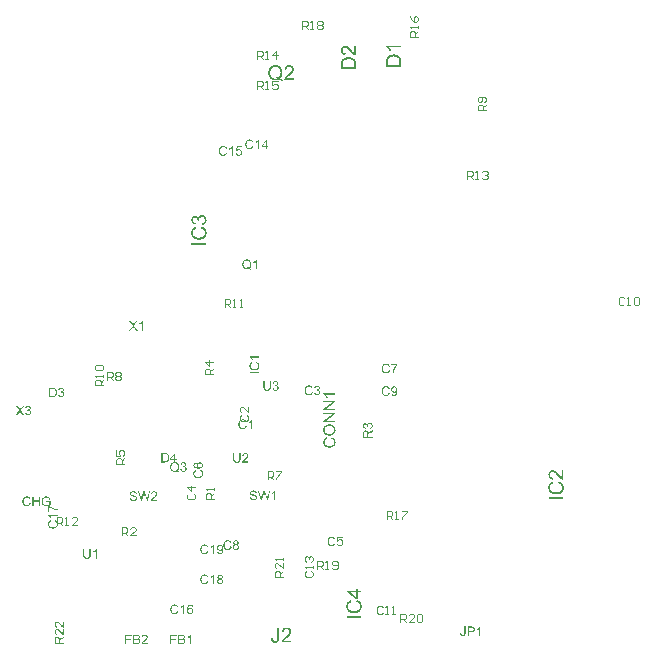
<source format=gbr>
G04*
G04 #@! TF.GenerationSoftware,Altium Limited,Altium Designer,26.1.1 (7)*
G04*
G04 Layer_Color=65535*
%FSLAX44Y44*%
%MOMM*%
G71*
G04*
G04 #@! TF.SameCoordinates,FB23F88C-E865-406B-BE6F-A8DC1CEE19A6*
G04*
G04*
G04 #@! TF.FilePolarity,Positive*
G04*
G01*
G75*
%ADD10C,0.1244*%
G36*
X493434Y163139D02*
X493416D01*
X493343D01*
X493234D01*
X493088Y163158D01*
X492924Y163176D01*
X492742Y163212D01*
X492560Y163249D01*
X492360Y163322D01*
X492341D01*
X492323Y163340D01*
X492214Y163376D01*
X492050Y163449D01*
X491831Y163558D01*
X491576Y163704D01*
X491285Y163886D01*
X490994Y164086D01*
X490684Y164342D01*
X490666D01*
X490648Y164378D01*
X490538Y164469D01*
X490374Y164633D01*
X490138Y164870D01*
X489865Y165143D01*
X489537Y165489D01*
X489173Y165908D01*
X488790Y166363D01*
X488772Y166381D01*
X488717Y166454D01*
X488626Y166563D01*
X488517Y166691D01*
X488371Y166855D01*
X488207Y167055D01*
X488025Y167255D01*
X487825Y167492D01*
X487388Y167947D01*
X486951Y168403D01*
X486732Y168621D01*
X486514Y168822D01*
X486313Y169004D01*
X486113Y169149D01*
X486095D01*
X486077Y169186D01*
X486022Y169222D01*
X485949Y169259D01*
X485749Y169386D01*
X485512Y169532D01*
X485220Y169659D01*
X484911Y169787D01*
X484565Y169860D01*
X484237Y169896D01*
X484219D01*
X484201D01*
X484091Y169878D01*
X483909Y169860D01*
X483709Y169805D01*
X483454Y169732D01*
X483199Y169605D01*
X482944Y169441D01*
X482689Y169222D01*
X482653Y169186D01*
X482580Y169095D01*
X482489Y168967D01*
X482361Y168767D01*
X482252Y168512D01*
X482143Y168221D01*
X482070Y167875D01*
X482052Y167492D01*
Y167383D01*
X482070Y167310D01*
X482088Y167092D01*
X482143Y166836D01*
X482216Y166563D01*
X482343Y166254D01*
X482507Y165962D01*
X482725Y165689D01*
X482762Y165653D01*
X482853Y165580D01*
X482999Y165471D01*
X483217Y165361D01*
X483472Y165234D01*
X483800Y165125D01*
X484164Y165052D01*
X484583Y165015D01*
X484419Y163431D01*
X484401D01*
X484346Y163449D01*
X484255D01*
X484128Y163467D01*
X483982Y163504D01*
X483818Y163540D01*
X483618Y163595D01*
X483418Y163649D01*
X482980Y163795D01*
X482543Y164014D01*
X482325Y164141D01*
X482106Y164305D01*
X481906Y164469D01*
X481724Y164651D01*
X481706Y164669D01*
X481687Y164706D01*
X481633Y164760D01*
X481578Y164851D01*
X481505Y164961D01*
X481432Y165088D01*
X481341Y165234D01*
X481250Y165416D01*
X481159Y165616D01*
X481068Y165835D01*
X480995Y166072D01*
X480923Y166327D01*
X480868Y166600D01*
X480813Y166891D01*
X480795Y167201D01*
X480777Y167528D01*
Y167711D01*
X480795Y167838D01*
X480813Y167984D01*
X480831Y168166D01*
X480868Y168366D01*
X480904Y168567D01*
X481032Y169040D01*
X481214Y169514D01*
X481323Y169750D01*
X481451Y169987D01*
X481615Y170206D01*
X481797Y170406D01*
X481815Y170424D01*
X481833Y170461D01*
X481906Y170497D01*
X481979Y170570D01*
X482070Y170661D01*
X482197Y170752D01*
X482325Y170843D01*
X482489Y170952D01*
X482835Y171134D01*
X483272Y171317D01*
X483490Y171389D01*
X483745Y171426D01*
X484000Y171462D01*
X484273Y171481D01*
X484310D01*
X484401D01*
X484547Y171462D01*
X484747Y171444D01*
X484966Y171408D01*
X485220Y171335D01*
X485494Y171262D01*
X485767Y171153D01*
X485803Y171134D01*
X485894Y171098D01*
X486040Y171025D01*
X486240Y170916D01*
X486459Y170770D01*
X486732Y170588D01*
X487005Y170370D01*
X487315Y170115D01*
X487351Y170078D01*
X487461Y169987D01*
X487552Y169896D01*
X487643Y169805D01*
X487752Y169696D01*
X487898Y169550D01*
X488043Y169404D01*
X488207Y169222D01*
X488389Y169040D01*
X488590Y168822D01*
X488790Y168585D01*
X489027Y168330D01*
X489263Y168039D01*
X489519Y167747D01*
X489537Y167729D01*
X489573Y167693D01*
X489628Y167620D01*
X489701Y167528D01*
X489810Y167419D01*
X489919Y167292D01*
X490156Y167000D01*
X490429Y166691D01*
X490702Y166399D01*
X490939Y166144D01*
X491030Y166035D01*
X491121Y165944D01*
X491139Y165926D01*
X491194Y165871D01*
X491267Y165798D01*
X491376Y165707D01*
X491504Y165616D01*
X491631Y165507D01*
X491941Y165289D01*
Y171499D01*
X493434D01*
Y163139D01*
D02*
G37*
G36*
X489537Y161919D02*
X489646Y161883D01*
X489792Y161828D01*
X489956Y161774D01*
X490156Y161701D01*
X490374Y161610D01*
X490611Y161500D01*
X491121Y161245D01*
X491631Y160918D01*
X491886Y160717D01*
X492141Y160517D01*
X492360Y160299D01*
X492578Y160044D01*
X492596Y160025D01*
X492633Y159989D01*
X492669Y159898D01*
X492742Y159807D01*
X492833Y159661D01*
X492924Y159515D01*
X493015Y159315D01*
X493106Y159115D01*
X493215Y158878D01*
X493307Y158623D01*
X493398Y158350D01*
X493489Y158058D01*
X493562Y157749D01*
X493598Y157421D01*
X493634Y157075D01*
X493653Y156711D01*
Y156510D01*
X493634Y156365D01*
Y156201D01*
X493616Y156000D01*
X493580Y155782D01*
X493543Y155527D01*
X493452Y154999D01*
X493307Y154452D01*
X493106Y153906D01*
X492979Y153651D01*
X492833Y153396D01*
X492815Y153378D01*
X492797Y153342D01*
X492742Y153269D01*
X492669Y153196D01*
X492596Y153087D01*
X492487Y152959D01*
X492360Y152813D01*
X492214Y152668D01*
X492050Y152522D01*
X491886Y152358D01*
X491467Y152030D01*
X490975Y151721D01*
X490429Y151447D01*
X490411D01*
X490356Y151411D01*
X490265Y151393D01*
X490156Y151338D01*
X490010Y151302D01*
X489828Y151247D01*
X489628Y151174D01*
X489409Y151120D01*
X489173Y151065D01*
X488899Y150992D01*
X488335Y150901D01*
X487697Y150828D01*
X487042Y150792D01*
X487024D01*
X486951D01*
X486841D01*
X486714Y150810D01*
X486532D01*
X486350Y150828D01*
X486113Y150847D01*
X485876Y150883D01*
X485348Y150974D01*
X484765Y151102D01*
X484182Y151284D01*
X483618Y151539D01*
X483600Y151557D01*
X483545Y151575D01*
X483472Y151611D01*
X483381Y151684D01*
X483254Y151757D01*
X483108Y151848D01*
X482780Y152085D01*
X482416Y152395D01*
X482052Y152759D01*
X481687Y153178D01*
X481378Y153669D01*
X481360Y153688D01*
X481341Y153742D01*
X481305Y153815D01*
X481250Y153906D01*
X481196Y154052D01*
X481141Y154198D01*
X481068Y154380D01*
X480995Y154580D01*
X480923Y154798D01*
X480850Y155035D01*
X480740Y155545D01*
X480649Y156128D01*
X480613Y156729D01*
Y156911D01*
X480631Y157038D01*
X480649Y157203D01*
X480668Y157403D01*
X480686Y157603D01*
X480740Y157840D01*
X480850Y158332D01*
X481014Y158878D01*
X481123Y159151D01*
X481250Y159406D01*
X481414Y159661D01*
X481578Y159916D01*
X481596Y159934D01*
X481615Y159971D01*
X481669Y160044D01*
X481760Y160135D01*
X481851Y160226D01*
X481979Y160353D01*
X482124Y160481D01*
X482270Y160626D01*
X482452Y160772D01*
X482671Y160918D01*
X482889Y161082D01*
X483126Y161227D01*
X483399Y161355D01*
X483672Y161500D01*
X483964Y161610D01*
X484292Y161719D01*
X484674Y160080D01*
X484656D01*
X484619Y160062D01*
X484547Y160025D01*
X484456Y159989D01*
X484346Y159952D01*
X484201Y159898D01*
X483909Y159752D01*
X483582Y159570D01*
X483254Y159351D01*
X482944Y159078D01*
X482671Y158787D01*
X482634Y158750D01*
X482562Y158641D01*
X482471Y158459D01*
X482343Y158222D01*
X482234Y157913D01*
X482124Y157567D01*
X482052Y157148D01*
X482034Y156692D01*
Y156547D01*
X482052Y156456D01*
Y156328D01*
X482070Y156183D01*
X482124Y155837D01*
X482197Y155454D01*
X482325Y155054D01*
X482507Y154635D01*
X482744Y154252D01*
Y154234D01*
X482780Y154216D01*
X482871Y154088D01*
X483017Y153924D01*
X483235Y153724D01*
X483509Y153487D01*
X483818Y153269D01*
X484201Y153068D01*
X484619Y152886D01*
X484638D01*
X484674Y152868D01*
X484729Y152850D01*
X484820Y152832D01*
X484929Y152795D01*
X485057Y152759D01*
X485366Y152704D01*
X485730Y152631D01*
X486131Y152558D01*
X486568Y152522D01*
X487042Y152504D01*
X487060D01*
X487114D01*
X487206D01*
X487315D01*
X487442Y152522D01*
X487606D01*
X487788Y152540D01*
X487989Y152558D01*
X488426Y152613D01*
X488899Y152704D01*
X489373Y152813D01*
X489846Y152959D01*
X489865D01*
X489901Y152977D01*
X489956Y153014D01*
X490047Y153050D01*
X490265Y153159D01*
X490520Y153323D01*
X490812Y153524D01*
X491121Y153779D01*
X491394Y154070D01*
X491649Y154416D01*
Y154434D01*
X491668Y154471D01*
X491704Y154525D01*
X491740Y154598D01*
X491777Y154689D01*
X491831Y154798D01*
X491941Y155054D01*
X492050Y155381D01*
X492141Y155745D01*
X492214Y156146D01*
X492232Y156565D01*
Y156692D01*
X492214Y156802D01*
Y156929D01*
X492196Y157057D01*
X492123Y157385D01*
X492032Y157767D01*
X491886Y158149D01*
X491686Y158550D01*
X491576Y158750D01*
X491431Y158933D01*
X491413Y158951D01*
X491394Y158969D01*
X491340Y159024D01*
X491285Y159096D01*
X491194Y159169D01*
X491085Y159260D01*
X490975Y159370D01*
X490830Y159461D01*
X490666Y159570D01*
X490484Y159698D01*
X490302Y159807D01*
X490083Y159916D01*
X489846Y160007D01*
X489591Y160098D01*
X489318Y160189D01*
X489027Y160262D01*
X489446Y161938D01*
X489464D01*
X489537Y161919D01*
D02*
G37*
G36*
X493434Y146658D02*
X480831D01*
Y148333D01*
X493434D01*
Y146658D01*
D02*
G37*
G36*
X410555Y33553D02*
Y33541D01*
Y33506D01*
Y33460D01*
Y33390D01*
X410543Y33296D01*
Y33203D01*
X410519Y32982D01*
X410496Y32725D01*
X410450Y32457D01*
X410380Y32212D01*
X410298Y31979D01*
Y31967D01*
X410286Y31956D01*
X410251Y31886D01*
X410193Y31792D01*
X410112Y31664D01*
X409995Y31536D01*
X409867Y31396D01*
X409703Y31256D01*
X409517Y31140D01*
X409494Y31128D01*
X409424Y31093D01*
X409319Y31046D01*
X409167Y31000D01*
X408981Y30941D01*
X408771Y30895D01*
X408538Y30860D01*
X408281Y30848D01*
X408176D01*
X408106Y30860D01*
X408013Y30871D01*
X407920Y30883D01*
X407675Y30930D01*
X407418Y31000D01*
X407150Y31105D01*
X407010Y31174D01*
X406882Y31256D01*
X406766Y31349D01*
X406649Y31454D01*
X406637Y31466D01*
X406626Y31478D01*
X406602Y31524D01*
X406567Y31571D01*
X406521Y31629D01*
X406474Y31711D01*
X406427Y31804D01*
X406369Y31909D01*
X406323Y32026D01*
X406276Y32166D01*
X406229Y32305D01*
X406183Y32469D01*
X406159Y32643D01*
X406124Y32842D01*
X406113Y33040D01*
Y33261D01*
X407080Y33401D01*
Y33390D01*
Y33366D01*
Y33320D01*
X407092Y33250D01*
X407104Y33180D01*
Y33098D01*
X407139Y32900D01*
X407174Y32690D01*
X407243Y32480D01*
X407313Y32294D01*
X407360Y32212D01*
X407418Y32142D01*
X407430Y32130D01*
X407477Y32096D01*
X407547Y32037D01*
X407640Y31979D01*
X407768Y31909D01*
X407908Y31862D01*
X408083Y31816D01*
X408269Y31804D01*
X408339D01*
X408409Y31816D01*
X408514Y31827D01*
X408619Y31851D01*
X408736Y31874D01*
X408852Y31921D01*
X408969Y31979D01*
X408981Y31991D01*
X409016Y32014D01*
X409062Y32061D01*
X409132Y32107D01*
X409190Y32189D01*
X409260Y32270D01*
X409319Y32364D01*
X409365Y32480D01*
Y32492D01*
X409389Y32539D01*
X409400Y32620D01*
X409424Y32725D01*
X409447Y32865D01*
X409459Y33040D01*
X409482Y33250D01*
Y33495D01*
Y39056D01*
X410555D01*
Y33553D01*
D02*
G37*
G36*
X423146Y30988D02*
X422155D01*
Y37295D01*
X422143Y37284D01*
X422085Y37237D01*
X422015Y37167D01*
X421898Y37085D01*
X421770Y36981D01*
X421607Y36864D01*
X421420Y36736D01*
X421211Y36607D01*
X421199D01*
X421187Y36596D01*
X421117Y36549D01*
X421001Y36491D01*
X420861Y36421D01*
X420698Y36339D01*
X420523Y36258D01*
X420348Y36176D01*
X420173Y36106D01*
Y37062D01*
X420185D01*
X420208Y37085D01*
X420255Y37097D01*
X420313Y37132D01*
X420383Y37167D01*
X420464Y37214D01*
X420662Y37330D01*
X420896Y37459D01*
X421129Y37622D01*
X421374Y37808D01*
X421618Y38006D01*
X421630Y38018D01*
X421642Y38030D01*
X421677Y38065D01*
X421724Y38100D01*
X421828Y38216D01*
X421968Y38356D01*
X422108Y38519D01*
X422260Y38706D01*
X422388Y38893D01*
X422505Y39091D01*
X423146D01*
Y30988D01*
D02*
G37*
G36*
X415789Y39044D02*
X415987Y39032D01*
X416197Y39021D01*
X416395Y38997D01*
X416570Y38974D01*
X416594D01*
X416675Y38951D01*
X416780Y38928D01*
X416920Y38893D01*
X417072Y38834D01*
X417235Y38764D01*
X417410Y38683D01*
X417561Y38589D01*
X417585Y38578D01*
X417631Y38543D01*
X417701Y38473D01*
X417794Y38391D01*
X417899Y38286D01*
X418004Y38146D01*
X418121Y37995D01*
X418214Y37820D01*
X418226Y37797D01*
X418249Y37738D01*
X418296Y37633D01*
X418343Y37494D01*
X418377Y37330D01*
X418424Y37144D01*
X418447Y36934D01*
X418459Y36712D01*
Y36701D01*
Y36666D01*
Y36619D01*
X418447Y36537D01*
X418436Y36456D01*
X418424Y36351D01*
X418401Y36234D01*
X418377Y36106D01*
X418296Y35838D01*
X418249Y35698D01*
X418179Y35547D01*
X418098Y35395D01*
X418016Y35255D01*
X417911Y35115D01*
X417794Y34975D01*
X417783Y34964D01*
X417760Y34940D01*
X417725Y34905D01*
X417666Y34870D01*
X417596Y34812D01*
X417503Y34754D01*
X417387Y34684D01*
X417258Y34625D01*
X417107Y34555D01*
X416932Y34486D01*
X416745Y34427D01*
X416524Y34381D01*
X416291Y34334D01*
X416034Y34299D01*
X415743Y34276D01*
X415439Y34264D01*
X413376D01*
Y30988D01*
X412303D01*
Y39056D01*
X415614D01*
X415789Y39044D01*
D02*
G37*
G36*
X252840Y29504D02*
Y29486D01*
Y29431D01*
Y29358D01*
Y29249D01*
X252821Y29103D01*
Y28958D01*
X252785Y28612D01*
X252749Y28211D01*
X252676Y27792D01*
X252566Y27410D01*
X252439Y27045D01*
Y27027D01*
X252421Y27009D01*
X252366Y26900D01*
X252275Y26754D01*
X252148Y26554D01*
X251965Y26353D01*
X251765Y26135D01*
X251510Y25916D01*
X251219Y25734D01*
X251182Y25716D01*
X251073Y25661D01*
X250909Y25589D01*
X250672Y25516D01*
X250381Y25425D01*
X250053Y25352D01*
X249689Y25297D01*
X249288Y25279D01*
X249124D01*
X249015Y25297D01*
X248869Y25315D01*
X248724Y25333D01*
X248341Y25406D01*
X247941Y25516D01*
X247522Y25680D01*
X247303Y25789D01*
X247103Y25916D01*
X246921Y26062D01*
X246739Y26226D01*
X246720Y26244D01*
X246702Y26262D01*
X246666Y26335D01*
X246611Y26408D01*
X246538Y26499D01*
X246465Y26627D01*
X246393Y26772D01*
X246301Y26936D01*
X246229Y27118D01*
X246156Y27337D01*
X246083Y27555D01*
X246010Y27810D01*
X245974Y28084D01*
X245919Y28393D01*
X245901Y28703D01*
Y29049D01*
X247412Y29267D01*
Y29249D01*
Y29213D01*
Y29140D01*
X247431Y29030D01*
X247449Y28921D01*
Y28794D01*
X247504Y28484D01*
X247558Y28156D01*
X247667Y27829D01*
X247777Y27537D01*
X247850Y27410D01*
X247941Y27300D01*
X247959Y27282D01*
X248032Y27228D01*
X248141Y27136D01*
X248287Y27045D01*
X248487Y26936D01*
X248706Y26863D01*
X248979Y26790D01*
X249270Y26772D01*
X249379D01*
X249489Y26790D01*
X249653Y26809D01*
X249816Y26845D01*
X249998Y26881D01*
X250181Y26954D01*
X250363Y27045D01*
X250381Y27064D01*
X250436Y27100D01*
X250508Y27173D01*
X250618Y27246D01*
X250709Y27373D01*
X250818Y27501D01*
X250909Y27646D01*
X250982Y27829D01*
Y27847D01*
X251018Y27920D01*
X251037Y28047D01*
X251073Y28211D01*
X251109Y28430D01*
X251128Y28703D01*
X251164Y29030D01*
Y29413D01*
Y38100D01*
X252840D01*
Y29504D01*
D02*
G37*
G36*
X259414Y38136D02*
X259560Y38118D01*
X259742Y38100D01*
X259942Y38064D01*
X260142Y38027D01*
X260616Y37900D01*
X261089Y37718D01*
X261326Y37608D01*
X261563Y37481D01*
X261782Y37317D01*
X261982Y37135D01*
X262000Y37117D01*
X262036Y37098D01*
X262073Y37025D01*
X262146Y36953D01*
X262237Y36862D01*
X262328Y36734D01*
X262419Y36607D01*
X262528Y36443D01*
X262710Y36097D01*
X262892Y35660D01*
X262965Y35441D01*
X263002Y35186D01*
X263038Y34931D01*
X263056Y34658D01*
Y34622D01*
Y34530D01*
X263038Y34385D01*
X263020Y34185D01*
X262983Y33966D01*
X262911Y33711D01*
X262838Y33438D01*
X262729Y33165D01*
X262710Y33128D01*
X262674Y33037D01*
X262601Y32891D01*
X262492Y32691D01*
X262346Y32473D01*
X262164Y32199D01*
X261945Y31926D01*
X261691Y31617D01*
X261654Y31580D01*
X261563Y31471D01*
X261472Y31380D01*
X261381Y31289D01*
X261272Y31179D01*
X261126Y31034D01*
X260980Y30888D01*
X260798Y30724D01*
X260616Y30542D01*
X260397Y30342D01*
X260161Y30141D01*
X259906Y29905D01*
X259614Y29668D01*
X259323Y29413D01*
X259305Y29395D01*
X259268Y29358D01*
X259195Y29304D01*
X259104Y29231D01*
X258995Y29122D01*
X258868Y29012D01*
X258576Y28776D01*
X258267Y28502D01*
X257975Y28229D01*
X257720Y27992D01*
X257611Y27901D01*
X257520Y27810D01*
X257502Y27792D01*
X257447Y27738D01*
X257374Y27665D01*
X257283Y27555D01*
X257192Y27428D01*
X257083Y27300D01*
X256864Y26991D01*
X263075D01*
Y25497D01*
X254715D01*
Y25516D01*
Y25589D01*
Y25698D01*
X254734Y25844D01*
X254752Y26007D01*
X254788Y26189D01*
X254825Y26372D01*
X254897Y26572D01*
Y26590D01*
X254916Y26608D01*
X254952Y26718D01*
X255025Y26881D01*
X255134Y27100D01*
X255280Y27355D01*
X255462Y27646D01*
X255662Y27938D01*
X255917Y28247D01*
Y28266D01*
X255954Y28284D01*
X256045Y28393D01*
X256209Y28557D01*
X256446Y28794D01*
X256719Y29067D01*
X257065Y29395D01*
X257484Y29759D01*
X257939Y30141D01*
X257957Y30160D01*
X258030Y30214D01*
X258139Y30305D01*
X258267Y30415D01*
X258431Y30560D01*
X258631Y30724D01*
X258831Y30906D01*
X259068Y31107D01*
X259523Y31544D01*
X259979Y31981D01*
X260197Y32199D01*
X260397Y32418D01*
X260580Y32618D01*
X260725Y32819D01*
Y32837D01*
X260762Y32855D01*
X260798Y32910D01*
X260835Y32982D01*
X260962Y33183D01*
X261108Y33420D01*
X261235Y33711D01*
X261363Y34021D01*
X261436Y34367D01*
X261472Y34694D01*
Y34713D01*
Y34731D01*
X261454Y34840D01*
X261436Y35022D01*
X261381Y35222D01*
X261308Y35477D01*
X261181Y35733D01*
X261017Y35987D01*
X260798Y36242D01*
X260762Y36279D01*
X260671Y36352D01*
X260543Y36443D01*
X260343Y36570D01*
X260088Y36679D01*
X259797Y36789D01*
X259450Y36862D01*
X259068Y36880D01*
X258959D01*
X258886Y36862D01*
X258667Y36843D01*
X258412Y36789D01*
X258139Y36716D01*
X257830Y36588D01*
X257538Y36425D01*
X257265Y36206D01*
X257229Y36170D01*
X257156Y36079D01*
X257047Y35933D01*
X256937Y35714D01*
X256810Y35459D01*
X256700Y35131D01*
X256628Y34767D01*
X256591Y34348D01*
X255007Y34512D01*
Y34530D01*
X255025Y34585D01*
Y34676D01*
X255043Y34804D01*
X255080Y34949D01*
X255116Y35113D01*
X255171Y35314D01*
X255225Y35514D01*
X255371Y35951D01*
X255590Y36388D01*
X255717Y36607D01*
X255881Y36825D01*
X256045Y37025D01*
X256227Y37208D01*
X256245Y37226D01*
X256282Y37244D01*
X256336Y37299D01*
X256427Y37353D01*
X256537Y37426D01*
X256664Y37499D01*
X256810Y37590D01*
X256992Y37681D01*
X257192Y37772D01*
X257411Y37863D01*
X257647Y37936D01*
X257902Y38009D01*
X258176Y38064D01*
X258467Y38118D01*
X258777Y38136D01*
X259104Y38155D01*
X259286D01*
X259414Y38136D01*
D02*
G37*
G36*
X189870Y108526D02*
X189975Y108514D01*
X190103Y108503D01*
X190232Y108491D01*
X190383Y108456D01*
X190698Y108386D01*
X191048Y108281D01*
X191223Y108211D01*
X191386Y108130D01*
X191549Y108025D01*
X191712Y107920D01*
X191724Y107908D01*
X191747Y107896D01*
X191794Y107861D01*
X191852Y107803D01*
X191910Y107745D01*
X191992Y107663D01*
X192074Y107570D01*
X192167Y107477D01*
X192260Y107360D01*
X192353Y107220D01*
X192458Y107080D01*
X192552Y106929D01*
X192633Y106754D01*
X192726Y106579D01*
X192796Y106392D01*
X192866Y106183D01*
X191817Y105938D01*
Y105949D01*
X191805Y105973D01*
X191782Y106019D01*
X191759Y106078D01*
X191736Y106148D01*
X191701Y106241D01*
X191607Y106427D01*
X191491Y106637D01*
X191351Y106847D01*
X191176Y107045D01*
X190989Y107220D01*
X190966Y107243D01*
X190896Y107290D01*
X190780Y107348D01*
X190628Y107430D01*
X190430Y107500D01*
X190208Y107570D01*
X189940Y107617D01*
X189649Y107628D01*
X189555D01*
X189497Y107617D01*
X189415D01*
X189322Y107605D01*
X189101Y107570D01*
X188856Y107523D01*
X188599Y107442D01*
X188331Y107325D01*
X188086Y107174D01*
X188075D01*
X188063Y107150D01*
X187981Y107092D01*
X187877Y106999D01*
X187748Y106859D01*
X187597Y106684D01*
X187457Y106486D01*
X187329Y106241D01*
X187212Y105973D01*
Y105961D01*
X187200Y105938D01*
X187189Y105903D01*
X187177Y105844D01*
X187154Y105775D01*
X187130Y105693D01*
X187095Y105495D01*
X187049Y105262D01*
X187002Y105005D01*
X186979Y104725D01*
X186967Y104422D01*
Y104410D01*
Y104375D01*
Y104317D01*
Y104247D01*
X186979Y104166D01*
Y104061D01*
X186991Y103944D01*
X187002Y103816D01*
X187037Y103536D01*
X187095Y103233D01*
X187165Y102930D01*
X187259Y102627D01*
Y102615D01*
X187270Y102592D01*
X187294Y102557D01*
X187317Y102499D01*
X187387Y102359D01*
X187492Y102195D01*
X187620Y102009D01*
X187783Y101811D01*
X187970Y101636D01*
X188191Y101473D01*
X188203D01*
X188226Y101461D01*
X188261Y101438D01*
X188308Y101414D01*
X188366Y101391D01*
X188436Y101356D01*
X188599Y101286D01*
X188809Y101216D01*
X189042Y101158D01*
X189299Y101111D01*
X189567Y101100D01*
X189649D01*
X189719Y101111D01*
X189800D01*
X189882Y101123D01*
X190092Y101169D01*
X190336Y101228D01*
X190581Y101321D01*
X190838Y101449D01*
X190966Y101519D01*
X191083Y101612D01*
X191094Y101624D01*
X191106Y101636D01*
X191141Y101671D01*
X191188Y101706D01*
X191234Y101764D01*
X191292Y101834D01*
X191362Y101904D01*
X191421Y101997D01*
X191491Y102102D01*
X191572Y102219D01*
X191642Y102335D01*
X191712Y102475D01*
X191770Y102627D01*
X191829Y102790D01*
X191887Y102965D01*
X191934Y103151D01*
X193006Y102883D01*
Y102872D01*
X192995Y102825D01*
X192971Y102755D01*
X192936Y102662D01*
X192901Y102557D01*
X192855Y102429D01*
X192796Y102289D01*
X192726Y102137D01*
X192563Y101811D01*
X192353Y101484D01*
X192225Y101321D01*
X192097Y101158D01*
X191957Y101018D01*
X191794Y100878D01*
X191782Y100866D01*
X191759Y100843D01*
X191701Y100820D01*
X191642Y100773D01*
X191549Y100715D01*
X191456Y100656D01*
X191327Y100598D01*
X191199Y100540D01*
X191048Y100470D01*
X190884Y100412D01*
X190710Y100353D01*
X190523Y100295D01*
X190325Y100248D01*
X190115Y100225D01*
X189893Y100202D01*
X189660Y100190D01*
X189532D01*
X189439Y100202D01*
X189334D01*
X189206Y100213D01*
X189066Y100237D01*
X188902Y100260D01*
X188564Y100318D01*
X188215Y100412D01*
X187865Y100540D01*
X187702Y100622D01*
X187539Y100715D01*
X187527Y100726D01*
X187504Y100738D01*
X187457Y100773D01*
X187410Y100820D01*
X187340Y100866D01*
X187259Y100936D01*
X187165Y101018D01*
X187072Y101111D01*
X186979Y101216D01*
X186874Y101321D01*
X186664Y101589D01*
X186466Y101904D01*
X186291Y102254D01*
Y102265D01*
X186268Y102300D01*
X186256Y102359D01*
X186221Y102429D01*
X186198Y102522D01*
X186163Y102638D01*
X186116Y102767D01*
X186081Y102907D01*
X186046Y103058D01*
X186000Y103233D01*
X185941Y103594D01*
X185895Y104003D01*
X185871Y104422D01*
Y104434D01*
Y104480D01*
Y104550D01*
X185883Y104632D01*
Y104749D01*
X185895Y104865D01*
X185906Y105017D01*
X185930Y105168D01*
X185988Y105506D01*
X186070Y105879D01*
X186186Y106253D01*
X186349Y106614D01*
X186361Y106626D01*
X186373Y106661D01*
X186396Y106707D01*
X186443Y106765D01*
X186489Y106847D01*
X186548Y106940D01*
X186699Y107150D01*
X186897Y107383D01*
X187130Y107617D01*
X187399Y107850D01*
X187713Y108048D01*
X187725Y108060D01*
X187760Y108071D01*
X187807Y108095D01*
X187865Y108130D01*
X187958Y108165D01*
X188051Y108200D01*
X188168Y108246D01*
X188296Y108293D01*
X188436Y108340D01*
X188588Y108386D01*
X188914Y108456D01*
X189287Y108514D01*
X189672Y108538D01*
X189789D01*
X189870Y108526D01*
D02*
G37*
G36*
X202858Y108421D02*
X202916D01*
X202998Y108409D01*
X203196Y108374D01*
X203417Y108328D01*
X203662Y108246D01*
X203907Y108141D01*
X204152Y108001D01*
X204164D01*
X204175Y107978D01*
X204210Y107955D01*
X204257Y107920D01*
X204373Y107826D01*
X204525Y107698D01*
X204677Y107523D01*
X204851Y107313D01*
X205003Y107069D01*
X205143Y106789D01*
Y106777D01*
X205155Y106754D01*
X205178Y106707D01*
X205201Y106649D01*
X205225Y106567D01*
X205259Y106462D01*
X205283Y106346D01*
X205318Y106218D01*
X205353Y106066D01*
X205388Y105891D01*
X205411Y105705D01*
X205434Y105506D01*
X205458Y105285D01*
X205481Y105052D01*
X205493Y104795D01*
Y104527D01*
Y104515D01*
Y104457D01*
Y104375D01*
Y104271D01*
X205481Y104142D01*
Y103991D01*
X205469Y103816D01*
X205446Y103641D01*
X205411Y103245D01*
X205353Y102825D01*
X205271Y102429D01*
X205213Y102230D01*
X205155Y102056D01*
Y102044D01*
X205143Y102021D01*
X205120Y101974D01*
X205096Y101904D01*
X205061Y101834D01*
X205015Y101741D01*
X204898Y101543D01*
X204758Y101321D01*
X204595Y101088D01*
X204385Y100866D01*
X204152Y100668D01*
X204140D01*
X204117Y100645D01*
X204082Y100622D01*
X204035Y100598D01*
X203965Y100563D01*
X203895Y100517D01*
X203802Y100470D01*
X203709Y100435D01*
X203487Y100342D01*
X203219Y100260D01*
X202928Y100213D01*
X202601Y100190D01*
X202508D01*
X202450Y100202D01*
X202368D01*
X202275Y100213D01*
X202053Y100260D01*
X201809Y100318D01*
X201552Y100412D01*
X201296Y100540D01*
X201167Y100622D01*
X201051Y100715D01*
X201039Y100726D01*
X201028Y100738D01*
X200993Y100773D01*
X200958Y100808D01*
X200911Y100866D01*
X200853Y100936D01*
X200736Y101100D01*
X200619Y101309D01*
X200503Y101566D01*
X200410Y101857D01*
X200340Y102195D01*
X201296Y102277D01*
Y102265D01*
X201307Y102242D01*
Y102219D01*
X201319Y102172D01*
X201354Y102044D01*
X201401Y101904D01*
X201459Y101741D01*
X201540Y101578D01*
X201634Y101426D01*
X201750Y101298D01*
X201762Y101286D01*
X201809Y101251D01*
X201890Y101204D01*
X201984Y101158D01*
X202112Y101100D01*
X202263Y101053D01*
X202438Y101018D01*
X202625Y101006D01*
X202706D01*
X202788Y101018D01*
X202893Y101030D01*
X203021Y101053D01*
X203149Y101088D01*
X203289Y101134D01*
X203417Y101204D01*
X203429Y101216D01*
X203476Y101239D01*
X203546Y101286D01*
X203616Y101356D01*
X203709Y101438D01*
X203802Y101531D01*
X203895Y101636D01*
X203989Y101764D01*
X204000Y101776D01*
X204024Y101834D01*
X204070Y101916D01*
X204117Y102021D01*
X204175Y102160D01*
X204234Y102324D01*
X204292Y102510D01*
X204350Y102720D01*
Y102732D01*
X204362Y102743D01*
Y102778D01*
X204373Y102825D01*
X204397Y102942D01*
X204432Y103093D01*
X204455Y103280D01*
X204478Y103478D01*
X204490Y103699D01*
X204502Y103933D01*
Y103944D01*
Y103979D01*
Y104037D01*
Y104131D01*
X204490Y104107D01*
X204443Y104049D01*
X204373Y103968D01*
X204292Y103851D01*
X204175Y103734D01*
X204035Y103606D01*
X203872Y103478D01*
X203686Y103361D01*
X203662Y103350D01*
X203592Y103315D01*
X203487Y103268D01*
X203359Y103221D01*
X203184Y103163D01*
X202998Y103116D01*
X202788Y103081D01*
X202566Y103070D01*
X202473D01*
X202403Y103081D01*
X202310Y103093D01*
X202217Y103105D01*
X202100Y103128D01*
X201984Y103163D01*
X201715Y103245D01*
X201575Y103303D01*
X201436Y103373D01*
X201284Y103455D01*
X201144Y103559D01*
X201004Y103664D01*
X200876Y103793D01*
X200864Y103804D01*
X200841Y103828D01*
X200818Y103863D01*
X200771Y103921D01*
X200713Y104003D01*
X200654Y104084D01*
X200596Y104189D01*
X200538Y104306D01*
X200468Y104434D01*
X200410Y104574D01*
X200351Y104737D01*
X200293Y104900D01*
X200246Y105087D01*
X200223Y105285D01*
X200200Y105483D01*
X200188Y105705D01*
Y105716D01*
Y105763D01*
Y105821D01*
X200200Y105903D01*
X200211Y106008D01*
X200223Y106136D01*
X200246Y106264D01*
X200281Y106416D01*
X200363Y106719D01*
X200421Y106882D01*
X200491Y107057D01*
X200573Y107220D01*
X200678Y107372D01*
X200783Y107535D01*
X200911Y107675D01*
X200923Y107687D01*
X200946Y107710D01*
X200981Y107745D01*
X201039Y107792D01*
X201109Y107850D01*
X201202Y107920D01*
X201296Y107978D01*
X201412Y108060D01*
X201529Y108130D01*
X201669Y108188D01*
X201984Y108316D01*
X202147Y108363D01*
X202333Y108398D01*
X202520Y108421D01*
X202718Y108433D01*
X202800D01*
X202858Y108421D01*
D02*
G37*
G36*
X197647Y100330D02*
X196656D01*
Y106637D01*
X196644Y106626D01*
X196586Y106579D01*
X196516Y106509D01*
X196399Y106427D01*
X196271Y106322D01*
X196108Y106206D01*
X195921Y106078D01*
X195711Y105949D01*
X195700D01*
X195688Y105938D01*
X195618Y105891D01*
X195501Y105833D01*
X195361Y105763D01*
X195198Y105681D01*
X195023Y105600D01*
X194848Y105518D01*
X194674Y105448D01*
Y106404D01*
X194685D01*
X194708Y106427D01*
X194755Y106439D01*
X194813Y106474D01*
X194883Y106509D01*
X194965Y106556D01*
X195163Y106672D01*
X195396Y106800D01*
X195630Y106964D01*
X195874Y107150D01*
X196119Y107348D01*
X196131Y107360D01*
X196143Y107372D01*
X196178Y107407D01*
X196224Y107442D01*
X196329Y107558D01*
X196469Y107698D01*
X196609Y107861D01*
X196760Y108048D01*
X196889Y108235D01*
X197005Y108433D01*
X197647D01*
Y100330D01*
D02*
G37*
G36*
X189870Y83126D02*
X189975Y83114D01*
X190103Y83103D01*
X190232Y83091D01*
X190383Y83056D01*
X190698Y82986D01*
X191048Y82881D01*
X191223Y82811D01*
X191386Y82730D01*
X191549Y82625D01*
X191712Y82520D01*
X191724Y82508D01*
X191747Y82496D01*
X191794Y82462D01*
X191852Y82403D01*
X191910Y82345D01*
X191992Y82263D01*
X192074Y82170D01*
X192167Y82077D01*
X192260Y81960D01*
X192353Y81820D01*
X192458Y81680D01*
X192552Y81529D01*
X192633Y81354D01*
X192726Y81179D01*
X192796Y80992D01*
X192866Y80783D01*
X191817Y80538D01*
Y80549D01*
X191805Y80573D01*
X191782Y80619D01*
X191759Y80678D01*
X191736Y80748D01*
X191701Y80841D01*
X191607Y81027D01*
X191491Y81237D01*
X191351Y81447D01*
X191176Y81645D01*
X190989Y81820D01*
X190966Y81844D01*
X190896Y81890D01*
X190780Y81948D01*
X190628Y82030D01*
X190430Y82100D01*
X190208Y82170D01*
X189940Y82217D01*
X189649Y82228D01*
X189555D01*
X189497Y82217D01*
X189415D01*
X189322Y82205D01*
X189101Y82170D01*
X188856Y82123D01*
X188599Y82042D01*
X188331Y81925D01*
X188086Y81774D01*
X188075D01*
X188063Y81750D01*
X187981Y81692D01*
X187877Y81599D01*
X187748Y81459D01*
X187597Y81284D01*
X187457Y81086D01*
X187329Y80841D01*
X187212Y80573D01*
Y80561D01*
X187200Y80538D01*
X187189Y80503D01*
X187177Y80444D01*
X187154Y80375D01*
X187130Y80293D01*
X187095Y80095D01*
X187049Y79862D01*
X187002Y79605D01*
X186979Y79325D01*
X186967Y79022D01*
Y79011D01*
Y78976D01*
Y78917D01*
Y78847D01*
X186979Y78766D01*
Y78661D01*
X186991Y78544D01*
X187002Y78416D01*
X187037Y78136D01*
X187095Y77833D01*
X187165Y77530D01*
X187259Y77227D01*
Y77215D01*
X187270Y77192D01*
X187294Y77157D01*
X187317Y77098D01*
X187387Y76959D01*
X187492Y76795D01*
X187620Y76609D01*
X187783Y76411D01*
X187970Y76236D01*
X188191Y76073D01*
X188203D01*
X188226Y76061D01*
X188261Y76038D01*
X188308Y76014D01*
X188366Y75991D01*
X188436Y75956D01*
X188599Y75886D01*
X188809Y75816D01*
X189042Y75758D01*
X189299Y75711D01*
X189567Y75700D01*
X189649D01*
X189719Y75711D01*
X189800D01*
X189882Y75723D01*
X190092Y75769D01*
X190336Y75828D01*
X190581Y75921D01*
X190838Y76049D01*
X190966Y76119D01*
X191083Y76212D01*
X191094Y76224D01*
X191106Y76236D01*
X191141Y76271D01*
X191188Y76306D01*
X191234Y76364D01*
X191292Y76434D01*
X191362Y76504D01*
X191421Y76597D01*
X191491Y76702D01*
X191572Y76819D01*
X191642Y76935D01*
X191712Y77075D01*
X191770Y77227D01*
X191829Y77390D01*
X191887Y77565D01*
X191934Y77751D01*
X193006Y77483D01*
Y77472D01*
X192995Y77425D01*
X192971Y77355D01*
X192936Y77262D01*
X192901Y77157D01*
X192855Y77028D01*
X192796Y76889D01*
X192726Y76737D01*
X192563Y76411D01*
X192353Y76084D01*
X192225Y75921D01*
X192097Y75758D01*
X191957Y75618D01*
X191794Y75478D01*
X191782Y75466D01*
X191759Y75443D01*
X191701Y75420D01*
X191642Y75373D01*
X191549Y75315D01*
X191456Y75256D01*
X191327Y75198D01*
X191199Y75140D01*
X191048Y75070D01*
X190884Y75012D01*
X190710Y74953D01*
X190523Y74895D01*
X190325Y74848D01*
X190115Y74825D01*
X189893Y74802D01*
X189660Y74790D01*
X189532D01*
X189439Y74802D01*
X189334D01*
X189206Y74813D01*
X189066Y74837D01*
X188902Y74860D01*
X188564Y74918D01*
X188215Y75012D01*
X187865Y75140D01*
X187702Y75222D01*
X187539Y75315D01*
X187527Y75326D01*
X187504Y75338D01*
X187457Y75373D01*
X187410Y75420D01*
X187340Y75466D01*
X187259Y75536D01*
X187165Y75618D01*
X187072Y75711D01*
X186979Y75816D01*
X186874Y75921D01*
X186664Y76189D01*
X186466Y76504D01*
X186291Y76854D01*
Y76865D01*
X186268Y76900D01*
X186256Y76959D01*
X186221Y77028D01*
X186198Y77122D01*
X186163Y77238D01*
X186116Y77367D01*
X186081Y77507D01*
X186046Y77658D01*
X186000Y77833D01*
X185941Y78194D01*
X185895Y78602D01*
X185871Y79022D01*
Y79034D01*
Y79081D01*
Y79150D01*
X185883Y79232D01*
Y79349D01*
X185895Y79465D01*
X185906Y79617D01*
X185930Y79768D01*
X185988Y80106D01*
X186070Y80479D01*
X186186Y80853D01*
X186349Y81214D01*
X186361Y81226D01*
X186373Y81261D01*
X186396Y81307D01*
X186443Y81365D01*
X186489Y81447D01*
X186548Y81540D01*
X186699Y81750D01*
X186897Y81983D01*
X187130Y82217D01*
X187399Y82450D01*
X187713Y82648D01*
X187725Y82660D01*
X187760Y82671D01*
X187807Y82695D01*
X187865Y82730D01*
X187958Y82765D01*
X188051Y82800D01*
X188168Y82846D01*
X188296Y82893D01*
X188436Y82940D01*
X188588Y82986D01*
X188914Y83056D01*
X189287Y83114D01*
X189672Y83138D01*
X189789D01*
X189870Y83126D01*
D02*
G37*
G36*
X197647Y74930D02*
X196656D01*
Y81237D01*
X196644Y81226D01*
X196586Y81179D01*
X196516Y81109D01*
X196399Y81027D01*
X196271Y80922D01*
X196108Y80806D01*
X195921Y80678D01*
X195711Y80549D01*
X195700D01*
X195688Y80538D01*
X195618Y80491D01*
X195501Y80433D01*
X195361Y80363D01*
X195198Y80281D01*
X195023Y80200D01*
X194848Y80118D01*
X194674Y80048D01*
Y81004D01*
X194685D01*
X194708Y81027D01*
X194755Y81039D01*
X194813Y81074D01*
X194883Y81109D01*
X194965Y81156D01*
X195163Y81272D01*
X195396Y81400D01*
X195630Y81564D01*
X195874Y81750D01*
X196119Y81948D01*
X196131Y81960D01*
X196143Y81972D01*
X196178Y82007D01*
X196224Y82042D01*
X196329Y82158D01*
X196469Y82298D01*
X196609Y82462D01*
X196760Y82648D01*
X196889Y82835D01*
X197005Y83033D01*
X197647D01*
Y74930D01*
D02*
G37*
G36*
X202986Y83021D02*
X203079Y83009D01*
X203184Y82998D01*
X203301Y82986D01*
X203417Y82951D01*
X203697Y82881D01*
X203977Y82776D01*
X204117Y82706D01*
X204257Y82625D01*
X204385Y82520D01*
X204513Y82415D01*
X204525Y82403D01*
X204537Y82392D01*
X204572Y82357D01*
X204618Y82310D01*
X204665Y82240D01*
X204723Y82170D01*
X204840Y81995D01*
X204956Y81774D01*
X205061Y81517D01*
X205143Y81226D01*
X205155Y81074D01*
X205166Y80911D01*
Y80899D01*
Y80887D01*
Y80818D01*
X205155Y80713D01*
X205131Y80584D01*
X205096Y80421D01*
X205038Y80258D01*
X204968Y80095D01*
X204863Y79932D01*
X204851Y79908D01*
X204805Y79862D01*
X204735Y79792D01*
X204642Y79698D01*
X204513Y79593D01*
X204362Y79489D01*
X204187Y79384D01*
X203977Y79290D01*
X203989D01*
X204012Y79279D01*
X204047Y79267D01*
X204094Y79244D01*
X204234Y79185D01*
X204397Y79104D01*
X204572Y78987D01*
X204758Y78859D01*
X204933Y78696D01*
X205096Y78509D01*
Y78498D01*
X205108Y78486D01*
X205155Y78416D01*
X205225Y78299D01*
X205294Y78148D01*
X205364Y77961D01*
X205434Y77740D01*
X205481Y77495D01*
X205493Y77227D01*
Y77215D01*
Y77180D01*
Y77122D01*
X205481Y77052D01*
X205469Y76970D01*
X205458Y76865D01*
X205434Y76749D01*
X205399Y76620D01*
X205318Y76352D01*
X205259Y76201D01*
X205178Y76061D01*
X205096Y75909D01*
X205003Y75769D01*
X204886Y75630D01*
X204758Y75490D01*
X204747Y75478D01*
X204723Y75455D01*
X204688Y75420D01*
X204630Y75385D01*
X204548Y75326D01*
X204467Y75268D01*
X204362Y75210D01*
X204245Y75140D01*
X204117Y75070D01*
X203965Y75012D01*
X203802Y74953D01*
X203639Y74895D01*
X203452Y74860D01*
X203254Y74825D01*
X203056Y74802D01*
X202834Y74790D01*
X202718D01*
X202636Y74802D01*
X202531Y74813D01*
X202415Y74825D01*
X202287Y74848D01*
X202147Y74883D01*
X201832Y74965D01*
X201669Y75023D01*
X201517Y75082D01*
X201354Y75163D01*
X201191Y75256D01*
X201039Y75361D01*
X200899Y75490D01*
X200888Y75501D01*
X200864Y75525D01*
X200829Y75560D01*
X200783Y75618D01*
X200736Y75688D01*
X200666Y75769D01*
X200608Y75863D01*
X200538Y75979D01*
X200468Y76096D01*
X200410Y76236D01*
X200293Y76527D01*
X200246Y76702D01*
X200211Y76877D01*
X200188Y77063D01*
X200176Y77250D01*
Y77262D01*
Y77285D01*
Y77332D01*
X200188Y77378D01*
Y77448D01*
X200200Y77530D01*
X200223Y77716D01*
X200270Y77926D01*
X200340Y78136D01*
X200445Y78358D01*
X200573Y78568D01*
Y78579D01*
X200596Y78591D01*
X200643Y78649D01*
X200736Y78742D01*
X200864Y78859D01*
X201028Y78976D01*
X201226Y79104D01*
X201447Y79209D01*
X201715Y79290D01*
X201704D01*
X201692Y79302D01*
X201657Y79314D01*
X201610Y79337D01*
X201506Y79384D01*
X201366Y79454D01*
X201214Y79547D01*
X201062Y79663D01*
X200923Y79792D01*
X200794Y79932D01*
X200783Y79955D01*
X200748Y80001D01*
X200701Y80095D01*
X200654Y80211D01*
X200596Y80363D01*
X200550Y80538D01*
X200515Y80736D01*
X200503Y80946D01*
Y80957D01*
Y80981D01*
Y81027D01*
X200515Y81097D01*
X200526Y81167D01*
X200538Y81261D01*
X200584Y81459D01*
X200654Y81692D01*
X200771Y81937D01*
X200841Y82065D01*
X200923Y82193D01*
X201028Y82310D01*
X201132Y82427D01*
X201144Y82438D01*
X201167Y82450D01*
X201202Y82485D01*
X201249Y82520D01*
X201307Y82566D01*
X201389Y82613D01*
X201482Y82671D01*
X201575Y82730D01*
X201692Y82788D01*
X201820Y82846D01*
X201960Y82893D01*
X202112Y82940D01*
X202438Y83009D01*
X202625Y83021D01*
X202811Y83033D01*
X202916D01*
X202986Y83021D01*
D02*
G37*
G36*
X139195Y32221D02*
X139288Y32209D01*
X139404Y32198D01*
X139533Y32174D01*
X139661Y32151D01*
X139964Y32069D01*
X140267Y31953D01*
X140419Y31883D01*
X140570Y31801D01*
X140710Y31696D01*
X140838Y31580D01*
X140850Y31568D01*
X140873Y31556D01*
X140897Y31510D01*
X140943Y31463D01*
X141002Y31405D01*
X141060Y31323D01*
X141118Y31242D01*
X141188Y31137D01*
X141305Y30915D01*
X141421Y30635D01*
X141468Y30496D01*
X141491Y30332D01*
X141515Y30169D01*
X141526Y29994D01*
Y29971D01*
Y29913D01*
X141515Y29819D01*
X141503Y29691D01*
X141480Y29551D01*
X141433Y29388D01*
X141386Y29213D01*
X141316Y29038D01*
X141305Y29015D01*
X141281Y28957D01*
X141235Y28863D01*
X141165Y28735D01*
X141072Y28595D01*
X140955Y28420D01*
X140815Y28245D01*
X140652Y28047D01*
X140629Y28024D01*
X140570Y27954D01*
X140512Y27896D01*
X140454Y27837D01*
X140384Y27768D01*
X140290Y27674D01*
X140197Y27581D01*
X140081Y27476D01*
X139964Y27359D01*
X139824Y27231D01*
X139673Y27103D01*
X139509Y26951D01*
X139323Y26800D01*
X139136Y26637D01*
X139125Y26625D01*
X139101Y26602D01*
X139055Y26567D01*
X138996Y26520D01*
X138926Y26450D01*
X138845Y26380D01*
X138658Y26228D01*
X138460Y26054D01*
X138274Y25879D01*
X138110Y25727D01*
X138040Y25669D01*
X137982Y25611D01*
X137971Y25599D01*
X137935Y25564D01*
X137889Y25517D01*
X137831Y25447D01*
X137772Y25366D01*
X137702Y25284D01*
X137562Y25086D01*
X141538D01*
Y24130D01*
X136187D01*
Y24142D01*
Y24188D01*
Y24258D01*
X136198Y24351D01*
X136210Y24456D01*
X136233Y24573D01*
X136257Y24690D01*
X136303Y24818D01*
Y24829D01*
X136315Y24841D01*
X136338Y24911D01*
X136385Y25016D01*
X136455Y25156D01*
X136548Y25319D01*
X136665Y25506D01*
X136793Y25692D01*
X136956Y25890D01*
Y25902D01*
X136980Y25914D01*
X137038Y25984D01*
X137143Y26089D01*
X137294Y26240D01*
X137469Y26415D01*
X137691Y26625D01*
X137959Y26858D01*
X138250Y27103D01*
X138262Y27115D01*
X138309Y27150D01*
X138378Y27208D01*
X138460Y27278D01*
X138565Y27371D01*
X138693Y27476D01*
X138822Y27593D01*
X138973Y27721D01*
X139265Y28001D01*
X139556Y28280D01*
X139696Y28420D01*
X139824Y28560D01*
X139941Y28688D01*
X140034Y28817D01*
Y28828D01*
X140057Y28840D01*
X140081Y28875D01*
X140104Y28922D01*
X140186Y29050D01*
X140279Y29202D01*
X140360Y29388D01*
X140442Y29586D01*
X140489Y29808D01*
X140512Y30018D01*
Y30029D01*
Y30041D01*
X140500Y30111D01*
X140489Y30227D01*
X140454Y30356D01*
X140407Y30519D01*
X140325Y30682D01*
X140221Y30845D01*
X140081Y31009D01*
X140057Y31032D01*
X139999Y31079D01*
X139917Y31137D01*
X139789Y31218D01*
X139626Y31288D01*
X139439Y31358D01*
X139218Y31405D01*
X138973Y31417D01*
X138903D01*
X138856Y31405D01*
X138717Y31393D01*
X138553Y31358D01*
X138378Y31312D01*
X138180Y31230D01*
X137994Y31125D01*
X137819Y30985D01*
X137796Y30962D01*
X137749Y30904D01*
X137679Y30810D01*
X137609Y30670D01*
X137528Y30507D01*
X137458Y30297D01*
X137411Y30064D01*
X137388Y29796D01*
X136373Y29901D01*
Y29913D01*
X136385Y29948D01*
Y30006D01*
X136397Y30087D01*
X136420Y30181D01*
X136443Y30286D01*
X136478Y30414D01*
X136513Y30542D01*
X136606Y30822D01*
X136746Y31102D01*
X136828Y31242D01*
X136933Y31382D01*
X137038Y31510D01*
X137154Y31627D01*
X137166Y31638D01*
X137189Y31650D01*
X137224Y31685D01*
X137283Y31720D01*
X137353Y31766D01*
X137434Y31813D01*
X137528Y31871D01*
X137644Y31930D01*
X137772Y31988D01*
X137912Y32046D01*
X138064Y32093D01*
X138227Y32139D01*
X138402Y32174D01*
X138588Y32209D01*
X138787Y32221D01*
X138996Y32233D01*
X139113D01*
X139195Y32221D01*
D02*
G37*
G36*
X132421Y32186D02*
X132514D01*
X132724Y32163D01*
X132957Y32139D01*
X133202Y32093D01*
X133447Y32034D01*
X133668Y31953D01*
X133680D01*
X133692Y31941D01*
X133762Y31906D01*
X133867Y31848D01*
X133983Y31766D01*
X134123Y31662D01*
X134275Y31533D01*
X134415Y31370D01*
X134543Y31195D01*
X134555Y31172D01*
X134590Y31102D01*
X134648Y31009D01*
X134706Y30869D01*
X134764Y30705D01*
X134823Y30531D01*
X134858Y30332D01*
X134869Y30134D01*
Y30111D01*
Y30053D01*
X134858Y29948D01*
X134834Y29819D01*
X134799Y29668D01*
X134741Y29505D01*
X134671Y29341D01*
X134578Y29167D01*
X134566Y29143D01*
X134531Y29097D01*
X134461Y29003D01*
X134368Y28910D01*
X134251Y28793D01*
X134111Y28665D01*
X133937Y28549D01*
X133738Y28432D01*
X133750D01*
X133773Y28420D01*
X133808Y28409D01*
X133855Y28385D01*
X133995Y28339D01*
X134158Y28257D01*
X134333Y28152D01*
X134531Y28024D01*
X134706Y27872D01*
X134869Y27686D01*
X134881Y27663D01*
X134928Y27593D01*
X134998Y27488D01*
X135068Y27348D01*
X135137Y27161D01*
X135207Y26963D01*
X135254Y26730D01*
X135266Y26473D01*
Y26462D01*
Y26450D01*
Y26380D01*
X135254Y26263D01*
X135231Y26124D01*
X135207Y25960D01*
X135161Y25786D01*
X135103Y25599D01*
X135021Y25412D01*
X135009Y25389D01*
X134974Y25331D01*
X134928Y25249D01*
X134858Y25133D01*
X134764Y25016D01*
X134671Y24888D01*
X134555Y24760D01*
X134426Y24655D01*
X134415Y24643D01*
X134368Y24608D01*
X134286Y24561D01*
X134181Y24515D01*
X134053Y24445D01*
X133902Y24375D01*
X133738Y24316D01*
X133540Y24258D01*
X133517D01*
X133447Y24235D01*
X133330Y24223D01*
X133179Y24200D01*
X132992Y24177D01*
X132771Y24153D01*
X132526Y24142D01*
X132246Y24130D01*
X129168D01*
Y32198D01*
X132339D01*
X132421Y32186D01*
D02*
G37*
G36*
X127828Y31242D02*
X123444D01*
Y28747D01*
X127233D01*
Y27791D01*
X123444D01*
Y24130D01*
X122371D01*
Y32198D01*
X127828D01*
Y31242D01*
D02*
G37*
G36*
X178157Y24130D02*
X177166D01*
Y30437D01*
X177155Y30426D01*
X177096Y30379D01*
X177027Y30309D01*
X176910Y30227D01*
X176782Y30122D01*
X176618Y30006D01*
X176432Y29878D01*
X176222Y29749D01*
X176210D01*
X176199Y29738D01*
X176129Y29691D01*
X176012Y29633D01*
X175872Y29563D01*
X175709Y29481D01*
X175534Y29400D01*
X175359Y29318D01*
X175184Y29248D01*
Y30204D01*
X175196D01*
X175219Y30227D01*
X175266Y30239D01*
X175324Y30274D01*
X175394Y30309D01*
X175476Y30356D01*
X175674Y30472D01*
X175907Y30601D01*
X176140Y30764D01*
X176385Y30950D01*
X176630Y31149D01*
X176642Y31160D01*
X176653Y31172D01*
X176688Y31207D01*
X176735Y31242D01*
X176840Y31358D01*
X176980Y31498D01*
X177120Y31662D01*
X177271Y31848D01*
X177400Y32034D01*
X177516Y32233D01*
X178157D01*
Y24130D01*
D02*
G37*
G36*
X170521Y32186D02*
X170614D01*
X170824Y32163D01*
X171057Y32139D01*
X171302Y32093D01*
X171547Y32034D01*
X171768Y31953D01*
X171780D01*
X171792Y31941D01*
X171862Y31906D01*
X171967Y31848D01*
X172083Y31766D01*
X172223Y31662D01*
X172375Y31533D01*
X172515Y31370D01*
X172643Y31195D01*
X172654Y31172D01*
X172689Y31102D01*
X172748Y31009D01*
X172806Y30869D01*
X172864Y30705D01*
X172923Y30531D01*
X172958Y30332D01*
X172969Y30134D01*
Y30111D01*
Y30053D01*
X172958Y29948D01*
X172934Y29819D01*
X172899Y29668D01*
X172841Y29505D01*
X172771Y29341D01*
X172678Y29167D01*
X172666Y29143D01*
X172631Y29097D01*
X172561Y29003D01*
X172468Y28910D01*
X172351Y28793D01*
X172211Y28665D01*
X172037Y28549D01*
X171838Y28432D01*
X171850D01*
X171873Y28420D01*
X171908Y28409D01*
X171955Y28385D01*
X172095Y28339D01*
X172258Y28257D01*
X172433Y28152D01*
X172631Y28024D01*
X172806Y27872D01*
X172969Y27686D01*
X172981Y27663D01*
X173028Y27593D01*
X173097Y27488D01*
X173167Y27348D01*
X173237Y27161D01*
X173307Y26963D01*
X173354Y26730D01*
X173366Y26473D01*
Y26462D01*
Y26450D01*
Y26380D01*
X173354Y26263D01*
X173331Y26124D01*
X173307Y25960D01*
X173261Y25786D01*
X173202Y25599D01*
X173121Y25412D01*
X173109Y25389D01*
X173074Y25331D01*
X173028Y25249D01*
X172958Y25133D01*
X172864Y25016D01*
X172771Y24888D01*
X172654Y24760D01*
X172526Y24655D01*
X172515Y24643D01*
X172468Y24608D01*
X172386Y24561D01*
X172281Y24515D01*
X172153Y24445D01*
X172002Y24375D01*
X171838Y24316D01*
X171640Y24258D01*
X171617D01*
X171547Y24235D01*
X171430Y24223D01*
X171279Y24200D01*
X171092Y24177D01*
X170871Y24153D01*
X170626Y24142D01*
X170346Y24130D01*
X167268D01*
Y32198D01*
X170439D01*
X170521Y32186D01*
D02*
G37*
G36*
X165928Y31242D02*
X161544D01*
Y28747D01*
X165333D01*
Y27791D01*
X161544D01*
Y24130D01*
X160471D01*
Y32198D01*
X165928D01*
Y31242D01*
D02*
G37*
G36*
X39375Y149166D02*
X39480Y149154D01*
X39608Y149143D01*
X39737Y149131D01*
X39888Y149096D01*
X40203Y149026D01*
X40553Y148921D01*
X40728Y148851D01*
X40891Y148770D01*
X41054Y148665D01*
X41217Y148560D01*
X41229Y148548D01*
X41252Y148536D01*
X41299Y148502D01*
X41357Y148443D01*
X41415Y148385D01*
X41497Y148303D01*
X41579Y148210D01*
X41672Y148117D01*
X41765Y148000D01*
X41859Y147860D01*
X41963Y147720D01*
X42057Y147569D01*
X42138Y147394D01*
X42231Y147219D01*
X42302Y147032D01*
X42371Y146823D01*
X41322Y146578D01*
Y146589D01*
X41311Y146613D01*
X41287Y146659D01*
X41264Y146718D01*
X41241Y146788D01*
X41206Y146881D01*
X41112Y147067D01*
X40996Y147277D01*
X40856Y147487D01*
X40681Y147685D01*
X40494Y147860D01*
X40471Y147884D01*
X40401Y147930D01*
X40285Y147989D01*
X40133Y148070D01*
X39935Y148140D01*
X39713Y148210D01*
X39445Y148257D01*
X39154Y148268D01*
X39060D01*
X39002Y148257D01*
X38921D01*
X38827Y148245D01*
X38606Y148210D01*
X38361Y148163D01*
X38104Y148082D01*
X37836Y147965D01*
X37591Y147814D01*
X37580D01*
X37568Y147790D01*
X37487Y147732D01*
X37382Y147639D01*
X37253Y147499D01*
X37102Y147324D01*
X36962Y147126D01*
X36834Y146881D01*
X36717Y146613D01*
Y146601D01*
X36705Y146578D01*
X36694Y146543D01*
X36682Y146484D01*
X36659Y146415D01*
X36635Y146333D01*
X36600Y146135D01*
X36554Y145902D01*
X36507Y145645D01*
X36484Y145365D01*
X36472Y145062D01*
Y145050D01*
Y145015D01*
Y144957D01*
Y144887D01*
X36484Y144806D01*
Y144701D01*
X36495Y144584D01*
X36507Y144456D01*
X36542Y144176D01*
X36600Y143873D01*
X36670Y143570D01*
X36764Y143267D01*
Y143255D01*
X36775Y143232D01*
X36799Y143197D01*
X36822Y143139D01*
X36892Y142999D01*
X36997Y142835D01*
X37125Y142649D01*
X37288Y142451D01*
X37475Y142276D01*
X37696Y142113D01*
X37708D01*
X37731Y142101D01*
X37766Y142078D01*
X37813Y142054D01*
X37871Y142031D01*
X37941Y141996D01*
X38104Y141926D01*
X38314Y141856D01*
X38547Y141798D01*
X38804Y141751D01*
X39072Y141740D01*
X39154D01*
X39224Y141751D01*
X39305D01*
X39387Y141763D01*
X39597Y141809D01*
X39841Y141868D01*
X40086Y141961D01*
X40343Y142089D01*
X40471Y142159D01*
X40588Y142252D01*
X40599Y142264D01*
X40611Y142276D01*
X40646Y142311D01*
X40693Y142346D01*
X40739Y142404D01*
X40798Y142474D01*
X40868Y142544D01*
X40926Y142637D01*
X40996Y142742D01*
X41077Y142859D01*
X41147Y142975D01*
X41217Y143115D01*
X41276Y143267D01*
X41334Y143430D01*
X41392Y143605D01*
X41439Y143791D01*
X42511Y143523D01*
Y143512D01*
X42500Y143465D01*
X42476Y143395D01*
X42441Y143302D01*
X42406Y143197D01*
X42360Y143069D01*
X42302Y142929D01*
X42231Y142777D01*
X42068Y142451D01*
X41859Y142124D01*
X41730Y141961D01*
X41602Y141798D01*
X41462Y141658D01*
X41299Y141518D01*
X41287Y141506D01*
X41264Y141483D01*
X41206Y141460D01*
X41147Y141413D01*
X41054Y141355D01*
X40961Y141296D01*
X40833Y141238D01*
X40704Y141180D01*
X40553Y141110D01*
X40389Y141052D01*
X40215Y140993D01*
X40028Y140935D01*
X39830Y140888D01*
X39620Y140865D01*
X39399Y140842D01*
X39165Y140830D01*
X39037D01*
X38944Y140842D01*
X38839D01*
X38711Y140853D01*
X38571Y140877D01*
X38407Y140900D01*
X38069Y140958D01*
X37720Y141052D01*
X37370Y141180D01*
X37207Y141262D01*
X37043Y141355D01*
X37032Y141366D01*
X37009Y141378D01*
X36962Y141413D01*
X36915Y141460D01*
X36845Y141506D01*
X36764Y141576D01*
X36670Y141658D01*
X36577Y141751D01*
X36484Y141856D01*
X36379Y141961D01*
X36169Y142229D01*
X35971Y142544D01*
X35796Y142894D01*
Y142905D01*
X35773Y142940D01*
X35761Y142999D01*
X35726Y143069D01*
X35703Y143162D01*
X35668Y143278D01*
X35621Y143407D01*
X35586Y143547D01*
X35551Y143698D01*
X35505Y143873D01*
X35446Y144234D01*
X35400Y144642D01*
X35376Y145062D01*
Y145074D01*
Y145120D01*
Y145190D01*
X35388Y145272D01*
Y145389D01*
X35400Y145505D01*
X35411Y145657D01*
X35435Y145808D01*
X35493Y146146D01*
X35575Y146519D01*
X35691Y146893D01*
X35854Y147254D01*
X35866Y147266D01*
X35878Y147301D01*
X35901Y147347D01*
X35948Y147406D01*
X35994Y147487D01*
X36052Y147580D01*
X36204Y147790D01*
X36402Y148024D01*
X36635Y148257D01*
X36904Y148490D01*
X37218Y148688D01*
X37230Y148700D01*
X37265Y148711D01*
X37312Y148735D01*
X37370Y148770D01*
X37463Y148805D01*
X37556Y148840D01*
X37673Y148886D01*
X37801Y148933D01*
X37941Y148980D01*
X38093Y149026D01*
X38419Y149096D01*
X38792Y149154D01*
X39177Y149178D01*
X39294D01*
X39375Y149166D01*
D02*
G37*
G36*
X55942D02*
X56035D01*
X56257Y149143D01*
X56502Y149108D01*
X56758Y149049D01*
X57038Y148980D01*
X57306Y148886D01*
X57318D01*
X57341Y148875D01*
X57376Y148863D01*
X57423Y148840D01*
X57551Y148770D01*
X57714Y148688D01*
X57889Y148571D01*
X58076Y148432D01*
X58250Y148280D01*
X58414Y148093D01*
X58437Y148070D01*
X58484Y148000D01*
X58554Y147895D01*
X58647Y147744D01*
X58740Y147557D01*
X58845Y147324D01*
X58950Y147067D01*
X59032Y146776D01*
X58064Y146519D01*
Y146531D01*
X58052Y146543D01*
X58041Y146578D01*
X58029Y146624D01*
X57994Y146729D01*
X57947Y146869D01*
X57877Y147032D01*
X57796Y147184D01*
X57714Y147347D01*
X57609Y147487D01*
X57598Y147499D01*
X57563Y147545D01*
X57493Y147604D01*
X57411Y147685D01*
X57306Y147779D01*
X57166Y147872D01*
X57015Y147965D01*
X56840Y148047D01*
X56816Y148058D01*
X56758Y148082D01*
X56653Y148117D01*
X56513Y148163D01*
X56350Y148198D01*
X56164Y148233D01*
X55954Y148257D01*
X55732Y148268D01*
X55604D01*
X55546Y148257D01*
X55476D01*
X55301Y148245D01*
X55103Y148210D01*
X54881Y148175D01*
X54671Y148117D01*
X54461Y148035D01*
X54438Y148024D01*
X54368Y148000D01*
X54275Y147942D01*
X54158Y147884D01*
X54018Y147790D01*
X53867Y147697D01*
X53727Y147580D01*
X53599Y147452D01*
X53587Y147441D01*
X53540Y147394D01*
X53482Y147312D01*
X53412Y147219D01*
X53330Y147102D01*
X53249Y146962D01*
X53167Y146811D01*
X53086Y146648D01*
Y146636D01*
X53074Y146613D01*
X53062Y146578D01*
X53039Y146519D01*
X53016Y146449D01*
X52992Y146368D01*
X52958Y146275D01*
X52934Y146170D01*
X52876Y145925D01*
X52829Y145645D01*
X52794Y145354D01*
X52783Y145027D01*
Y145015D01*
Y144981D01*
Y144922D01*
X52794Y144852D01*
Y144759D01*
X52806Y144642D01*
X52818Y144526D01*
X52829Y144398D01*
X52876Y144106D01*
X52934Y143803D01*
X53027Y143500D01*
X53144Y143209D01*
Y143197D01*
X53167Y143174D01*
X53179Y143139D01*
X53214Y143092D01*
X53295Y142964D01*
X53424Y142800D01*
X53575Y142626D01*
X53762Y142451D01*
X53983Y142287D01*
X54228Y142136D01*
X54240D01*
X54263Y142124D01*
X54298Y142101D01*
X54356Y142078D01*
X54415Y142054D01*
X54496Y142031D01*
X54683Y141961D01*
X54916Y141903D01*
X55173Y141844D01*
X55452Y141798D01*
X55744Y141786D01*
X55860D01*
X55930Y141798D01*
X56000D01*
X56175Y141821D01*
X56385Y141844D01*
X56607Y141891D01*
X56851Y141961D01*
X57096Y142043D01*
X57108D01*
X57131Y142054D01*
X57154Y142066D01*
X57201Y142089D01*
X57329Y142148D01*
X57469Y142218D01*
X57632Y142299D01*
X57807Y142392D01*
X57971Y142497D01*
X58111Y142614D01*
Y144129D01*
X55732D01*
Y145085D01*
X59160D01*
Y142089D01*
X59148Y142078D01*
X59125Y142066D01*
X59078Y142031D01*
X59020Y141984D01*
X58950Y141938D01*
X58868Y141879D01*
X58763Y141809D01*
X58658Y141740D01*
X58414Y141588D01*
X58146Y141432D01*
X58191Y141402D01*
X58273Y141332D01*
X58366Y141238D01*
X58483Y141145D01*
X58622Y141040D01*
X58762Y140935D01*
X58926Y140807D01*
X59112Y140679D01*
X59299Y140550D01*
X59509Y140410D01*
X59730Y140271D01*
X59975Y140131D01*
X60220Y139991D01*
X60231Y139979D01*
X60278Y139956D01*
X60348Y139921D01*
X60453Y139863D01*
X60581Y139804D01*
X60721Y139734D01*
X60884Y139653D01*
X61071Y139571D01*
X61281Y139478D01*
X61491Y139373D01*
X61724Y139280D01*
X61968Y139186D01*
X62470Y139000D01*
X63006Y138825D01*
X63018D01*
X63053Y138813D01*
X63111Y138802D01*
X63181Y138778D01*
X63274Y138755D01*
X63391Y138732D01*
X63519Y138697D01*
X63659Y138673D01*
X63822Y138638D01*
X63997Y138603D01*
X64370Y138545D01*
X64778Y138487D01*
X65221Y138452D01*
Y137438D01*
X65210D01*
X65175D01*
X65128D01*
X65058Y137449D01*
X64965D01*
X64848Y137461D01*
X64720Y137473D01*
X64580Y137484D01*
X64417Y137507D01*
X64254Y137531D01*
X64055Y137566D01*
X63857Y137601D01*
X63647Y137636D01*
X63414Y137682D01*
X62936Y137799D01*
X62924D01*
X62878Y137811D01*
X62808Y137834D01*
X62703Y137869D01*
X62586Y137904D01*
X62446Y137951D01*
X62283Y137997D01*
X62108Y138067D01*
X61910Y138137D01*
X61712Y138207D01*
X61269Y138382D01*
X60803Y138592D01*
X60336Y138825D01*
X60325Y138837D01*
X60278Y138860D01*
X60220Y138895D01*
X60127Y138942D01*
X60022Y139000D01*
X59893Y139081D01*
X59753Y139163D01*
X59602Y139256D01*
X59264Y139478D01*
X58914Y139711D01*
X58553Y139979D01*
X58215Y140259D01*
Y136307D01*
X57259D01*
Y141057D01*
X57213Y141040D01*
X57108Y141017D01*
X57003Y140993D01*
X56747Y140935D01*
X56455Y140877D01*
X56140Y140842D01*
X55814Y140830D01*
X55697D01*
X55616Y140842D01*
X55511D01*
X55382Y140853D01*
X55243Y140877D01*
X55091Y140888D01*
X54753Y140958D01*
X54391Y141040D01*
X54018Y141168D01*
X53832Y141238D01*
X53645Y141331D01*
X53634Y141343D01*
X53599Y141355D01*
X53552Y141390D01*
X53482Y141425D01*
X53401Y141483D01*
X53319Y141541D01*
X53097Y141705D01*
X52864Y141914D01*
X52619Y142171D01*
X52386Y142462D01*
X52176Y142800D01*
Y142812D01*
X52153Y142847D01*
X52130Y142894D01*
X52095Y142975D01*
X52060Y143057D01*
X52025Y143174D01*
X51978Y143290D01*
X51932Y143430D01*
X51885Y143581D01*
X51838Y143756D01*
X51803Y143931D01*
X51768Y144118D01*
X51710Y144526D01*
X51687Y144957D01*
Y144969D01*
Y145015D01*
Y145074D01*
X51698Y145155D01*
Y145260D01*
X51710Y145389D01*
X51733Y145517D01*
X51745Y145668D01*
X51780Y145832D01*
X51803Y146006D01*
X51897Y146380D01*
X52013Y146764D01*
X52176Y147149D01*
X52188Y147161D01*
X52200Y147196D01*
X52223Y147242D01*
X52270Y147312D01*
X52316Y147406D01*
X52375Y147499D01*
X52538Y147720D01*
X52736Y147977D01*
X52981Y148222D01*
X53261Y148467D01*
X53424Y148571D01*
X53587Y148676D01*
X53599Y148688D01*
X53634Y148700D01*
X53680Y148723D01*
X53750Y148758D01*
X53843Y148793D01*
X53948Y148840D01*
X54065Y148886D01*
X54205Y148933D01*
X54356Y148980D01*
X54520Y149014D01*
X54695Y149061D01*
X54881Y149096D01*
X55289Y149154D01*
X55499Y149178D01*
X55872D01*
X55942Y149166D01*
D02*
G37*
G36*
X50183Y140970D02*
X49110D01*
Y144771D01*
X44936D01*
Y140970D01*
X43864D01*
Y149038D01*
X44936D01*
Y145727D01*
X49110D01*
Y149038D01*
X50183D01*
Y140970D01*
D02*
G37*
G36*
X65221Y132704D02*
X58914D01*
X58926Y132692D01*
X58972Y132634D01*
X59042Y132564D01*
X59124Y132448D01*
X59229Y132319D01*
X59345Y132156D01*
X59474Y131970D01*
X59602Y131760D01*
Y131748D01*
X59613Y131736D01*
X59660Y131667D01*
X59718Y131550D01*
X59788Y131410D01*
X59870Y131247D01*
X59952Y131072D01*
X60033Y130897D01*
X60103Y130722D01*
X59147D01*
Y130734D01*
X59124Y130757D01*
X59112Y130804D01*
X59077Y130862D01*
X59042Y130932D01*
X58996Y131014D01*
X58879Y131212D01*
X58751Y131445D01*
X58587Y131678D01*
X58401Y131923D01*
X58203Y132168D01*
X58191Y132180D01*
X58179Y132191D01*
X58144Y132226D01*
X58109Y132273D01*
X57993Y132378D01*
X57853Y132518D01*
X57690Y132658D01*
X57503Y132809D01*
X57317Y132937D01*
X57119Y133054D01*
Y133695D01*
X65221D01*
Y132704D01*
D02*
G37*
G36*
X62726Y129043D02*
X62796Y129020D01*
X62890Y128985D01*
X62994Y128950D01*
X63123Y128904D01*
X63263Y128845D01*
X63414Y128775D01*
X63741Y128612D01*
X64067Y128402D01*
X64230Y128274D01*
X64394Y128146D01*
X64533Y128006D01*
X64673Y127843D01*
X64685Y127831D01*
X64708Y127808D01*
X64732Y127749D01*
X64778Y127691D01*
X64837Y127598D01*
X64895Y127505D01*
X64953Y127376D01*
X65011Y127248D01*
X65081Y127096D01*
X65140Y126933D01*
X65198Y126758D01*
X65256Y126572D01*
X65303Y126374D01*
X65326Y126164D01*
X65349Y125942D01*
X65361Y125709D01*
Y125581D01*
X65349Y125487D01*
Y125383D01*
X65338Y125254D01*
X65315Y125114D01*
X65291Y124951D01*
X65233Y124613D01*
X65140Y124263D01*
X65011Y123914D01*
X64930Y123750D01*
X64837Y123587D01*
X64825Y123575D01*
X64813Y123552D01*
X64778Y123506D01*
X64732Y123459D01*
X64685Y123389D01*
X64615Y123307D01*
X64533Y123214D01*
X64440Y123121D01*
X64335Y123028D01*
X64230Y122923D01*
X63962Y122713D01*
X63647Y122515D01*
X63298Y122340D01*
X63286D01*
X63251Y122316D01*
X63193Y122305D01*
X63123Y122270D01*
X63029Y122246D01*
X62913Y122212D01*
X62785Y122165D01*
X62645Y122130D01*
X62493Y122095D01*
X62318Y122048D01*
X61957Y121990D01*
X61549Y121943D01*
X61129Y121920D01*
X61118D01*
X61071D01*
X61001D01*
X60919Y121932D01*
X60803D01*
X60686Y121943D01*
X60535Y121955D01*
X60383Y121978D01*
X60045Y122037D01*
X59672Y122118D01*
X59299Y122235D01*
X58937Y122398D01*
X58926Y122410D01*
X58891Y122421D01*
X58844Y122445D01*
X58786Y122491D01*
X58704Y122538D01*
X58611Y122596D01*
X58401Y122748D01*
X58168Y122946D01*
X57935Y123179D01*
X57702Y123447D01*
X57503Y123762D01*
X57492Y123774D01*
X57480Y123809D01*
X57457Y123855D01*
X57422Y123914D01*
X57387Y124007D01*
X57352Y124100D01*
X57305Y124217D01*
X57259Y124345D01*
X57212Y124485D01*
X57165Y124636D01*
X57095Y124963D01*
X57037Y125336D01*
X57014Y125721D01*
Y125837D01*
X57025Y125919D01*
X57037Y126024D01*
X57049Y126152D01*
X57060Y126280D01*
X57095Y126432D01*
X57165Y126747D01*
X57270Y127096D01*
X57340Y127271D01*
X57422Y127435D01*
X57527Y127598D01*
X57632Y127761D01*
X57643Y127773D01*
X57655Y127796D01*
X57690Y127843D01*
X57748Y127901D01*
X57806Y127959D01*
X57888Y128041D01*
X57981Y128122D01*
X58075Y128216D01*
X58191Y128309D01*
X58331Y128402D01*
X58471Y128507D01*
X58622Y128600D01*
X58797Y128682D01*
X58972Y128775D01*
X59159Y128845D01*
X59369Y128915D01*
X59613Y127866D01*
X59602D01*
X59578Y127854D01*
X59532Y127831D01*
X59474Y127808D01*
X59404Y127784D01*
X59310Y127749D01*
X59124Y127656D01*
X58914Y127539D01*
X58704Y127400D01*
X58506Y127225D01*
X58331Y127038D01*
X58308Y127015D01*
X58261Y126945D01*
X58203Y126828D01*
X58121Y126677D01*
X58051Y126479D01*
X57981Y126257D01*
X57935Y125989D01*
X57923Y125697D01*
Y125604D01*
X57935Y125546D01*
Y125464D01*
X57946Y125371D01*
X57981Y125149D01*
X58028Y124905D01*
X58109Y124648D01*
X58226Y124380D01*
X58378Y124135D01*
Y124123D01*
X58401Y124112D01*
X58459Y124030D01*
X58553Y123925D01*
X58692Y123797D01*
X58867Y123645D01*
X59065Y123506D01*
X59310Y123377D01*
X59578Y123261D01*
X59590D01*
X59613Y123249D01*
X59648Y123237D01*
X59707Y123226D01*
X59777Y123202D01*
X59858Y123179D01*
X60057Y123144D01*
X60290Y123097D01*
X60546Y123051D01*
X60826Y123028D01*
X61129Y123016D01*
X61141D01*
X61176D01*
X61234D01*
X61304D01*
X61386Y123028D01*
X61491D01*
X61607Y123039D01*
X61735Y123051D01*
X62015Y123086D01*
X62318Y123144D01*
X62621Y123214D01*
X62924Y123307D01*
X62936D01*
X62959Y123319D01*
X62994Y123342D01*
X63053Y123366D01*
X63193Y123436D01*
X63356Y123540D01*
X63542Y123669D01*
X63741Y123832D01*
X63916Y124018D01*
X64079Y124240D01*
Y124252D01*
X64090Y124275D01*
X64114Y124310D01*
X64137Y124357D01*
X64160Y124415D01*
X64195Y124485D01*
X64265Y124648D01*
X64335Y124858D01*
X64394Y125091D01*
X64440Y125348D01*
X64452Y125616D01*
Y125697D01*
X64440Y125767D01*
Y125849D01*
X64429Y125931D01*
X64382Y126140D01*
X64324Y126385D01*
X64230Y126630D01*
X64102Y126887D01*
X64032Y127015D01*
X63939Y127131D01*
X63927Y127143D01*
X63916Y127155D01*
X63881Y127190D01*
X63846Y127236D01*
X63787Y127283D01*
X63717Y127341D01*
X63647Y127411D01*
X63554Y127470D01*
X63449Y127539D01*
X63333Y127621D01*
X63216Y127691D01*
X63076Y127761D01*
X62924Y127819D01*
X62761Y127878D01*
X62586Y127936D01*
X62400Y127983D01*
X62668Y129055D01*
X62680D01*
X62726Y129043D01*
D02*
G37*
G36*
X177808Y57621D02*
X177889D01*
X177983Y57609D01*
X178204Y57563D01*
X178449Y57505D01*
X178705Y57411D01*
X178962Y57271D01*
X179090Y57190D01*
X179207Y57096D01*
X179218Y57085D01*
X179230Y57073D01*
X179265Y57038D01*
X179300Y57003D01*
X179358Y56945D01*
X179405Y56875D01*
X179533Y56712D01*
X179661Y56502D01*
X179778Y56245D01*
X179883Y55954D01*
X179953Y55627D01*
X178962Y55546D01*
Y55557D01*
X178950Y55569D01*
X178939Y55639D01*
X178904Y55744D01*
X178857Y55872D01*
X178810Y56012D01*
X178740Y56152D01*
X178659Y56280D01*
X178577Y56385D01*
X178554Y56409D01*
X178507Y56455D01*
X178426Y56525D01*
X178309Y56607D01*
X178157Y56677D01*
X177994Y56747D01*
X177796Y56793D01*
X177586Y56817D01*
X177505D01*
X177411Y56805D01*
X177306Y56782D01*
X177166Y56747D01*
X177027Y56700D01*
X176887Y56642D01*
X176747Y56549D01*
X176723Y56537D01*
X176665Y56490D01*
X176583Y56409D01*
X176479Y56292D01*
X176362Y56152D01*
X176234Y55989D01*
X176117Y55779D01*
X176000Y55546D01*
Y55534D01*
X175989Y55511D01*
X175977Y55476D01*
X175954Y55429D01*
X175942Y55359D01*
X175919Y55278D01*
X175896Y55184D01*
X175872Y55068D01*
X175837Y54940D01*
X175814Y54800D01*
X175791Y54648D01*
X175779Y54485D01*
X175756Y54298D01*
X175744Y54112D01*
X175732Y53902D01*
Y53692D01*
X175744Y53704D01*
X175791Y53774D01*
X175872Y53867D01*
X175977Y53984D01*
X176094Y54124D01*
X176245Y54252D01*
X176409Y54380D01*
X176595Y54497D01*
X176607D01*
X176618Y54508D01*
X176688Y54543D01*
X176793Y54578D01*
X176933Y54637D01*
X177096Y54683D01*
X177283Y54718D01*
X177481Y54753D01*
X177691Y54765D01*
X177784D01*
X177854Y54753D01*
X177948Y54741D01*
X178041Y54730D01*
X178157Y54706D01*
X178274Y54671D01*
X178542Y54590D01*
X178682Y54531D01*
X178822Y54450D01*
X178962Y54368D01*
X179113Y54275D01*
X179253Y54159D01*
X179382Y54030D01*
X179393Y54019D01*
X179417Y53995D01*
X179452Y53960D01*
X179487Y53902D01*
X179545Y53820D01*
X179603Y53739D01*
X179661Y53634D01*
X179731Y53517D01*
X179801Y53389D01*
X179860Y53249D01*
X179918Y53086D01*
X179976Y52923D01*
X180011Y52748D01*
X180046Y52550D01*
X180069Y52351D01*
X180081Y52141D01*
Y52130D01*
Y52107D01*
Y52072D01*
Y52013D01*
X180069Y51943D01*
Y51873D01*
X180034Y51687D01*
X179999Y51465D01*
X179941Y51232D01*
X179860Y50976D01*
X179743Y50731D01*
Y50719D01*
X179731Y50708D01*
X179708Y50672D01*
X179685Y50626D01*
X179615Y50509D01*
X179510Y50358D01*
X179382Y50195D01*
X179230Y50031D01*
X179043Y49868D01*
X178845Y49728D01*
X178834D01*
X178822Y49717D01*
X178787Y49693D01*
X178740Y49682D01*
X178624Y49623D01*
X178472Y49565D01*
X178274Y49495D01*
X178053Y49448D01*
X177808Y49402D01*
X177540Y49390D01*
X177481D01*
X177423Y49402D01*
X177330D01*
X177225Y49413D01*
X177108Y49437D01*
X176968Y49472D01*
X176828Y49507D01*
X176665Y49553D01*
X176502Y49612D01*
X176339Y49682D01*
X176164Y49775D01*
X176000Y49880D01*
X175837Y49996D01*
X175674Y50136D01*
X175522Y50300D01*
X175511Y50311D01*
X175488Y50346D01*
X175453Y50393D01*
X175406Y50474D01*
X175336Y50579D01*
X175278Y50696D01*
X175208Y50847D01*
X175138Y51011D01*
X175056Y51209D01*
X174986Y51430D01*
X174928Y51675D01*
X174870Y51943D01*
X174811Y52246D01*
X174776Y52573D01*
X174753Y52923D01*
X174741Y53296D01*
Y53307D01*
Y53319D01*
Y53354D01*
Y53401D01*
X174753Y53517D01*
Y53681D01*
X174765Y53867D01*
X174788Y54089D01*
X174811Y54333D01*
X174846Y54601D01*
X174893Y54870D01*
X174951Y55161D01*
X175021Y55441D01*
X175103Y55721D01*
X175208Y55989D01*
X175324Y56245D01*
X175453Y56490D01*
X175604Y56700D01*
X175616Y56712D01*
X175639Y56735D01*
X175686Y56782D01*
X175744Y56852D01*
X175814Y56922D01*
X175907Y56992D01*
X176024Y57085D01*
X176140Y57166D01*
X176280Y57248D01*
X176432Y57341D01*
X176607Y57411D01*
X176782Y57493D01*
X176980Y57551D01*
X177190Y57598D01*
X177411Y57621D01*
X177644Y57633D01*
X177738D01*
X177808Y57621D01*
D02*
G37*
G36*
X164470Y57726D02*
X164575Y57714D01*
X164703Y57703D01*
X164832Y57691D01*
X164983Y57656D01*
X165298Y57586D01*
X165648Y57481D01*
X165823Y57411D01*
X165986Y57330D01*
X166149Y57225D01*
X166312Y57120D01*
X166324Y57108D01*
X166347Y57096D01*
X166394Y57062D01*
X166452Y57003D01*
X166510Y56945D01*
X166592Y56863D01*
X166674Y56770D01*
X166767Y56677D01*
X166860Y56560D01*
X166954Y56420D01*
X167058Y56280D01*
X167152Y56129D01*
X167233Y55954D01*
X167327Y55779D01*
X167397Y55592D01*
X167466Y55383D01*
X166417Y55138D01*
Y55149D01*
X166406Y55173D01*
X166382Y55219D01*
X166359Y55278D01*
X166336Y55348D01*
X166301Y55441D01*
X166207Y55627D01*
X166091Y55837D01*
X165951Y56047D01*
X165776Y56245D01*
X165589Y56420D01*
X165566Y56444D01*
X165496Y56490D01*
X165380Y56549D01*
X165228Y56630D01*
X165030Y56700D01*
X164808Y56770D01*
X164540Y56817D01*
X164249Y56828D01*
X164155D01*
X164097Y56817D01*
X164016D01*
X163922Y56805D01*
X163701Y56770D01*
X163456Y56723D01*
X163199Y56642D01*
X162931Y56525D01*
X162686Y56374D01*
X162675D01*
X162663Y56350D01*
X162582Y56292D01*
X162477Y56199D01*
X162348Y56059D01*
X162197Y55884D01*
X162057Y55686D01*
X161929Y55441D01*
X161812Y55173D01*
Y55161D01*
X161800Y55138D01*
X161789Y55103D01*
X161777Y55044D01*
X161754Y54975D01*
X161730Y54893D01*
X161695Y54695D01*
X161649Y54462D01*
X161602Y54205D01*
X161579Y53925D01*
X161567Y53622D01*
Y53611D01*
Y53576D01*
Y53517D01*
Y53447D01*
X161579Y53366D01*
Y53261D01*
X161590Y53144D01*
X161602Y53016D01*
X161637Y52736D01*
X161695Y52433D01*
X161765Y52130D01*
X161859Y51827D01*
Y51815D01*
X161870Y51792D01*
X161894Y51757D01*
X161917Y51698D01*
X161987Y51559D01*
X162092Y51395D01*
X162220Y51209D01*
X162383Y51011D01*
X162570Y50836D01*
X162791Y50672D01*
X162803D01*
X162826Y50661D01*
X162861Y50638D01*
X162908Y50614D01*
X162966Y50591D01*
X163036Y50556D01*
X163199Y50486D01*
X163409Y50416D01*
X163642Y50358D01*
X163899Y50311D01*
X164167Y50300D01*
X164249D01*
X164319Y50311D01*
X164400D01*
X164482Y50323D01*
X164692Y50369D01*
X164937Y50428D01*
X165181Y50521D01*
X165438Y50649D01*
X165566Y50719D01*
X165683Y50812D01*
X165694Y50824D01*
X165706Y50836D01*
X165741Y50871D01*
X165788Y50906D01*
X165834Y50964D01*
X165893Y51034D01*
X165963Y51104D01*
X166021Y51197D01*
X166091Y51302D01*
X166172Y51419D01*
X166242Y51535D01*
X166312Y51675D01*
X166371Y51827D01*
X166429Y51990D01*
X166487Y52165D01*
X166534Y52351D01*
X167606Y52083D01*
Y52072D01*
X167595Y52025D01*
X167571Y51955D01*
X167536Y51862D01*
X167501Y51757D01*
X167455Y51628D01*
X167397Y51489D01*
X167327Y51337D01*
X167163Y51011D01*
X166954Y50684D01*
X166825Y50521D01*
X166697Y50358D01*
X166557Y50218D01*
X166394Y50078D01*
X166382Y50066D01*
X166359Y50043D01*
X166301Y50020D01*
X166242Y49973D01*
X166149Y49915D01*
X166056Y49856D01*
X165928Y49798D01*
X165799Y49740D01*
X165648Y49670D01*
X165485Y49612D01*
X165310Y49553D01*
X165123Y49495D01*
X164925Y49448D01*
X164715Y49425D01*
X164494Y49402D01*
X164260Y49390D01*
X164132D01*
X164039Y49402D01*
X163934D01*
X163806Y49413D01*
X163666Y49437D01*
X163503Y49460D01*
X163164Y49518D01*
X162815Y49612D01*
X162465Y49740D01*
X162302Y49822D01*
X162139Y49915D01*
X162127Y49926D01*
X162104Y49938D01*
X162057Y49973D01*
X162010Y50020D01*
X161940Y50066D01*
X161859Y50136D01*
X161765Y50218D01*
X161672Y50311D01*
X161579Y50416D01*
X161474Y50521D01*
X161264Y50789D01*
X161066Y51104D01*
X160891Y51454D01*
Y51465D01*
X160868Y51500D01*
X160856Y51559D01*
X160821Y51628D01*
X160798Y51722D01*
X160763Y51838D01*
X160716Y51967D01*
X160681Y52107D01*
X160646Y52258D01*
X160599Y52433D01*
X160541Y52794D01*
X160495Y53203D01*
X160471Y53622D01*
Y53634D01*
Y53681D01*
Y53750D01*
X160483Y53832D01*
Y53949D01*
X160495Y54065D01*
X160506Y54217D01*
X160530Y54368D01*
X160588Y54706D01*
X160669Y55079D01*
X160786Y55453D01*
X160949Y55814D01*
X160961Y55826D01*
X160973Y55861D01*
X160996Y55907D01*
X161043Y55965D01*
X161089Y56047D01*
X161147Y56140D01*
X161299Y56350D01*
X161497Y56583D01*
X161730Y56817D01*
X161999Y57050D01*
X162313Y57248D01*
X162325Y57260D01*
X162360Y57271D01*
X162407Y57295D01*
X162465Y57330D01*
X162558Y57365D01*
X162651Y57400D01*
X162768Y57446D01*
X162896Y57493D01*
X163036Y57540D01*
X163188Y57586D01*
X163514Y57656D01*
X163887Y57714D01*
X164272Y57738D01*
X164389D01*
X164470Y57726D01*
D02*
G37*
G36*
X172246Y49530D02*
X171255D01*
Y55837D01*
X171244Y55826D01*
X171185Y55779D01*
X171116Y55709D01*
X170999Y55627D01*
X170871Y55522D01*
X170707Y55406D01*
X170521Y55278D01*
X170311Y55149D01*
X170299D01*
X170288Y55138D01*
X170218Y55091D01*
X170101Y55033D01*
X169961Y54963D01*
X169798Y54881D01*
X169623Y54800D01*
X169448Y54718D01*
X169273Y54648D01*
Y55604D01*
X169285D01*
X169308Y55627D01*
X169355Y55639D01*
X169413Y55674D01*
X169483Y55709D01*
X169565Y55756D01*
X169763Y55872D01*
X169996Y56000D01*
X170229Y56164D01*
X170474Y56350D01*
X170719Y56549D01*
X170731Y56560D01*
X170742Y56572D01*
X170777Y56607D01*
X170824Y56642D01*
X170929Y56758D01*
X171069Y56898D01*
X171209Y57062D01*
X171360Y57248D01*
X171489Y57435D01*
X171605Y57633D01*
X172246D01*
Y49530D01*
D02*
G37*
G36*
X70749Y37829D02*
X70737D01*
X70691D01*
X70621D01*
X70528Y37840D01*
X70423Y37852D01*
X70306Y37875D01*
X70189Y37899D01*
X70061Y37945D01*
X70050D01*
X70038Y37957D01*
X69968Y37980D01*
X69863Y38027D01*
X69723Y38097D01*
X69560Y38190D01*
X69373Y38307D01*
X69187Y38435D01*
X68989Y38598D01*
X68977D01*
X68965Y38621D01*
X68895Y38680D01*
X68790Y38785D01*
X68639Y38936D01*
X68464Y39111D01*
X68254Y39333D01*
X68021Y39601D01*
X67776Y39892D01*
X67764Y39904D01*
X67730Y39951D01*
X67671Y40020D01*
X67601Y40102D01*
X67508Y40207D01*
X67403Y40335D01*
X67286Y40464D01*
X67158Y40615D01*
X66878Y40907D01*
X66599Y41198D01*
X66459Y41338D01*
X66319Y41466D01*
X66191Y41583D01*
X66062Y41676D01*
X66051D01*
X66039Y41699D01*
X66004Y41723D01*
X65957Y41746D01*
X65829Y41828D01*
X65677Y41921D01*
X65491Y42003D01*
X65293Y42084D01*
X65071Y42131D01*
X64861Y42154D01*
X64850D01*
X64838D01*
X64768Y42142D01*
X64652Y42131D01*
X64523Y42096D01*
X64360Y42049D01*
X64197Y41968D01*
X64034Y41863D01*
X63871Y41723D01*
X63847Y41699D01*
X63801Y41641D01*
X63742Y41560D01*
X63661Y41431D01*
X63591Y41268D01*
X63521Y41082D01*
X63474Y40860D01*
X63462Y40615D01*
Y40545D01*
X63474Y40498D01*
X63486Y40359D01*
X63521Y40195D01*
X63567Y40020D01*
X63649Y39822D01*
X63754Y39636D01*
X63894Y39461D01*
X63917Y39438D01*
X63975Y39391D01*
X64069Y39321D01*
X64209Y39251D01*
X64372Y39169D01*
X64582Y39100D01*
X64815Y39053D01*
X65083Y39030D01*
X64978Y38015D01*
X64966D01*
X64931Y38027D01*
X64873D01*
X64791Y38039D01*
X64698Y38062D01*
X64593Y38085D01*
X64465Y38120D01*
X64337Y38155D01*
X64057Y38248D01*
X63777Y38388D01*
X63637Y38470D01*
X63497Y38575D01*
X63369Y38680D01*
X63253Y38796D01*
X63241Y38808D01*
X63229Y38831D01*
X63194Y38866D01*
X63159Y38925D01*
X63113Y38995D01*
X63066Y39076D01*
X63008Y39169D01*
X62949Y39286D01*
X62891Y39414D01*
X62833Y39554D01*
X62786Y39706D01*
X62740Y39869D01*
X62705Y40044D01*
X62670Y40230D01*
X62658Y40429D01*
X62646Y40638D01*
Y40755D01*
X62658Y40837D01*
X62670Y40930D01*
X62681Y41047D01*
X62705Y41175D01*
X62728Y41303D01*
X62810Y41606D01*
X62926Y41909D01*
X62996Y42061D01*
X63078Y42212D01*
X63183Y42352D01*
X63299Y42481D01*
X63311Y42492D01*
X63323Y42516D01*
X63369Y42539D01*
X63416Y42585D01*
X63474Y42644D01*
X63556Y42702D01*
X63637Y42760D01*
X63742Y42830D01*
X63964Y42947D01*
X64243Y43063D01*
X64383Y43110D01*
X64547Y43133D01*
X64710Y43157D01*
X64885Y43168D01*
X64908D01*
X64966D01*
X65060Y43157D01*
X65188Y43145D01*
X65328Y43122D01*
X65491Y43075D01*
X65666Y43028D01*
X65841Y42958D01*
X65864Y42947D01*
X65922Y42923D01*
X66016Y42877D01*
X66144Y42807D01*
X66284Y42714D01*
X66459Y42597D01*
X66634Y42457D01*
X66832Y42294D01*
X66855Y42271D01*
X66925Y42212D01*
X66983Y42154D01*
X67042Y42096D01*
X67112Y42026D01*
X67205Y41933D01*
X67298Y41839D01*
X67403Y41723D01*
X67520Y41606D01*
X67648Y41466D01*
X67776Y41315D01*
X67928Y41151D01*
X68079Y40965D01*
X68242Y40778D01*
X68254Y40767D01*
X68277Y40743D01*
X68312Y40697D01*
X68359Y40638D01*
X68429Y40568D01*
X68499Y40487D01*
X68650Y40300D01*
X68825Y40102D01*
X69000Y39916D01*
X69152Y39752D01*
X69210Y39682D01*
X69268Y39624D01*
X69280Y39613D01*
X69315Y39578D01*
X69362Y39531D01*
X69432Y39473D01*
X69513Y39414D01*
X69595Y39344D01*
X69793Y39204D01*
Y43180D01*
X70749D01*
Y37829D01*
D02*
G37*
G36*
Y31556D02*
X70737D01*
X70691D01*
X70621D01*
X70528Y31568D01*
X70423Y31580D01*
X70306Y31603D01*
X70189Y31626D01*
X70061Y31673D01*
X70050D01*
X70038Y31685D01*
X69968Y31708D01*
X69863Y31755D01*
X69723Y31825D01*
X69560Y31918D01*
X69373Y32034D01*
X69187Y32163D01*
X68989Y32326D01*
X68977D01*
X68965Y32349D01*
X68895Y32408D01*
X68790Y32512D01*
X68639Y32664D01*
X68464Y32839D01*
X68254Y33060D01*
X68021Y33328D01*
X67776Y33620D01*
X67764Y33632D01*
X67730Y33678D01*
X67671Y33748D01*
X67601Y33830D01*
X67508Y33935D01*
X67403Y34063D01*
X67286Y34191D01*
X67158Y34343D01*
X66878Y34634D01*
X66599Y34926D01*
X66459Y35066D01*
X66319Y35194D01*
X66191Y35310D01*
X66062Y35404D01*
X66051D01*
X66039Y35427D01*
X66004Y35450D01*
X65957Y35474D01*
X65829Y35555D01*
X65677Y35649D01*
X65491Y35730D01*
X65293Y35812D01*
X65071Y35858D01*
X64861Y35882D01*
X64850D01*
X64838D01*
X64768Y35870D01*
X64652Y35858D01*
X64523Y35823D01*
X64360Y35777D01*
X64197Y35695D01*
X64034Y35590D01*
X63871Y35450D01*
X63847Y35427D01*
X63801Y35369D01*
X63742Y35287D01*
X63661Y35159D01*
X63591Y34996D01*
X63521Y34809D01*
X63474Y34588D01*
X63462Y34343D01*
Y34273D01*
X63474Y34226D01*
X63486Y34086D01*
X63521Y33923D01*
X63567Y33748D01*
X63649Y33550D01*
X63754Y33363D01*
X63894Y33189D01*
X63917Y33165D01*
X63975Y33119D01*
X64069Y33049D01*
X64209Y32979D01*
X64372Y32897D01*
X64582Y32827D01*
X64815Y32780D01*
X65083Y32757D01*
X64978Y31743D01*
X64966D01*
X64931Y31755D01*
X64873D01*
X64791Y31766D01*
X64698Y31790D01*
X64593Y31813D01*
X64465Y31848D01*
X64337Y31883D01*
X64057Y31976D01*
X63777Y32116D01*
X63637Y32198D01*
X63497Y32302D01*
X63369Y32408D01*
X63253Y32524D01*
X63241Y32536D01*
X63229Y32559D01*
X63194Y32594D01*
X63159Y32652D01*
X63113Y32722D01*
X63066Y32804D01*
X63008Y32897D01*
X62949Y33014D01*
X62891Y33142D01*
X62833Y33282D01*
X62786Y33433D01*
X62740Y33597D01*
X62705Y33772D01*
X62670Y33958D01*
X62658Y34156D01*
X62646Y34366D01*
Y34483D01*
X62658Y34564D01*
X62670Y34658D01*
X62681Y34774D01*
X62705Y34902D01*
X62728Y35031D01*
X62810Y35334D01*
X62926Y35637D01*
X62996Y35788D01*
X63078Y35940D01*
X63183Y36080D01*
X63299Y36208D01*
X63311Y36220D01*
X63323Y36243D01*
X63369Y36267D01*
X63416Y36313D01*
X63474Y36371D01*
X63556Y36430D01*
X63637Y36488D01*
X63742Y36558D01*
X63964Y36674D01*
X64243Y36791D01*
X64383Y36838D01*
X64547Y36861D01*
X64710Y36884D01*
X64885Y36896D01*
X64908D01*
X64966D01*
X65060Y36884D01*
X65188Y36873D01*
X65328Y36849D01*
X65491Y36803D01*
X65666Y36756D01*
X65841Y36686D01*
X65864Y36674D01*
X65922Y36651D01*
X66016Y36604D01*
X66144Y36535D01*
X66284Y36441D01*
X66459Y36325D01*
X66634Y36185D01*
X66832Y36022D01*
X66855Y35998D01*
X66925Y35940D01*
X66983Y35882D01*
X67042Y35823D01*
X67112Y35754D01*
X67205Y35660D01*
X67298Y35567D01*
X67403Y35450D01*
X67520Y35334D01*
X67648Y35194D01*
X67776Y35042D01*
X67928Y34879D01*
X68079Y34692D01*
X68242Y34506D01*
X68254Y34494D01*
X68277Y34471D01*
X68312Y34424D01*
X68359Y34366D01*
X68429Y34296D01*
X68499Y34214D01*
X68650Y34028D01*
X68825Y33830D01*
X69000Y33643D01*
X69152Y33480D01*
X69210Y33410D01*
X69268Y33352D01*
X69280Y33340D01*
X69315Y33305D01*
X69362Y33259D01*
X69432Y33200D01*
X69513Y33142D01*
X69595Y33072D01*
X69793Y32932D01*
Y36908D01*
X70749D01*
Y31556D01*
D02*
G37*
G36*
Y29738D02*
X69070Y28677D01*
X69058D01*
X69035Y28653D01*
X69000Y28630D01*
X68954Y28595D01*
X68825Y28514D01*
X68662Y28409D01*
X68487Y28280D01*
X68301Y28152D01*
X68126Y28024D01*
X67963Y27907D01*
X67951Y27896D01*
X67904Y27861D01*
X67834Y27802D01*
X67753Y27721D01*
X67578Y27546D01*
X67496Y27452D01*
X67426Y27359D01*
X67415Y27348D01*
X67403Y27324D01*
X67380Y27278D01*
X67345Y27208D01*
X67310Y27138D01*
X67275Y27056D01*
X67217Y26870D01*
Y26858D01*
X67205Y26835D01*
Y26788D01*
X67193Y26730D01*
X67182Y26648D01*
Y26555D01*
X67170Y26427D01*
Y25051D01*
X70749D01*
Y23978D01*
X62681D01*
Y27721D01*
X62693Y27814D01*
Y27919D01*
X62705Y28164D01*
X62740Y28420D01*
X62775Y28700D01*
X62833Y28956D01*
X62868Y29085D01*
X62903Y29190D01*
Y29201D01*
X62915Y29213D01*
X62949Y29283D01*
X62996Y29388D01*
X63078Y29516D01*
X63183Y29656D01*
X63323Y29808D01*
X63486Y29948D01*
X63672Y30087D01*
X63684D01*
X63696Y30099D01*
X63766Y30146D01*
X63882Y30192D01*
X64034Y30262D01*
X64209Y30321D01*
X64418Y30379D01*
X64640Y30414D01*
X64885Y30426D01*
X64896D01*
X64920D01*
X64966D01*
X65025Y30414D01*
X65106D01*
X65188Y30402D01*
X65386Y30356D01*
X65619Y30286D01*
X65864Y30192D01*
X66109Y30052D01*
X66226Y29959D01*
X66342Y29866D01*
X66354Y29854D01*
X66365Y29843D01*
X66400Y29808D01*
X66435Y29761D01*
X66482Y29703D01*
X66529Y29633D01*
X66587Y29539D01*
X66657Y29446D01*
X66715Y29330D01*
X66774Y29201D01*
X66843Y29061D01*
X66902Y28910D01*
X66948Y28735D01*
X67007Y28560D01*
X67042Y28362D01*
X67077Y28152D01*
X67088Y28175D01*
X67112Y28222D01*
X67158Y28292D01*
X67205Y28385D01*
X67333Y28595D01*
X67415Y28700D01*
X67485Y28793D01*
X67508Y28817D01*
X67566Y28875D01*
X67660Y28968D01*
X67776Y29085D01*
X67939Y29213D01*
X68114Y29365D01*
X68324Y29516D01*
X68557Y29679D01*
X70749Y31067D01*
Y29738D01*
D02*
G37*
G36*
X93154Y99924D02*
Y99913D01*
Y99866D01*
Y99808D01*
Y99726D01*
X93142Y99621D01*
Y99505D01*
X93130Y99365D01*
X93119Y99225D01*
X93084Y98910D01*
X93037Y98584D01*
X92967Y98269D01*
X92920Y98117D01*
X92874Y97977D01*
Y97966D01*
X92862Y97942D01*
X92839Y97907D01*
X92816Y97861D01*
X92746Y97732D01*
X92641Y97569D01*
X92501Y97383D01*
X92338Y97196D01*
X92128Y96998D01*
X91871Y96823D01*
X91860D01*
X91836Y96800D01*
X91801Y96788D01*
X91743Y96753D01*
X91673Y96718D01*
X91580Y96683D01*
X91486Y96648D01*
X91370Y96602D01*
X91242Y96555D01*
X91102Y96520D01*
X90950Y96485D01*
X90775Y96450D01*
X90600Y96427D01*
X90414Y96403D01*
X89994Y96380D01*
X89889D01*
X89808Y96392D01*
X89714D01*
X89598Y96403D01*
X89469Y96415D01*
X89341Y96427D01*
X89050Y96473D01*
X88735Y96543D01*
X88432Y96637D01*
X88140Y96765D01*
X88129D01*
X88105Y96788D01*
X88070Y96812D01*
X88024Y96835D01*
X87895Y96928D01*
X87744Y97056D01*
X87569Y97219D01*
X87406Y97406D01*
X87243Y97639D01*
X87114Y97896D01*
Y97907D01*
X87103Y97931D01*
X87091Y97977D01*
X87068Y98036D01*
X87044Y98106D01*
X87021Y98199D01*
X86986Y98304D01*
X86963Y98432D01*
X86939Y98572D01*
X86905Y98723D01*
X86881Y98887D01*
X86858Y99062D01*
X86835Y99260D01*
X86823Y99470D01*
X86811Y99691D01*
Y99924D01*
Y104588D01*
X87884D01*
Y99924D01*
Y99913D01*
Y99878D01*
Y99819D01*
Y99749D01*
X87895Y99668D01*
Y99563D01*
X87907Y99341D01*
X87930Y99085D01*
X87965Y98828D01*
X88012Y98584D01*
X88035Y98479D01*
X88070Y98374D01*
X88082Y98350D01*
X88105Y98292D01*
X88164Y98210D01*
X88234Y98094D01*
X88315Y97977D01*
X88432Y97849D01*
X88572Y97721D01*
X88735Y97616D01*
X88758Y97604D01*
X88817Y97569D01*
X88921Y97534D01*
X89061Y97488D01*
X89225Y97429D01*
X89434Y97394D01*
X89656Y97359D01*
X89901Y97348D01*
X90017D01*
X90087Y97359D01*
X90192D01*
X90297Y97371D01*
X90554Y97418D01*
X90834Y97476D01*
X91102Y97569D01*
X91358Y97697D01*
X91475Y97779D01*
X91580Y97872D01*
X91591Y97884D01*
X91603Y97896D01*
X91626Y97931D01*
X91661Y97977D01*
X91696Y98047D01*
X91743Y98117D01*
X91790Y98222D01*
X91836Y98327D01*
X91883Y98455D01*
X91918Y98607D01*
X91964Y98782D01*
X91999Y98968D01*
X92034Y99178D01*
X92058Y99400D01*
X92081Y99656D01*
Y99924D01*
Y104588D01*
X93154D01*
Y99924D01*
D02*
G37*
G36*
X98260Y96520D02*
X97269D01*
Y102827D01*
X97257Y102816D01*
X97199Y102769D01*
X97129Y102699D01*
X97013Y102617D01*
X96884Y102513D01*
X96721Y102396D01*
X96535Y102268D01*
X96325Y102139D01*
X96313D01*
X96301Y102128D01*
X96231Y102081D01*
X96115Y102023D01*
X95975Y101953D01*
X95812Y101871D01*
X95637Y101790D01*
X95462Y101708D01*
X95287Y101638D01*
Y102594D01*
X95299D01*
X95322Y102617D01*
X95369Y102629D01*
X95427Y102664D01*
X95497Y102699D01*
X95578Y102746D01*
X95777Y102862D01*
X96010Y102991D01*
X96243Y103154D01*
X96488Y103340D01*
X96733Y103539D01*
X96744Y103550D01*
X96756Y103562D01*
X96791Y103597D01*
X96838Y103632D01*
X96943Y103748D01*
X97083Y103888D01*
X97222Y104052D01*
X97374Y104238D01*
X97502Y104424D01*
X97619Y104623D01*
X98260D01*
Y96520D01*
D02*
G37*
G36*
X319431Y69388D02*
X322454D01*
Y67840D01*
X319431D01*
Y62358D01*
X318010D01*
X309851Y68131D01*
Y69388D01*
X318010D01*
Y71100D01*
X319431D01*
Y69388D01*
D02*
G37*
G36*
X318556Y61447D02*
X318666Y61411D01*
X318811Y61356D01*
X318975Y61302D01*
X319176Y61229D01*
X319394Y61138D01*
X319631Y61029D01*
X320141Y60774D01*
X320651Y60446D01*
X320906Y60245D01*
X321161Y60045D01*
X321379Y59827D01*
X321598Y59572D01*
X321616Y59553D01*
X321652Y59517D01*
X321689Y59426D01*
X321762Y59335D01*
X321853Y59189D01*
X321944Y59043D01*
X322035Y58843D01*
X322126Y58643D01*
X322235Y58406D01*
X322326Y58151D01*
X322417Y57878D01*
X322508Y57586D01*
X322581Y57277D01*
X322618Y56949D01*
X322654Y56603D01*
X322672Y56239D01*
Y56038D01*
X322654Y55893D01*
Y55729D01*
X322636Y55529D01*
X322599Y55310D01*
X322563Y55055D01*
X322472Y54527D01*
X322326Y53981D01*
X322126Y53434D01*
X321998Y53179D01*
X321853Y52924D01*
X321835Y52906D01*
X321816Y52870D01*
X321762Y52797D01*
X321689Y52724D01*
X321616Y52615D01*
X321507Y52487D01*
X321379Y52341D01*
X321234Y52196D01*
X321070Y52050D01*
X320906Y51886D01*
X320487Y51558D01*
X319995Y51249D01*
X319449Y50976D01*
X319431D01*
X319376Y50939D01*
X319285Y50921D01*
X319176Y50866D01*
X319030Y50830D01*
X318848Y50775D01*
X318647Y50703D01*
X318429Y50648D01*
X318192Y50593D01*
X317919Y50520D01*
X317355Y50429D01*
X316717Y50356D01*
X316061Y50320D01*
X316043D01*
X315970D01*
X315861D01*
X315734Y50338D01*
X315551D01*
X315369Y50356D01*
X315133Y50375D01*
X314896Y50411D01*
X314368Y50502D01*
X313785Y50630D01*
X313202Y50812D01*
X312638Y51067D01*
X312619Y51085D01*
X312565Y51103D01*
X312492Y51139D01*
X312401Y51212D01*
X312273Y51285D01*
X312128Y51376D01*
X311800Y51613D01*
X311436Y51923D01*
X311071Y52287D01*
X310707Y52706D01*
X310398Y53197D01*
X310379Y53216D01*
X310361Y53270D01*
X310325Y53343D01*
X310270Y53434D01*
X310215Y53580D01*
X310161Y53726D01*
X310088Y53908D01*
X310015Y54108D01*
X309942Y54327D01*
X309869Y54563D01*
X309760Y55073D01*
X309669Y55656D01*
X309633Y56257D01*
Y56439D01*
X309651Y56567D01*
X309669Y56731D01*
X309687Y56931D01*
X309706Y57131D01*
X309760Y57368D01*
X309869Y57860D01*
X310033Y58406D01*
X310143Y58679D01*
X310270Y58934D01*
X310434Y59189D01*
X310598Y59444D01*
X310616Y59462D01*
X310634Y59499D01*
X310689Y59572D01*
X310780Y59663D01*
X310871Y59754D01*
X310999Y59881D01*
X311144Y60009D01*
X311290Y60154D01*
X311472Y60300D01*
X311691Y60446D01*
X311909Y60610D01*
X312146Y60755D01*
X312419Y60883D01*
X312692Y61029D01*
X312984Y61138D01*
X313312Y61247D01*
X313694Y59608D01*
X313676D01*
X313639Y59590D01*
X313566Y59553D01*
X313475Y59517D01*
X313366Y59481D01*
X313220Y59426D01*
X312929Y59280D01*
X312601Y59098D01*
X312273Y58880D01*
X311964Y58606D01*
X311691Y58315D01*
X311654Y58279D01*
X311581Y58169D01*
X311490Y57987D01*
X311363Y57750D01*
X311254Y57441D01*
X311144Y57095D01*
X311071Y56676D01*
X311053Y56221D01*
Y56075D01*
X311071Y55984D01*
Y55856D01*
X311090Y55711D01*
X311144Y55365D01*
X311217Y54982D01*
X311345Y54582D01*
X311527Y54163D01*
X311763Y53780D01*
Y53762D01*
X311800Y53744D01*
X311891Y53616D01*
X312037Y53452D01*
X312255Y53252D01*
X312528Y53015D01*
X312838Y52797D01*
X313220Y52597D01*
X313639Y52414D01*
X313657D01*
X313694Y52396D01*
X313748Y52378D01*
X313840Y52360D01*
X313949Y52323D01*
X314076Y52287D01*
X314386Y52232D01*
X314750Y52159D01*
X315151Y52087D01*
X315588Y52050D01*
X316061Y52032D01*
X316080D01*
X316134D01*
X316225D01*
X316335D01*
X316462Y52050D01*
X316626D01*
X316808Y52068D01*
X317008Y52087D01*
X317446Y52141D01*
X317919Y52232D01*
X318393Y52341D01*
X318866Y52487D01*
X318884D01*
X318921Y52505D01*
X318975Y52542D01*
X319066Y52578D01*
X319285Y52688D01*
X319540Y52852D01*
X319831Y53052D01*
X320141Y53307D01*
X320414Y53598D01*
X320669Y53944D01*
Y53962D01*
X320687Y53999D01*
X320724Y54053D01*
X320760Y54126D01*
X320797Y54217D01*
X320851Y54327D01*
X320960Y54582D01*
X321070Y54909D01*
X321161Y55274D01*
X321234Y55674D01*
X321252Y56093D01*
Y56221D01*
X321234Y56330D01*
Y56457D01*
X321215Y56585D01*
X321143Y56913D01*
X321051Y57295D01*
X320906Y57678D01*
X320705Y58078D01*
X320596Y58279D01*
X320451Y58461D01*
X320432Y58479D01*
X320414Y58497D01*
X320359Y58552D01*
X320305Y58625D01*
X320214Y58697D01*
X320104Y58788D01*
X319995Y58898D01*
X319849Y58989D01*
X319686Y59098D01*
X319503Y59226D01*
X319321Y59335D01*
X319103Y59444D01*
X318866Y59535D01*
X318611Y59626D01*
X318338Y59717D01*
X318046Y59790D01*
X318465Y61466D01*
X318484D01*
X318556Y61447D01*
D02*
G37*
G36*
X322454Y46186D02*
X309851D01*
Y47861D01*
X322454D01*
Y46186D01*
D02*
G37*
G36*
X317854Y522501D02*
X317836D01*
X317763D01*
X317654D01*
X317508Y522519D01*
X317344Y522537D01*
X317162Y522574D01*
X316980Y522610D01*
X316779Y522683D01*
X316761D01*
X316743Y522701D01*
X316634Y522738D01*
X316470Y522810D01*
X316251Y522920D01*
X315996Y523065D01*
X315705Y523247D01*
X315413Y523448D01*
X315104Y523703D01*
X315086D01*
X315067Y523739D01*
X314958Y523830D01*
X314794Y523994D01*
X314557Y524231D01*
X314284Y524504D01*
X313957Y524850D01*
X313592Y525269D01*
X313210Y525724D01*
X313192Y525742D01*
X313137Y525815D01*
X313046Y525925D01*
X312937Y526052D01*
X312791Y526216D01*
X312627Y526416D01*
X312445Y526617D01*
X312245Y526853D01*
X311807Y527309D01*
X311370Y527764D01*
X311152Y527982D01*
X310933Y528183D01*
X310733Y528365D01*
X310533Y528511D01*
X310515D01*
X310496Y528547D01*
X310442Y528583D01*
X310369Y528620D01*
X310168Y528747D01*
X309932Y528893D01*
X309640Y529021D01*
X309331Y529148D01*
X308985Y529221D01*
X308657Y529257D01*
X308639D01*
X308620D01*
X308511Y529239D01*
X308329Y529221D01*
X308129Y529166D01*
X307874Y529094D01*
X307619Y528966D01*
X307364Y528802D01*
X307109Y528583D01*
X307073Y528547D01*
X307000Y528456D01*
X306909Y528329D01*
X306781Y528128D01*
X306672Y527873D01*
X306562Y527582D01*
X306490Y527236D01*
X306472Y526853D01*
Y526744D01*
X306490Y526671D01*
X306508Y526453D01*
X306562Y526198D01*
X306635Y525925D01*
X306763Y525615D01*
X306927Y525324D01*
X307145Y525050D01*
X307182Y525014D01*
X307273Y524941D01*
X307418Y524832D01*
X307637Y524723D01*
X307892Y524595D01*
X308220Y524486D01*
X308584Y524413D01*
X309003Y524377D01*
X308839Y522792D01*
X308821D01*
X308766Y522810D01*
X308675D01*
X308548Y522829D01*
X308402Y522865D01*
X308238Y522901D01*
X308038Y522956D01*
X307837Y523011D01*
X307400Y523156D01*
X306963Y523375D01*
X306745Y523502D01*
X306526Y523666D01*
X306326Y523830D01*
X306144Y524012D01*
X306125Y524031D01*
X306107Y524067D01*
X306053Y524122D01*
X305998Y524213D01*
X305925Y524322D01*
X305852Y524449D01*
X305761Y524595D01*
X305670Y524777D01*
X305579Y524978D01*
X305488Y525196D01*
X305415Y525433D01*
X305342Y525688D01*
X305288Y525961D01*
X305233Y526252D01*
X305215Y526562D01*
X305197Y526890D01*
Y527072D01*
X305215Y527199D01*
X305233Y527345D01*
X305251Y527527D01*
X305288Y527728D01*
X305324Y527928D01*
X305452Y528401D01*
X305634Y528875D01*
X305743Y529112D01*
X305870Y529348D01*
X306034Y529567D01*
X306217Y529767D01*
X306235Y529785D01*
X306253Y529822D01*
X306326Y529858D01*
X306399Y529931D01*
X306490Y530022D01*
X306617Y530113D01*
X306745Y530204D01*
X306909Y530314D01*
X307255Y530496D01*
X307692Y530678D01*
X307910Y530751D01*
X308165Y530787D01*
X308420Y530824D01*
X308693Y530842D01*
X308730D01*
X308821D01*
X308967Y530824D01*
X309167Y530805D01*
X309385Y530769D01*
X309640Y530696D01*
X309914Y530623D01*
X310187Y530514D01*
X310223Y530496D01*
X310314Y530459D01*
X310460Y530387D01*
X310660Y530277D01*
X310879Y530131D01*
X311152Y529949D01*
X311425Y529731D01*
X311735Y529476D01*
X311771Y529440D01*
X311880Y529348D01*
X311971Y529257D01*
X312062Y529166D01*
X312172Y529057D01*
X312318Y528911D01*
X312463Y528766D01*
X312627Y528583D01*
X312809Y528401D01*
X313009Y528183D01*
X313210Y527946D01*
X313447Y527691D01*
X313683Y527400D01*
X313938Y527108D01*
X313957Y527090D01*
X313993Y527054D01*
X314048Y526981D01*
X314120Y526890D01*
X314230Y526781D01*
X314339Y526653D01*
X314576Y526362D01*
X314849Y526052D01*
X315122Y525761D01*
X315359Y525506D01*
X315450Y525396D01*
X315541Y525305D01*
X315559Y525287D01*
X315614Y525233D01*
X315687Y525160D01*
X315796Y525069D01*
X315923Y524978D01*
X316051Y524868D01*
X316360Y524650D01*
Y530860D01*
X317854D01*
Y522501D01*
D02*
G37*
G36*
X311862Y521044D02*
X312008D01*
X312354Y521026D01*
X312754Y520971D01*
X313173Y520916D01*
X313610Y520825D01*
X314048Y520716D01*
X314066D01*
X314102Y520698D01*
X314157Y520680D01*
X314230Y520661D01*
X314430Y520588D01*
X314685Y520479D01*
X314976Y520370D01*
X315268Y520224D01*
X315577Y520042D01*
X315869Y519860D01*
X315905Y519842D01*
X315996Y519769D01*
X316124Y519660D01*
X316288Y519514D01*
X316470Y519350D01*
X316652Y519150D01*
X316852Y518950D01*
X317016Y518713D01*
X317034Y518676D01*
X317089Y518604D01*
X317162Y518476D01*
X317253Y518294D01*
X317362Y518075D01*
X317453Y517820D01*
X317563Y517529D01*
X317654Y517201D01*
Y517165D01*
X317672Y517110D01*
X317690Y517056D01*
X317708Y516873D01*
X317745Y516618D01*
X317781Y516327D01*
X317817Y515981D01*
X317836Y515598D01*
X317854Y515180D01*
Y510645D01*
X305251D01*
Y515489D01*
X305270Y515817D01*
X305288Y516181D01*
X305324Y516545D01*
X305379Y516910D01*
X305433Y517219D01*
Y517238D01*
X305452Y517274D01*
Y517329D01*
X305488Y517402D01*
X305543Y517602D01*
X305634Y517857D01*
X305761Y518148D01*
X305925Y518458D01*
X306107Y518767D01*
X306344Y519059D01*
X306362Y519077D01*
X306380Y519095D01*
X306435Y519150D01*
X306490Y519223D01*
X306672Y519405D01*
X306927Y519623D01*
X307236Y519860D01*
X307601Y520115D01*
X308020Y520352D01*
X308493Y520552D01*
X308511D01*
X308548Y520570D01*
X308620Y520607D01*
X308730Y520625D01*
X308857Y520680D01*
X309003Y520716D01*
X309167Y520752D01*
X309367Y520807D01*
X309568Y520862D01*
X309804Y520898D01*
X310314Y520989D01*
X310879Y521044D01*
X311498Y521062D01*
X311516D01*
X311553D01*
X311644D01*
X311735D01*
X311862Y521044D01*
D02*
G37*
G36*
X355954Y529312D02*
X346101D01*
X346119Y529294D01*
X346192Y529203D01*
X346302Y529094D01*
X346429Y528911D01*
X346593Y528711D01*
X346775Y528456D01*
X346975Y528165D01*
X347176Y527837D01*
Y527819D01*
X347194Y527800D01*
X347267Y527691D01*
X347358Y527509D01*
X347467Y527290D01*
X347595Y527035D01*
X347722Y526762D01*
X347850Y526489D01*
X347959Y526216D01*
X346465D01*
Y526234D01*
X346429Y526271D01*
X346411Y526343D01*
X346356Y526435D01*
X346302Y526544D01*
X346229Y526671D01*
X346047Y526981D01*
X345846Y527345D01*
X345591Y527709D01*
X345300Y528092D01*
X344990Y528474D01*
X344972Y528493D01*
X344954Y528511D01*
X344899Y528565D01*
X344845Y528638D01*
X344663Y528802D01*
X344444Y529021D01*
X344189Y529239D01*
X343898Y529476D01*
X343606Y529676D01*
X343297Y529858D01*
Y530860D01*
X355954D01*
Y529312D01*
D02*
G37*
G36*
X349962Y523357D02*
X350108D01*
X350454Y523339D01*
X350854Y523284D01*
X351273Y523229D01*
X351711Y523138D01*
X352148Y523029D01*
X352166D01*
X352202Y523011D01*
X352257Y522993D01*
X352330Y522974D01*
X352530Y522901D01*
X352785Y522792D01*
X353076Y522683D01*
X353368Y522537D01*
X353677Y522355D01*
X353969Y522173D01*
X354005Y522155D01*
X354096Y522082D01*
X354224Y521973D01*
X354388Y521827D01*
X354570Y521663D01*
X354752Y521463D01*
X354952Y521262D01*
X355116Y521026D01*
X355134Y520989D01*
X355189Y520916D01*
X355262Y520789D01*
X355353Y520607D01*
X355462Y520388D01*
X355553Y520133D01*
X355662Y519842D01*
X355754Y519514D01*
Y519478D01*
X355772Y519423D01*
X355790Y519368D01*
X355808Y519186D01*
X355845Y518931D01*
X355881Y518640D01*
X355917Y518294D01*
X355936Y517911D01*
X355954Y517492D01*
Y512958D01*
X343351D01*
Y517802D01*
X343369Y518130D01*
X343388Y518494D01*
X343424Y518858D01*
X343479Y519223D01*
X343533Y519532D01*
Y519551D01*
X343552Y519587D01*
Y519641D01*
X343588Y519714D01*
X343643Y519915D01*
X343734Y520170D01*
X343861Y520461D01*
X344025Y520771D01*
X344207Y521080D01*
X344444Y521372D01*
X344462Y521390D01*
X344480Y521408D01*
X344535Y521463D01*
X344590Y521536D01*
X344772Y521718D01*
X345027Y521936D01*
X345336Y522173D01*
X345701Y522428D01*
X346119Y522665D01*
X346593Y522865D01*
X346611D01*
X346648Y522883D01*
X346721Y522920D01*
X346830Y522938D01*
X346957Y522993D01*
X347103Y523029D01*
X347267Y523065D01*
X347467Y523120D01*
X347668Y523175D01*
X347904Y523211D01*
X348414Y523302D01*
X348979Y523357D01*
X349598Y523375D01*
X349616D01*
X349653D01*
X349744D01*
X349835D01*
X349962Y523357D01*
D02*
G37*
G36*
X261691Y514338D02*
X261836Y514319D01*
X262018Y514301D01*
X262219Y514265D01*
X262419Y514228D01*
X262892Y514101D01*
X263366Y513919D01*
X263603Y513810D01*
X263839Y513682D01*
X264058Y513518D01*
X264258Y513336D01*
X264277Y513318D01*
X264313Y513300D01*
X264349Y513227D01*
X264422Y513154D01*
X264513Y513063D01*
X264604Y512935D01*
X264695Y512808D01*
X264805Y512644D01*
X264987Y512298D01*
X265169Y511861D01*
X265242Y511642D01*
X265278Y511387D01*
X265315Y511132D01*
X265333Y510859D01*
Y510823D01*
Y510732D01*
X265315Y510586D01*
X265296Y510386D01*
X265260Y510167D01*
X265187Y509912D01*
X265114Y509639D01*
X265005Y509366D01*
X264987Y509329D01*
X264950Y509238D01*
X264877Y509093D01*
X264768Y508892D01*
X264623Y508674D01*
X264440Y508401D01*
X264222Y508128D01*
X263967Y507818D01*
X263930Y507781D01*
X263839Y507672D01*
X263748Y507581D01*
X263657Y507490D01*
X263548Y507381D01*
X263402Y507235D01*
X263257Y507089D01*
X263075Y506926D01*
X262892Y506743D01*
X262674Y506543D01*
X262437Y506343D01*
X262182Y506106D01*
X261891Y505869D01*
X261599Y505614D01*
X261581Y505596D01*
X261545Y505560D01*
X261472Y505505D01*
X261381Y505432D01*
X261272Y505323D01*
X261144Y505214D01*
X260853Y504977D01*
X260543Y504704D01*
X260252Y504431D01*
X259997Y504194D01*
X259888Y504103D01*
X259797Y504012D01*
X259778Y503993D01*
X259724Y503939D01*
X259651Y503866D01*
X259560Y503757D01*
X259469Y503629D01*
X259359Y503502D01*
X259141Y503192D01*
X265351D01*
Y501699D01*
X256992D01*
Y501717D01*
Y501790D01*
Y501899D01*
X257010Y502045D01*
X257028Y502209D01*
X257065Y502391D01*
X257101Y502573D01*
X257174Y502773D01*
Y502791D01*
X257192Y502810D01*
X257229Y502919D01*
X257301Y503083D01*
X257411Y503301D01*
X257556Y503556D01*
X257738Y503848D01*
X257939Y504139D01*
X258194Y504449D01*
Y504467D01*
X258230Y504485D01*
X258321Y504594D01*
X258485Y504758D01*
X258722Y504995D01*
X258995Y505268D01*
X259341Y505596D01*
X259760Y505960D01*
X260215Y506343D01*
X260233Y506361D01*
X260306Y506416D01*
X260416Y506507D01*
X260543Y506616D01*
X260707Y506762D01*
X260907Y506926D01*
X261108Y507108D01*
X261345Y507308D01*
X261800Y507745D01*
X262255Y508182D01*
X262474Y508401D01*
X262674Y508619D01*
X262856Y508820D01*
X263002Y509020D01*
Y509038D01*
X263038Y509056D01*
X263075Y509111D01*
X263111Y509184D01*
X263239Y509384D01*
X263384Y509621D01*
X263512Y509912D01*
X263639Y510222D01*
X263712Y510568D01*
X263748Y510896D01*
Y510914D01*
Y510932D01*
X263730Y511041D01*
X263712Y511223D01*
X263657Y511424D01*
X263584Y511679D01*
X263457Y511934D01*
X263293Y512189D01*
X263075Y512444D01*
X263038Y512480D01*
X262947Y512553D01*
X262820Y512644D01*
X262619Y512771D01*
X262364Y512881D01*
X262073Y512990D01*
X261727Y513063D01*
X261345Y513081D01*
X261235D01*
X261162Y513063D01*
X260944Y513045D01*
X260689Y512990D01*
X260416Y512917D01*
X260106Y512790D01*
X259815Y512626D01*
X259541Y512407D01*
X259505Y512371D01*
X259432Y512280D01*
X259323Y512134D01*
X259214Y511916D01*
X259086Y511661D01*
X258977Y511333D01*
X258904Y510969D01*
X258868Y510550D01*
X257283Y510714D01*
Y510732D01*
X257301Y510786D01*
Y510877D01*
X257320Y511005D01*
X257356Y511151D01*
X257393Y511315D01*
X257447Y511515D01*
X257502Y511715D01*
X257647Y512152D01*
X257866Y512589D01*
X257994Y512808D01*
X258157Y513027D01*
X258321Y513227D01*
X258503Y513409D01*
X258522Y513427D01*
X258558Y513445D01*
X258613Y513500D01*
X258704Y513555D01*
X258813Y513627D01*
X258941Y513700D01*
X259086Y513791D01*
X259268Y513882D01*
X259469Y513974D01*
X259687Y514064D01*
X259924Y514137D01*
X260179Y514210D01*
X260452Y514265D01*
X260744Y514319D01*
X261053Y514338D01*
X261381Y514356D01*
X261563D01*
X261691Y514338D01*
D02*
G37*
G36*
X249871Y514502D02*
X250035D01*
X250199Y514483D01*
X250417Y514447D01*
X250636Y514411D01*
X251109Y514319D01*
X251656Y514174D01*
X252184Y513955D01*
X252457Y513828D01*
X252730Y513682D01*
X252749Y513664D01*
X252785Y513646D01*
X252858Y513591D01*
X252967Y513536D01*
X253076Y513445D01*
X253222Y513336D01*
X253532Y513081D01*
X253859Y512753D01*
X254224Y512353D01*
X254570Y511879D01*
X254861Y511351D01*
Y511333D01*
X254897Y511278D01*
X254934Y511205D01*
X254970Y511096D01*
X255043Y510950D01*
X255098Y510786D01*
X255171Y510586D01*
X255243Y510368D01*
X255298Y510131D01*
X255371Y509876D01*
X255444Y509603D01*
X255499Y509311D01*
X255571Y508674D01*
X255608Y508000D01*
Y507982D01*
Y507927D01*
Y507854D01*
Y507745D01*
X255590Y507599D01*
Y507435D01*
X255571Y507253D01*
X255553Y507071D01*
X255499Y506634D01*
X255407Y506161D01*
X255298Y505669D01*
X255134Y505195D01*
Y505177D01*
X255116Y505141D01*
X255080Y505068D01*
X255043Y504995D01*
X254988Y504886D01*
X254934Y504758D01*
X254788Y504467D01*
X254588Y504121D01*
X254333Y503757D01*
X254042Y503392D01*
X253714Y503028D01*
X253732D01*
X253768Y502992D01*
X253823Y502955D01*
X253914Y502901D01*
X254005Y502828D01*
X254133Y502755D01*
X254406Y502591D01*
X254734Y502391D01*
X255098Y502190D01*
X255480Y502026D01*
X255844Y501863D01*
X255353Y500715D01*
X255335D01*
X255298Y500733D01*
X255225Y500770D01*
X255116Y500806D01*
X254988Y500861D01*
X254843Y500934D01*
X254679Y501007D01*
X254497Y501098D01*
X254096Y501316D01*
X253641Y501571D01*
X253149Y501899D01*
X252639Y502263D01*
X252621D01*
X252585Y502227D01*
X252493Y502190D01*
X252402Y502136D01*
X252257Y502081D01*
X252111Y502008D01*
X251929Y501954D01*
X251729Y501881D01*
X251510Y501808D01*
X251273Y501735D01*
X250745Y501608D01*
X250162Y501517D01*
X249853Y501498D01*
X249543Y501480D01*
X249379D01*
X249252Y501498D01*
X249106D01*
X248924Y501517D01*
X248724Y501553D01*
X248505Y501589D01*
X248032Y501680D01*
X247504Y501826D01*
X246957Y502026D01*
X246702Y502154D01*
X246429Y502300D01*
X246411Y502318D01*
X246374Y502336D01*
X246301Y502391D01*
X246210Y502445D01*
X246083Y502537D01*
X245956Y502646D01*
X245646Y502901D01*
X245300Y503228D01*
X244954Y503629D01*
X244608Y504085D01*
X244298Y504613D01*
Y504631D01*
X244262Y504686D01*
X244225Y504758D01*
X244189Y504868D01*
X244134Y505013D01*
X244062Y505177D01*
X243989Y505378D01*
X243934Y505596D01*
X243861Y505833D01*
X243788Y506088D01*
X243734Y506361D01*
X243661Y506670D01*
X243588Y507308D01*
X243552Y507982D01*
Y508000D01*
Y508073D01*
Y508164D01*
X243570Y508291D01*
Y508455D01*
X243588Y508656D01*
X243606Y508874D01*
X243643Y509111D01*
X243734Y509639D01*
X243861Y510204D01*
X244043Y510805D01*
X244298Y511387D01*
X244316Y511406D01*
X244335Y511460D01*
X244371Y511533D01*
X244444Y511642D01*
X244517Y511770D01*
X244608Y511916D01*
X244863Y512262D01*
X245154Y512626D01*
X245537Y513008D01*
X245956Y513391D01*
X246447Y513718D01*
X246465Y513737D01*
X246520Y513755D01*
X246593Y513791D01*
X246702Y513846D01*
X246830Y513901D01*
X246975Y513974D01*
X247157Y514046D01*
X247358Y514119D01*
X247595Y514192D01*
X247831Y514265D01*
X248359Y514392D01*
X248942Y514483D01*
X249252Y514520D01*
X249743D01*
X249871Y514502D01*
D02*
G37*
G36*
X205762Y445898D02*
X205867Y445887D01*
X205995Y445875D01*
X206124Y445863D01*
X206275Y445828D01*
X206590Y445758D01*
X206940Y445653D01*
X207115Y445583D01*
X207278Y445502D01*
X207441Y445397D01*
X207604Y445292D01*
X207616Y445280D01*
X207639Y445269D01*
X207686Y445234D01*
X207744Y445175D01*
X207802Y445117D01*
X207884Y445036D01*
X207966Y444942D01*
X208059Y444849D01*
X208152Y444732D01*
X208245Y444593D01*
X208350Y444453D01*
X208444Y444301D01*
X208525Y444126D01*
X208619Y443951D01*
X208688Y443765D01*
X208758Y443555D01*
X207709Y443310D01*
Y443322D01*
X207698Y443345D01*
X207674Y443392D01*
X207651Y443450D01*
X207628Y443520D01*
X207593Y443613D01*
X207499Y443800D01*
X207383Y444010D01*
X207243Y444219D01*
X207068Y444418D01*
X206881Y444593D01*
X206858Y444616D01*
X206788Y444662D01*
X206672Y444721D01*
X206520Y444802D01*
X206322Y444872D01*
X206100Y444942D01*
X205832Y444989D01*
X205541Y445000D01*
X205447D01*
X205389Y444989D01*
X205307D01*
X205214Y444977D01*
X204993Y444942D01*
X204748Y444896D01*
X204491Y444814D01*
X204223Y444697D01*
X203978Y444546D01*
X203967D01*
X203955Y444523D01*
X203873Y444464D01*
X203769Y444371D01*
X203640Y444231D01*
X203489Y444056D01*
X203349Y443858D01*
X203221Y443613D01*
X203104Y443345D01*
Y443333D01*
X203092Y443310D01*
X203081Y443275D01*
X203069Y443217D01*
X203046Y443147D01*
X203022Y443065D01*
X202987Y442867D01*
X202941Y442634D01*
X202894Y442377D01*
X202871Y442098D01*
X202859Y441794D01*
Y441783D01*
Y441748D01*
Y441689D01*
Y441619D01*
X202871Y441538D01*
Y441433D01*
X202882Y441316D01*
X202894Y441188D01*
X202929Y440908D01*
X202987Y440605D01*
X203057Y440302D01*
X203151Y439999D01*
Y439987D01*
X203162Y439964D01*
X203186Y439929D01*
X203209Y439871D01*
X203279Y439731D01*
X203384Y439568D01*
X203512Y439381D01*
X203675Y439183D01*
X203862Y439008D01*
X204083Y438845D01*
X204095D01*
X204118Y438833D01*
X204153Y438810D01*
X204200Y438787D01*
X204258Y438763D01*
X204328Y438728D01*
X204491Y438658D01*
X204701Y438588D01*
X204934Y438530D01*
X205191Y438483D01*
X205459Y438472D01*
X205541D01*
X205611Y438483D01*
X205692D01*
X205774Y438495D01*
X205984Y438542D01*
X206229Y438600D01*
X206473Y438693D01*
X206730Y438821D01*
X206858Y438891D01*
X206975Y438985D01*
X206986Y438996D01*
X206998Y439008D01*
X207033Y439043D01*
X207080Y439078D01*
X207126Y439136D01*
X207185Y439206D01*
X207254Y439276D01*
X207313Y439369D01*
X207383Y439474D01*
X207464Y439591D01*
X207534Y439707D01*
X207604Y439847D01*
X207663Y439999D01*
X207721Y440162D01*
X207779Y440337D01*
X207826Y440524D01*
X208898Y440256D01*
Y440244D01*
X208887Y440197D01*
X208863Y440127D01*
X208828Y440034D01*
X208793Y439929D01*
X208747Y439801D01*
X208688Y439661D01*
X208619Y439509D01*
X208455Y439183D01*
X208245Y438857D01*
X208117Y438693D01*
X207989Y438530D01*
X207849Y438390D01*
X207686Y438250D01*
X207674Y438238D01*
X207651Y438215D01*
X207593Y438192D01*
X207534Y438145D01*
X207441Y438087D01*
X207348Y438029D01*
X207219Y437970D01*
X207091Y437912D01*
X206940Y437842D01*
X206776Y437784D01*
X206602Y437726D01*
X206415Y437667D01*
X206217Y437621D01*
X206007Y437597D01*
X205785Y437574D01*
X205552Y437562D01*
X205424D01*
X205331Y437574D01*
X205226D01*
X205098Y437586D01*
X204958Y437609D01*
X204795Y437632D01*
X204456Y437691D01*
X204107Y437784D01*
X203757Y437912D01*
X203594Y437994D01*
X203430Y438087D01*
X203419Y438099D01*
X203395Y438110D01*
X203349Y438145D01*
X203302Y438192D01*
X203232Y438238D01*
X203151Y438308D01*
X203057Y438390D01*
X202964Y438483D01*
X202871Y438588D01*
X202766Y438693D01*
X202556Y438961D01*
X202358Y439276D01*
X202183Y439626D01*
Y439638D01*
X202160Y439673D01*
X202148Y439731D01*
X202113Y439801D01*
X202090Y439894D01*
X202055Y440011D01*
X202008Y440139D01*
X201973Y440279D01*
X201938Y440430D01*
X201891Y440605D01*
X201833Y440967D01*
X201786Y441375D01*
X201763Y441794D01*
Y441806D01*
Y441853D01*
Y441923D01*
X201775Y442004D01*
Y442121D01*
X201786Y442237D01*
X201798Y442389D01*
X201821Y442541D01*
X201880Y442879D01*
X201961Y443252D01*
X202078Y443625D01*
X202241Y443986D01*
X202253Y443998D01*
X202264Y444033D01*
X202288Y444080D01*
X202334Y444138D01*
X202381Y444219D01*
X202439Y444313D01*
X202591Y444523D01*
X202789Y444756D01*
X203022Y444989D01*
X203291Y445222D01*
X203605Y445420D01*
X203617Y445432D01*
X203652Y445444D01*
X203699Y445467D01*
X203757Y445502D01*
X203850Y445537D01*
X203943Y445572D01*
X204060Y445618D01*
X204188Y445665D01*
X204328Y445712D01*
X204480Y445758D01*
X204806Y445828D01*
X205179Y445887D01*
X205564Y445910D01*
X205681D01*
X205762Y445898D01*
D02*
G37*
G36*
X221047Y444721D02*
X217817D01*
X217386Y442541D01*
X217397Y442552D01*
X217421Y442564D01*
X217456Y442587D01*
X217514Y442622D01*
X217584Y442657D01*
X217666Y442704D01*
X217852Y442797D01*
X218085Y442890D01*
X218342Y442972D01*
X218622Y443030D01*
X218762Y443054D01*
X219018D01*
X219088Y443042D01*
X219181Y443030D01*
X219286Y443019D01*
X219403Y442995D01*
X219531Y442960D01*
X219811Y442879D01*
X219962Y442820D01*
X220114Y442739D01*
X220265Y442657D01*
X220417Y442564D01*
X220557Y442447D01*
X220697Y442319D01*
X220708Y442307D01*
X220732Y442284D01*
X220767Y442249D01*
X220813Y442191D01*
X220872Y442109D01*
X220930Y442028D01*
X221000Y441923D01*
X221070Y441806D01*
X221128Y441678D01*
X221198Y441538D01*
X221256Y441375D01*
X221315Y441212D01*
X221361Y441037D01*
X221396Y440838D01*
X221420Y440640D01*
X221431Y440430D01*
Y440419D01*
Y440384D01*
Y440325D01*
X221420Y440244D01*
X221408Y440151D01*
X221396Y440046D01*
X221373Y439917D01*
X221350Y439789D01*
X221280Y439486D01*
X221163Y439171D01*
X221093Y439008D01*
X221000Y438857D01*
X220907Y438693D01*
X220790Y438542D01*
X220778Y438530D01*
X220755Y438495D01*
X220708Y438448D01*
X220650Y438390D01*
X220569Y438320D01*
X220475Y438227D01*
X220359Y438145D01*
X220230Y438052D01*
X220091Y437959D01*
X219927Y437877D01*
X219752Y437795D01*
X219566Y437714D01*
X219368Y437656D01*
X219146Y437609D01*
X218913Y437574D01*
X218668Y437562D01*
X218563D01*
X218482Y437574D01*
X218388Y437586D01*
X218284Y437597D01*
X218155Y437609D01*
X218027Y437644D01*
X217736Y437714D01*
X217444Y437819D01*
X217292Y437889D01*
X217141Y437970D01*
X217001Y438064D01*
X216861Y438169D01*
X216849Y438180D01*
X216826Y438192D01*
X216803Y438238D01*
X216756Y438285D01*
X216698Y438344D01*
X216640Y438413D01*
X216570Y438507D01*
X216511Y438612D01*
X216441Y438717D01*
X216371Y438845D01*
X216243Y439125D01*
X216138Y439451D01*
X216103Y439626D01*
X216080Y439813D01*
X217118Y439894D01*
Y439882D01*
Y439859D01*
X217129Y439824D01*
X217141Y439766D01*
X217176Y439638D01*
X217222Y439463D01*
X217292Y439288D01*
X217386Y439090D01*
X217502Y438915D01*
X217642Y438751D01*
X217666Y438740D01*
X217712Y438693D01*
X217806Y438635D01*
X217934Y438565D01*
X218074Y438495D01*
X218249Y438437D01*
X218447Y438390D01*
X218668Y438378D01*
X218738D01*
X218785Y438390D01*
X218925Y438402D01*
X219088Y438448D01*
X219286Y438507D01*
X219484Y438600D01*
X219694Y438740D01*
X219787Y438821D01*
X219881Y438915D01*
X219892Y438926D01*
X219904Y438938D01*
X219927Y438973D01*
X219962Y439008D01*
X220044Y439136D01*
X220137Y439300D01*
X220219Y439498D01*
X220300Y439743D01*
X220359Y440034D01*
X220382Y440186D01*
Y440349D01*
Y440360D01*
Y440384D01*
Y440430D01*
X220370Y440489D01*
Y440559D01*
X220359Y440640D01*
X220324Y440827D01*
X220265Y441048D01*
X220184Y441270D01*
X220067Y441480D01*
X219904Y441678D01*
Y441689D01*
X219881Y441701D01*
X219822Y441759D01*
X219718Y441841D01*
X219578Y441934D01*
X219391Y442016D01*
X219181Y442098D01*
X218936Y442156D01*
X218796Y442179D01*
X218575D01*
X218482Y442168D01*
X218365Y442156D01*
X218225Y442121D01*
X218085Y442086D01*
X217934Y442028D01*
X217782Y441958D01*
X217771Y441946D01*
X217724Y441923D01*
X217654Y441864D01*
X217561Y441806D01*
X217467Y441725D01*
X217374Y441619D01*
X217269Y441515D01*
X217188Y441386D01*
X216255Y441515D01*
X217036Y445665D01*
X221047D01*
Y444721D01*
D02*
G37*
G36*
X213538Y437702D02*
X212547D01*
Y444010D01*
X212536Y443998D01*
X212477Y443951D01*
X212407Y443881D01*
X212291Y443800D01*
X212163Y443695D01*
X211999Y443578D01*
X211813Y443450D01*
X211603Y443322D01*
X211591D01*
X211580Y443310D01*
X211510Y443263D01*
X211393Y443205D01*
X211253Y443135D01*
X211090Y443054D01*
X210915Y442972D01*
X210740Y442890D01*
X210565Y442820D01*
Y443776D01*
X210577D01*
X210600Y443800D01*
X210647Y443811D01*
X210705Y443846D01*
X210775Y443881D01*
X210857Y443928D01*
X211055Y444044D01*
X211288Y444173D01*
X211521Y444336D01*
X211766Y444523D01*
X212011Y444721D01*
X212023Y444732D01*
X212034Y444744D01*
X212069Y444779D01*
X212116Y444814D01*
X212221Y444931D01*
X212361Y445070D01*
X212501Y445234D01*
X212652Y445420D01*
X212781Y445607D01*
X212897Y445805D01*
X213538D01*
Y437702D01*
D02*
G37*
G36*
X227970Y451426D02*
X228075Y451414D01*
X228203Y451403D01*
X228332Y451391D01*
X228483Y451356D01*
X228798Y451286D01*
X229148Y451181D01*
X229323Y451111D01*
X229486Y451030D01*
X229649Y450925D01*
X229812Y450820D01*
X229824Y450808D01*
X229847Y450796D01*
X229894Y450761D01*
X229952Y450703D01*
X230010Y450645D01*
X230092Y450563D01*
X230174Y450470D01*
X230267Y450377D01*
X230360Y450260D01*
X230453Y450120D01*
X230558Y449980D01*
X230652Y449829D01*
X230733Y449654D01*
X230826Y449479D01*
X230896Y449292D01*
X230966Y449083D01*
X229917Y448838D01*
Y448849D01*
X229905Y448873D01*
X229882Y448919D01*
X229859Y448978D01*
X229836Y449048D01*
X229801Y449141D01*
X229707Y449327D01*
X229591Y449537D01*
X229451Y449747D01*
X229276Y449945D01*
X229089Y450120D01*
X229066Y450144D01*
X228996Y450190D01*
X228880Y450248D01*
X228728Y450330D01*
X228530Y450400D01*
X228308Y450470D01*
X228040Y450517D01*
X227749Y450528D01*
X227655D01*
X227597Y450517D01*
X227516D01*
X227422Y450505D01*
X227201Y450470D01*
X226956Y450423D01*
X226699Y450342D01*
X226431Y450225D01*
X226186Y450074D01*
X226175D01*
X226163Y450050D01*
X226082Y449992D01*
X225977Y449899D01*
X225848Y449759D01*
X225697Y449584D01*
X225557Y449386D01*
X225429Y449141D01*
X225312Y448873D01*
Y448861D01*
X225300Y448838D01*
X225289Y448803D01*
X225277Y448745D01*
X225254Y448675D01*
X225230Y448593D01*
X225195Y448395D01*
X225149Y448162D01*
X225102Y447905D01*
X225079Y447625D01*
X225067Y447322D01*
Y447310D01*
Y447276D01*
Y447217D01*
Y447147D01*
X225079Y447066D01*
Y446961D01*
X225091Y446844D01*
X225102Y446716D01*
X225137Y446436D01*
X225195Y446133D01*
X225265Y445830D01*
X225359Y445527D01*
Y445515D01*
X225370Y445492D01*
X225394Y445457D01*
X225417Y445398D01*
X225487Y445259D01*
X225592Y445095D01*
X225720Y444909D01*
X225883Y444711D01*
X226070Y444536D01*
X226291Y444372D01*
X226303D01*
X226326Y444361D01*
X226361Y444338D01*
X226408Y444314D01*
X226466Y444291D01*
X226536Y444256D01*
X226699Y444186D01*
X226909Y444116D01*
X227142Y444058D01*
X227399Y444011D01*
X227667Y443999D01*
X227749D01*
X227819Y444011D01*
X227900D01*
X227982Y444023D01*
X228192Y444069D01*
X228437Y444128D01*
X228681Y444221D01*
X228938Y444349D01*
X229066Y444419D01*
X229183Y444512D01*
X229194Y444524D01*
X229206Y444536D01*
X229241Y444571D01*
X229288Y444606D01*
X229334Y444664D01*
X229393Y444734D01*
X229463Y444804D01*
X229521Y444897D01*
X229591Y445002D01*
X229672Y445119D01*
X229742Y445235D01*
X229812Y445375D01*
X229870Y445527D01*
X229929Y445690D01*
X229987Y445865D01*
X230034Y446051D01*
X231106Y445783D01*
Y445772D01*
X231095Y445725D01*
X231071Y445655D01*
X231036Y445562D01*
X231001Y445457D01*
X230955Y445328D01*
X230896Y445189D01*
X230826Y445037D01*
X230663Y444711D01*
X230453Y444384D01*
X230325Y444221D01*
X230197Y444058D01*
X230057Y443918D01*
X229894Y443778D01*
X229882Y443766D01*
X229859Y443743D01*
X229801Y443720D01*
X229742Y443673D01*
X229649Y443615D01*
X229556Y443556D01*
X229428Y443498D01*
X229299Y443440D01*
X229148Y443370D01*
X228985Y443312D01*
X228810Y443253D01*
X228623Y443195D01*
X228425Y443148D01*
X228215Y443125D01*
X227994Y443102D01*
X227760Y443090D01*
X227632D01*
X227539Y443102D01*
X227434D01*
X227306Y443113D01*
X227166Y443137D01*
X227003Y443160D01*
X226664Y443218D01*
X226315Y443312D01*
X225965Y443440D01*
X225802Y443521D01*
X225639Y443615D01*
X225627Y443626D01*
X225604Y443638D01*
X225557Y443673D01*
X225510Y443720D01*
X225440Y443766D01*
X225359Y443836D01*
X225265Y443918D01*
X225172Y444011D01*
X225079Y444116D01*
X224974Y444221D01*
X224764Y444489D01*
X224566Y444804D01*
X224391Y445154D01*
Y445165D01*
X224368Y445200D01*
X224356Y445259D01*
X224321Y445328D01*
X224298Y445422D01*
X224263Y445538D01*
X224216Y445667D01*
X224181Y445807D01*
X224146Y445958D01*
X224100Y446133D01*
X224041Y446494D01*
X223995Y446903D01*
X223971Y447322D01*
Y447334D01*
Y447380D01*
Y447450D01*
X223983Y447532D01*
Y447649D01*
X223995Y447765D01*
X224006Y447917D01*
X224030Y448068D01*
X224088Y448406D01*
X224170Y448779D01*
X224286Y449153D01*
X224449Y449514D01*
X224461Y449526D01*
X224473Y449561D01*
X224496Y449607D01*
X224543Y449665D01*
X224589Y449747D01*
X224648Y449840D01*
X224799Y450050D01*
X224997Y450284D01*
X225230Y450517D01*
X225499Y450750D01*
X225813Y450948D01*
X225825Y450960D01*
X225860Y450971D01*
X225907Y450995D01*
X225965Y451030D01*
X226058Y451065D01*
X226151Y451100D01*
X226268Y451146D01*
X226396Y451193D01*
X226536Y451240D01*
X226688Y451286D01*
X227014Y451356D01*
X227387Y451414D01*
X227772Y451438D01*
X227889D01*
X227970Y451426D01*
D02*
G37*
G36*
X242450Y446075D02*
X243546D01*
Y445165D01*
X242450D01*
Y443230D01*
X241459D01*
Y445165D01*
X237950D01*
Y446075D01*
X241646Y451298D01*
X242450D01*
Y446075D01*
D02*
G37*
G36*
X235746Y443230D02*
X234755D01*
Y449537D01*
X234744Y449526D01*
X234685Y449479D01*
X234616Y449409D01*
X234499Y449327D01*
X234371Y449222D01*
X234207Y449106D01*
X234021Y448978D01*
X233811Y448849D01*
X233799D01*
X233788Y448838D01*
X233718Y448791D01*
X233601Y448733D01*
X233461Y448663D01*
X233298Y448581D01*
X233123Y448500D01*
X232948Y448418D01*
X232773Y448348D01*
Y449304D01*
X232785D01*
X232808Y449327D01*
X232855Y449339D01*
X232913Y449374D01*
X232983Y449409D01*
X233065Y449456D01*
X233263Y449572D01*
X233496Y449701D01*
X233729Y449864D01*
X233974Y450050D01*
X234219Y450248D01*
X234231Y450260D01*
X234242Y450272D01*
X234277Y450307D01*
X234324Y450342D01*
X234429Y450458D01*
X234569Y450598D01*
X234709Y450761D01*
X234860Y450948D01*
X234989Y451134D01*
X235105Y451333D01*
X235746D01*
Y443230D01*
D02*
G37*
G36*
X187628Y387380D02*
X187773Y387362D01*
X187937Y387326D01*
X188119Y387289D01*
X188320Y387253D01*
X188757Y387107D01*
X188993Y386998D01*
X189212Y386889D01*
X189449Y386743D01*
X189686Y386579D01*
X189922Y386397D01*
X190141Y386179D01*
X190159Y386160D01*
X190196Y386124D01*
X190250Y386051D01*
X190323Y385960D01*
X190414Y385851D01*
X190505Y385705D01*
X190614Y385541D01*
X190705Y385341D01*
X190815Y385140D01*
X190924Y384904D01*
X191015Y384667D01*
X191106Y384394D01*
X191179Y384102D01*
X191234Y383793D01*
X191270Y383483D01*
X191288Y383137D01*
Y382973D01*
X191270Y382864D01*
X191252Y382718D01*
X191234Y382554D01*
X191197Y382372D01*
X191161Y382172D01*
X191052Y381735D01*
X190869Y381280D01*
X190760Y381043D01*
X190633Y380824D01*
X190469Y380606D01*
X190305Y380387D01*
X190287Y380369D01*
X190250Y380332D01*
X190196Y380278D01*
X190123Y380223D01*
X190032Y380132D01*
X189904Y380041D01*
X189777Y379932D01*
X189613Y379823D01*
X189431Y379713D01*
X189249Y379604D01*
X188811Y379404D01*
X188302Y379240D01*
X188028Y379185D01*
X187737Y379149D01*
X187537Y380697D01*
X187555D01*
X187591Y380715D01*
X187664Y380733D01*
X187755Y380751D01*
X187864Y380770D01*
X187992Y380806D01*
X188265Y380897D01*
X188593Y381025D01*
X188902Y381189D01*
X189194Y381371D01*
X189449Y381589D01*
X189467Y381626D01*
X189540Y381698D01*
X189631Y381844D01*
X189722Y382026D01*
X189831Y382245D01*
X189922Y382518D01*
X189995Y382828D01*
X190013Y383155D01*
Y383265D01*
X189995Y383338D01*
X189977Y383538D01*
X189922Y383793D01*
X189831Y384084D01*
X189704Y384394D01*
X189522Y384703D01*
X189267Y384995D01*
X189230Y385031D01*
X189121Y385122D01*
X188957Y385232D01*
X188739Y385377D01*
X188465Y385523D01*
X188156Y385632D01*
X187792Y385723D01*
X187391Y385760D01*
X187373D01*
X187336D01*
X187282D01*
X187209Y385741D01*
X187008Y385723D01*
X186772Y385669D01*
X186480Y385596D01*
X186189Y385468D01*
X185898Y385286D01*
X185624Y385049D01*
X185588Y385013D01*
X185515Y384922D01*
X185406Y384776D01*
X185278Y384576D01*
X185151Y384321D01*
X185042Y384011D01*
X184969Y383665D01*
X184932Y383283D01*
Y383119D01*
X184951Y382991D01*
X184969Y382828D01*
X185005Y382645D01*
X185042Y382427D01*
X185096Y382190D01*
X183730Y382372D01*
Y382463D01*
X183748Y382536D01*
Y382773D01*
X183712Y382973D01*
X183676Y383210D01*
X183621Y383483D01*
X183530Y383793D01*
X183403Y384084D01*
X183239Y384394D01*
Y384412D01*
X183220Y384430D01*
X183148Y384521D01*
X183020Y384649D01*
X182856Y384794D01*
X182619Y384940D01*
X182346Y385068D01*
X182037Y385159D01*
X181854Y385195D01*
X181654D01*
X181636D01*
X181618D01*
X181509D01*
X181363Y385159D01*
X181162Y385122D01*
X180944Y385049D01*
X180707Y384958D01*
X180470Y384813D01*
X180252Y384612D01*
X180234Y384594D01*
X180161Y384503D01*
X180070Y384376D01*
X179960Y384212D01*
X179869Y383993D01*
X179778Y383738D01*
X179706Y383447D01*
X179687Y383119D01*
Y382973D01*
X179724Y382809D01*
X179760Y382591D01*
X179833Y382354D01*
X179924Y382117D01*
X180070Y381862D01*
X180252Y381626D01*
X180270Y381607D01*
X180361Y381535D01*
X180489Y381425D01*
X180671Y381298D01*
X180907Y381170D01*
X181199Y381043D01*
X181545Y380933D01*
X181946Y380861D01*
X181672Y379313D01*
X181654D01*
X181600Y379331D01*
X181527Y379349D01*
X181417Y379367D01*
X181290Y379404D01*
X181144Y379458D01*
X180798Y379568D01*
X180398Y379750D01*
X179997Y379968D01*
X179614Y380242D01*
X179268Y380588D01*
X179250Y380606D01*
X179232Y380642D01*
X179196Y380697D01*
X179141Y380770D01*
X179068Y380861D01*
X178995Y380988D01*
X178922Y381116D01*
X178831Y381280D01*
X178686Y381644D01*
X178540Y382063D01*
X178449Y382554D01*
X178412Y382809D01*
Y383265D01*
X178431Y383465D01*
X178467Y383702D01*
X178522Y383993D01*
X178613Y384321D01*
X178722Y384649D01*
X178868Y384977D01*
Y384995D01*
X178886Y385013D01*
X178941Y385122D01*
X179050Y385286D01*
X179177Y385468D01*
X179359Y385687D01*
X179560Y385905D01*
X179797Y386124D01*
X180070Y386306D01*
X180106Y386324D01*
X180197Y386379D01*
X180361Y386452D01*
X180562Y386543D01*
X180798Y386634D01*
X181071Y386707D01*
X181381Y386761D01*
X181691Y386780D01*
X181727D01*
X181836D01*
X181982Y386761D01*
X182182Y386725D01*
X182419Y386670D01*
X182674Y386579D01*
X182929Y386470D01*
X183184Y386324D01*
X183220Y386306D01*
X183293Y386251D01*
X183421Y386142D01*
X183566Y385996D01*
X183730Y385814D01*
X183912Y385596D01*
X184076Y385341D01*
X184240Y385031D01*
Y385049D01*
X184258Y385086D01*
X184277Y385140D01*
X184295Y385213D01*
X184368Y385414D01*
X184477Y385669D01*
X184623Y385960D01*
X184805Y386251D01*
X185042Y386525D01*
X185315Y386780D01*
X185351Y386798D01*
X185460Y386871D01*
X185643Y386980D01*
X185879Y387089D01*
X186171Y387198D01*
X186517Y387308D01*
X186917Y387380D01*
X187355Y387399D01*
X187373D01*
X187427D01*
X187518D01*
X187628Y387380D01*
D02*
G37*
G36*
X187172Y377692D02*
X187282Y377655D01*
X187427Y377601D01*
X187591Y377546D01*
X187792Y377473D01*
X188010Y377382D01*
X188247Y377273D01*
X188757Y377018D01*
X189267Y376690D01*
X189522Y376490D01*
X189777Y376289D01*
X189995Y376071D01*
X190214Y375816D01*
X190232Y375798D01*
X190268Y375761D01*
X190305Y375670D01*
X190378Y375579D01*
X190469Y375434D01*
X190560Y375288D01*
X190651Y375088D01*
X190742Y374887D01*
X190851Y374650D01*
X190942Y374395D01*
X191033Y374122D01*
X191124Y373831D01*
X191197Y373521D01*
X191234Y373194D01*
X191270Y372848D01*
X191288Y372483D01*
Y372283D01*
X191270Y372137D01*
Y371973D01*
X191252Y371773D01*
X191215Y371554D01*
X191179Y371300D01*
X191088Y370771D01*
X190942Y370225D01*
X190742Y369679D01*
X190614Y369424D01*
X190469Y369169D01*
X190450Y369151D01*
X190432Y369114D01*
X190378Y369041D01*
X190305Y368968D01*
X190232Y368859D01*
X190123Y368732D01*
X189995Y368586D01*
X189849Y368440D01*
X189686Y368294D01*
X189522Y368131D01*
X189103Y367803D01*
X188611Y367493D01*
X188065Y367220D01*
X188046D01*
X187992Y367184D01*
X187901Y367165D01*
X187792Y367111D01*
X187646Y367074D01*
X187464Y367020D01*
X187263Y366947D01*
X187045Y366892D01*
X186808Y366838D01*
X186535Y366765D01*
X185970Y366674D01*
X185333Y366601D01*
X184677Y366564D01*
X184659D01*
X184586D01*
X184477D01*
X184349Y366583D01*
X184167D01*
X183985Y366601D01*
X183748Y366619D01*
X183512Y366656D01*
X182984Y366746D01*
X182401Y366874D01*
X181818Y367056D01*
X181254Y367311D01*
X181235Y367329D01*
X181181Y367347D01*
X181108Y367384D01*
X181017Y367457D01*
X180889Y367530D01*
X180744Y367621D01*
X180416Y367858D01*
X180051Y368167D01*
X179687Y368531D01*
X179323Y368950D01*
X179014Y369442D01*
X178995Y369460D01*
X178977Y369515D01*
X178941Y369588D01*
X178886Y369679D01*
X178831Y369824D01*
X178777Y369970D01*
X178704Y370152D01*
X178631Y370353D01*
X178558Y370571D01*
X178485Y370808D01*
X178376Y371318D01*
X178285Y371900D01*
X178249Y372501D01*
Y372684D01*
X178267Y372811D01*
X178285Y372975D01*
X178303Y373175D01*
X178321Y373376D01*
X178376Y373612D01*
X178485Y374104D01*
X178649Y374650D01*
X178759Y374924D01*
X178886Y375179D01*
X179050Y375434D01*
X179214Y375689D01*
X179232Y375707D01*
X179250Y375743D01*
X179305Y375816D01*
X179396Y375907D01*
X179487Y375998D01*
X179614Y376126D01*
X179760Y376253D01*
X179906Y376399D01*
X180088Y376544D01*
X180306Y376690D01*
X180525Y376854D01*
X180762Y377000D01*
X181035Y377127D01*
X181308Y377273D01*
X181600Y377382D01*
X181927Y377491D01*
X182310Y375852D01*
X182292D01*
X182255Y375834D01*
X182182Y375798D01*
X182091Y375761D01*
X181982Y375725D01*
X181836Y375670D01*
X181545Y375525D01*
X181217Y375342D01*
X180889Y375124D01*
X180580Y374851D01*
X180306Y374559D01*
X180270Y374523D01*
X180197Y374414D01*
X180106Y374232D01*
X179979Y373995D01*
X179869Y373685D01*
X179760Y373339D01*
X179687Y372920D01*
X179669Y372465D01*
Y372319D01*
X179687Y372228D01*
Y372101D01*
X179706Y371955D01*
X179760Y371609D01*
X179833Y371227D01*
X179960Y370826D01*
X180143Y370407D01*
X180379Y370025D01*
Y370006D01*
X180416Y369988D01*
X180507Y369861D01*
X180653Y369697D01*
X180871Y369496D01*
X181144Y369260D01*
X181454Y369041D01*
X181836Y368841D01*
X182255Y368659D01*
X182273D01*
X182310Y368641D01*
X182364Y368622D01*
X182456Y368604D01*
X182565Y368568D01*
X182692Y368531D01*
X183002Y368477D01*
X183366Y368404D01*
X183767Y368331D01*
X184204Y368294D01*
X184677Y368276D01*
X184695D01*
X184750D01*
X184841D01*
X184951D01*
X185078Y368294D01*
X185242D01*
X185424Y368313D01*
X185624Y368331D01*
X186061Y368386D01*
X186535Y368477D01*
X187008Y368586D01*
X187482Y368732D01*
X187500D01*
X187537Y368750D01*
X187591Y368786D01*
X187682Y368823D01*
X187901Y368932D01*
X188156Y369096D01*
X188447Y369296D01*
X188757Y369551D01*
X189030Y369842D01*
X189285Y370189D01*
Y370207D01*
X189303Y370243D01*
X189340Y370298D01*
X189376Y370371D01*
X189412Y370462D01*
X189467Y370571D01*
X189576Y370826D01*
X189686Y371154D01*
X189777Y371518D01*
X189849Y371919D01*
X189868Y372338D01*
Y372465D01*
X189849Y372574D01*
Y372702D01*
X189831Y372829D01*
X189758Y373157D01*
X189667Y373540D01*
X189522Y373922D01*
X189321Y374323D01*
X189212Y374523D01*
X189066Y374705D01*
X189048Y374723D01*
X189030Y374742D01*
X188975Y374796D01*
X188921Y374869D01*
X188830Y374942D01*
X188720Y375033D01*
X188611Y375142D01*
X188465Y375233D01*
X188302Y375342D01*
X188119Y375470D01*
X187937Y375579D01*
X187719Y375689D01*
X187482Y375780D01*
X187227Y375871D01*
X186954Y375962D01*
X186662Y376035D01*
X187081Y377710D01*
X187099D01*
X187172Y377692D01*
D02*
G37*
G36*
X191070Y362430D02*
X178467D01*
Y364106D01*
X191070D01*
Y362430D01*
D02*
G37*
G36*
X233906Y341630D02*
X232915D01*
Y347937D01*
X232903Y347926D01*
X232845Y347879D01*
X232775Y347809D01*
X232659Y347727D01*
X232530Y347622D01*
X232367Y347506D01*
X232181Y347378D01*
X231971Y347249D01*
X231959D01*
X231947Y347238D01*
X231877Y347191D01*
X231761Y347133D01*
X231621Y347063D01*
X231458Y346981D01*
X231283Y346900D01*
X231108Y346818D01*
X230933Y346748D01*
Y347704D01*
X230945D01*
X230968Y347727D01*
X231015Y347739D01*
X231073Y347774D01*
X231143Y347809D01*
X231224Y347856D01*
X231423Y347972D01*
X231656Y348101D01*
X231889Y348264D01*
X232134Y348450D01*
X232379Y348648D01*
X232390Y348660D01*
X232402Y348672D01*
X232437Y348707D01*
X232484Y348742D01*
X232589Y348858D01*
X232729Y348998D01*
X232868Y349161D01*
X233020Y349348D01*
X233148Y349534D01*
X233265Y349733D01*
X233906D01*
Y341630D01*
D02*
G37*
G36*
X225477Y349826D02*
X225582D01*
X225687Y349814D01*
X225827Y349791D01*
X225966Y349768D01*
X226270Y349709D01*
X226619Y349616D01*
X226957Y349476D01*
X227132Y349395D01*
X227307Y349301D01*
X227319Y349290D01*
X227342Y349278D01*
X227389Y349243D01*
X227459Y349208D01*
X227529Y349150D01*
X227622Y349080D01*
X227820Y348917D01*
X228030Y348707D01*
X228263Y348450D01*
X228485Y348147D01*
X228671Y347809D01*
Y347797D01*
X228695Y347762D01*
X228718Y347716D01*
X228741Y347646D01*
X228788Y347553D01*
X228823Y347448D01*
X228869Y347319D01*
X228916Y347179D01*
X228951Y347028D01*
X228998Y346865D01*
X229044Y346690D01*
X229079Y346503D01*
X229126Y346095D01*
X229149Y345664D01*
Y345652D01*
Y345617D01*
Y345571D01*
Y345501D01*
X229138Y345407D01*
Y345303D01*
X229126Y345186D01*
X229114Y345069D01*
X229079Y344790D01*
X229021Y344486D01*
X228951Y344172D01*
X228846Y343868D01*
Y343857D01*
X228834Y343834D01*
X228811Y343787D01*
X228788Y343740D01*
X228753Y343670D01*
X228718Y343589D01*
X228625Y343402D01*
X228496Y343181D01*
X228333Y342947D01*
X228147Y342714D01*
X227937Y342481D01*
X227948D01*
X227972Y342458D01*
X228007Y342434D01*
X228065Y342399D01*
X228123Y342353D01*
X228205Y342306D01*
X228380Y342201D01*
X228590Y342073D01*
X228823Y341945D01*
X229068Y341840D01*
X229301Y341735D01*
X228986Y341000D01*
X228974D01*
X228951Y341012D01*
X228904Y341035D01*
X228834Y341059D01*
X228753Y341094D01*
X228660Y341140D01*
X228555Y341187D01*
X228438Y341245D01*
X228182Y341385D01*
X227890Y341548D01*
X227575Y341758D01*
X227249Y341991D01*
X227237D01*
X227214Y341968D01*
X227156Y341945D01*
X227097Y341910D01*
X227004Y341875D01*
X226911Y341828D01*
X226794Y341793D01*
X226666Y341747D01*
X226526Y341700D01*
X226374Y341653D01*
X226036Y341572D01*
X225663Y341513D01*
X225465Y341502D01*
X225267Y341490D01*
X225162D01*
X225080Y341502D01*
X224987D01*
X224871Y341513D01*
X224742Y341537D01*
X224602Y341560D01*
X224299Y341618D01*
X223961Y341712D01*
X223611Y341840D01*
X223448Y341922D01*
X223273Y342015D01*
X223262Y342026D01*
X223238Y342038D01*
X223192Y342073D01*
X223133Y342108D01*
X223052Y342166D01*
X222970Y342236D01*
X222772Y342399D01*
X222551Y342609D01*
X222329Y342866D01*
X222108Y343157D01*
X221909Y343495D01*
Y343507D01*
X221886Y343542D01*
X221863Y343589D01*
X221839Y343659D01*
X221804Y343752D01*
X221758Y343857D01*
X221711Y343985D01*
X221676Y344125D01*
X221630Y344277D01*
X221583Y344440D01*
X221548Y344615D01*
X221501Y344813D01*
X221455Y345221D01*
X221431Y345652D01*
Y345664D01*
Y345710D01*
Y345769D01*
X221443Y345850D01*
Y345955D01*
X221455Y346084D01*
X221466Y346223D01*
X221490Y346375D01*
X221548Y346713D01*
X221630Y347075D01*
X221746Y347459D01*
X221909Y347832D01*
X221921Y347844D01*
X221933Y347879D01*
X221956Y347926D01*
X222003Y347996D01*
X222049Y348077D01*
X222108Y348171D01*
X222271Y348392D01*
X222457Y348625D01*
X222702Y348870D01*
X222970Y349115D01*
X223285Y349325D01*
X223297Y349336D01*
X223332Y349348D01*
X223378Y349371D01*
X223448Y349406D01*
X223530Y349441D01*
X223623Y349488D01*
X223740Y349534D01*
X223868Y349581D01*
X224020Y349628D01*
X224171Y349674D01*
X224509Y349756D01*
X224882Y349814D01*
X225080Y349838D01*
X225395D01*
X225477Y349826D01*
D02*
G37*
G36*
X329655Y211568D02*
X329748Y211556D01*
X329853Y211533D01*
X329970Y211509D01*
X330098Y211486D01*
X330378Y211393D01*
X330529Y211323D01*
X330669Y211253D01*
X330821Y211160D01*
X330972Y211055D01*
X331124Y210938D01*
X331264Y210798D01*
X331276Y210787D01*
X331299Y210763D01*
X331334Y210717D01*
X331381Y210658D01*
X331439Y210588D01*
X331497Y210495D01*
X331567Y210390D01*
X331625Y210262D01*
X331695Y210134D01*
X331765Y209982D01*
X331824Y209831D01*
X331882Y209656D01*
X331928Y209469D01*
X331963Y209271D01*
X331987Y209073D01*
X331998Y208851D01*
Y208746D01*
X331987Y208676D01*
X331975Y208583D01*
X331963Y208478D01*
X331940Y208362D01*
X331917Y208233D01*
X331847Y207954D01*
X331730Y207662D01*
X331660Y207511D01*
X331579Y207371D01*
X331474Y207231D01*
X331369Y207091D01*
X331357Y207079D01*
X331334Y207056D01*
X331299Y207021D01*
X331252Y206986D01*
X331194Y206928D01*
X331112Y206869D01*
X331031Y206799D01*
X330926Y206730D01*
X330809Y206660D01*
X330693Y206590D01*
X330413Y206461D01*
X330086Y206356D01*
X329911Y206321D01*
X329725Y206298D01*
X329597Y207289D01*
X329608D01*
X329632Y207301D01*
X329678Y207312D01*
X329737Y207324D01*
X329807Y207336D01*
X329888Y207359D01*
X330063Y207417D01*
X330273Y207499D01*
X330471Y207604D01*
X330658Y207721D01*
X330821Y207860D01*
X330832Y207884D01*
X330879Y207930D01*
X330938Y208024D01*
X330996Y208140D01*
X331066Y208280D01*
X331124Y208455D01*
X331171Y208653D01*
X331182Y208863D01*
Y208933D01*
X331171Y208980D01*
X331159Y209108D01*
X331124Y209271D01*
X331066Y209458D01*
X330984Y209656D01*
X330868Y209854D01*
X330704Y210040D01*
X330681Y210064D01*
X330611Y210122D01*
X330506Y210192D01*
X330366Y210285D01*
X330191Y210379D01*
X329993Y210449D01*
X329760Y210507D01*
X329504Y210530D01*
X329492D01*
X329468D01*
X329434D01*
X329387Y210518D01*
X329259Y210507D01*
X329107Y210472D01*
X328921Y210425D01*
X328734Y210344D01*
X328548Y210227D01*
X328373Y210075D01*
X328349Y210052D01*
X328303Y209994D01*
X328233Y209901D01*
X328151Y209772D01*
X328069Y209609D01*
X327999Y209411D01*
X327953Y209189D01*
X327929Y208945D01*
Y208840D01*
X327941Y208758D01*
X327953Y208653D01*
X327976Y208537D01*
X327999Y208397D01*
X328035Y208245D01*
X327160Y208362D01*
Y208420D01*
X327172Y208467D01*
Y208618D01*
X327148Y208746D01*
X327125Y208898D01*
X327090Y209073D01*
X327032Y209271D01*
X326950Y209458D01*
X326845Y209656D01*
Y209667D01*
X326834Y209679D01*
X326787Y209737D01*
X326705Y209819D01*
X326600Y209912D01*
X326449Y210005D01*
X326274Y210087D01*
X326076Y210145D01*
X325959Y210169D01*
X325831D01*
X325819D01*
X325808D01*
X325738D01*
X325644Y210145D01*
X325516Y210122D01*
X325376Y210075D01*
X325225Y210017D01*
X325073Y209924D01*
X324933Y209796D01*
X324922Y209784D01*
X324875Y209726D01*
X324817Y209644D01*
X324747Y209539D01*
X324688Y209399D01*
X324630Y209236D01*
X324584Y209049D01*
X324572Y208840D01*
Y208746D01*
X324595Y208641D01*
X324618Y208502D01*
X324665Y208350D01*
X324723Y208199D01*
X324817Y208035D01*
X324933Y207884D01*
X324945Y207872D01*
X325003Y207825D01*
X325085Y207755D01*
X325201Y207674D01*
X325353Y207592D01*
X325540Y207511D01*
X325761Y207441D01*
X326017Y207394D01*
X325843Y206403D01*
X325831D01*
X325796Y206415D01*
X325749Y206426D01*
X325679Y206438D01*
X325598Y206461D01*
X325505Y206496D01*
X325283Y206566D01*
X325027Y206683D01*
X324770Y206823D01*
X324525Y206998D01*
X324304Y207219D01*
X324292Y207231D01*
X324280Y207254D01*
X324257Y207289D01*
X324222Y207336D01*
X324175Y207394D01*
X324129Y207476D01*
X324082Y207557D01*
X324024Y207662D01*
X323931Y207895D01*
X323837Y208164D01*
X323779Y208478D01*
X323756Y208641D01*
Y208933D01*
X323767Y209061D01*
X323791Y209213D01*
X323826Y209399D01*
X323884Y209609D01*
X323954Y209819D01*
X324047Y210029D01*
Y210040D01*
X324059Y210052D01*
X324094Y210122D01*
X324164Y210227D01*
X324245Y210344D01*
X324362Y210484D01*
X324490Y210623D01*
X324642Y210763D01*
X324817Y210880D01*
X324840Y210892D01*
X324898Y210927D01*
X325003Y210973D01*
X325131Y211031D01*
X325283Y211090D01*
X325458Y211136D01*
X325656Y211171D01*
X325854Y211183D01*
X325878D01*
X325948D01*
X326041Y211171D01*
X326169Y211148D01*
X326321Y211113D01*
X326484Y211055D01*
X326647Y210985D01*
X326810Y210892D01*
X326834Y210880D01*
X326880Y210845D01*
X326962Y210775D01*
X327055Y210682D01*
X327160Y210565D01*
X327277Y210425D01*
X327382Y210262D01*
X327486Y210064D01*
Y210075D01*
X327498Y210099D01*
X327510Y210134D01*
X327522Y210180D01*
X327568Y210309D01*
X327638Y210472D01*
X327731Y210658D01*
X327848Y210845D01*
X327999Y211020D01*
X328174Y211183D01*
X328198Y211195D01*
X328268Y211241D01*
X328384Y211311D01*
X328536Y211381D01*
X328722Y211451D01*
X328944Y211521D01*
X329200Y211568D01*
X329480Y211579D01*
X329492D01*
X329527D01*
X329585D01*
X329655Y211568D01*
D02*
G37*
G36*
X331858Y204328D02*
X330180Y203267D01*
X330168D01*
X330145Y203244D01*
X330110Y203220D01*
X330063Y203185D01*
X329935Y203104D01*
X329772Y202999D01*
X329597Y202871D01*
X329410Y202742D01*
X329235Y202614D01*
X329072Y202497D01*
X329060Y202486D01*
X329014Y202451D01*
X328944Y202393D01*
X328862Y202311D01*
X328687Y202136D01*
X328606Y202043D01*
X328536Y201950D01*
X328524Y201938D01*
X328512Y201915D01*
X328489Y201868D01*
X328454Y201798D01*
X328419Y201728D01*
X328384Y201646D01*
X328326Y201460D01*
Y201448D01*
X328314Y201425D01*
Y201378D01*
X328303Y201320D01*
X328291Y201238D01*
Y201145D01*
X328279Y201017D01*
Y199641D01*
X331858D01*
Y198568D01*
X323791D01*
Y202311D01*
X323802Y202404D01*
Y202509D01*
X323814Y202754D01*
X323849Y203010D01*
X323884Y203290D01*
X323942Y203547D01*
X323977Y203675D01*
X324012Y203780D01*
Y203792D01*
X324024Y203803D01*
X324059Y203873D01*
X324105Y203978D01*
X324187Y204106D01*
X324292Y204246D01*
X324432Y204398D01*
X324595Y204538D01*
X324782Y204678D01*
X324793D01*
X324805Y204689D01*
X324875Y204736D01*
X324992Y204783D01*
X325143Y204852D01*
X325318Y204911D01*
X325528Y204969D01*
X325749Y205004D01*
X325994Y205016D01*
X326006D01*
X326029D01*
X326076D01*
X326134Y205004D01*
X326216D01*
X326297Y204992D01*
X326496Y204946D01*
X326729Y204876D01*
X326973Y204783D01*
X327218Y204643D01*
X327335Y204549D01*
X327452Y204456D01*
X327463Y204444D01*
X327475Y204433D01*
X327510Y204398D01*
X327545Y204351D01*
X327591Y204293D01*
X327638Y204223D01*
X327696Y204130D01*
X327766Y204036D01*
X327825Y203920D01*
X327883Y203792D01*
X327953Y203652D01*
X328011Y203500D01*
X328058Y203325D01*
X328116Y203150D01*
X328151Y202952D01*
X328186Y202742D01*
X328198Y202766D01*
X328221Y202812D01*
X328268Y202882D01*
X328314Y202975D01*
X328442Y203185D01*
X328524Y203290D01*
X328594Y203384D01*
X328617Y203407D01*
X328676Y203465D01*
X328769Y203558D01*
X328885Y203675D01*
X329049Y203803D01*
X329224Y203955D01*
X329434Y204106D01*
X329667Y204270D01*
X331858Y205657D01*
Y204328D01*
D02*
G37*
G36*
X343540Y242511D02*
X343645Y242499D01*
X343773Y242488D01*
X343902Y242476D01*
X344053Y242441D01*
X344368Y242371D01*
X344718Y242266D01*
X344893Y242196D01*
X345056Y242115D01*
X345219Y242010D01*
X345382Y241905D01*
X345394Y241893D01*
X345417Y241881D01*
X345464Y241847D01*
X345522Y241788D01*
X345580Y241730D01*
X345662Y241648D01*
X345744Y241555D01*
X345837Y241462D01*
X345930Y241345D01*
X346023Y241205D01*
X346128Y241065D01*
X346222Y240914D01*
X346303Y240739D01*
X346396Y240564D01*
X346466Y240378D01*
X346536Y240168D01*
X345487Y239923D01*
Y239934D01*
X345476Y239958D01*
X345452Y240004D01*
X345429Y240063D01*
X345406Y240133D01*
X345371Y240226D01*
X345277Y240412D01*
X345161Y240622D01*
X345021Y240832D01*
X344846Y241030D01*
X344659Y241205D01*
X344636Y241229D01*
X344566Y241275D01*
X344450Y241334D01*
X344298Y241415D01*
X344100Y241485D01*
X343878Y241555D01*
X343610Y241602D01*
X343319Y241613D01*
X343225D01*
X343167Y241602D01*
X343086D01*
X342992Y241590D01*
X342771Y241555D01*
X342526Y241508D01*
X342269Y241427D01*
X342001Y241310D01*
X341756Y241159D01*
X341745D01*
X341733Y241135D01*
X341651Y241077D01*
X341547Y240984D01*
X341418Y240844D01*
X341267Y240669D01*
X341127Y240471D01*
X340999Y240226D01*
X340882Y239958D01*
Y239946D01*
X340870Y239923D01*
X340859Y239888D01*
X340847Y239830D01*
X340824Y239760D01*
X340800Y239678D01*
X340765Y239480D01*
X340719Y239247D01*
X340672Y238990D01*
X340649Y238710D01*
X340637Y238407D01*
Y238396D01*
Y238361D01*
Y238302D01*
Y238232D01*
X340649Y238151D01*
Y238046D01*
X340661Y237929D01*
X340672Y237801D01*
X340707Y237521D01*
X340765Y237218D01*
X340835Y236915D01*
X340929Y236612D01*
Y236600D01*
X340940Y236577D01*
X340964Y236542D01*
X340987Y236483D01*
X341057Y236344D01*
X341162Y236180D01*
X341290Y235994D01*
X341453Y235796D01*
X341640Y235621D01*
X341861Y235457D01*
X341873D01*
X341896Y235446D01*
X341931Y235423D01*
X341978Y235399D01*
X342036Y235376D01*
X342106Y235341D01*
X342269Y235271D01*
X342479Y235201D01*
X342712Y235143D01*
X342969Y235096D01*
X343237Y235084D01*
X343319D01*
X343389Y235096D01*
X343470D01*
X343552Y235108D01*
X343762Y235154D01*
X344007Y235213D01*
X344251Y235306D01*
X344508Y235434D01*
X344636Y235504D01*
X344753Y235597D01*
X344764Y235609D01*
X344776Y235621D01*
X344811Y235656D01*
X344858Y235691D01*
X344904Y235749D01*
X344963Y235819D01*
X345033Y235889D01*
X345091Y235982D01*
X345161Y236087D01*
X345242Y236204D01*
X345312Y236320D01*
X345382Y236460D01*
X345440Y236612D01*
X345499Y236775D01*
X345557Y236950D01*
X345604Y237136D01*
X346676Y236868D01*
Y236857D01*
X346665Y236810D01*
X346641Y236740D01*
X346606Y236647D01*
X346571Y236542D01*
X346525Y236413D01*
X346466Y236274D01*
X346396Y236122D01*
X346233Y235796D01*
X346023Y235469D01*
X345895Y235306D01*
X345767Y235143D01*
X345627Y235003D01*
X345464Y234863D01*
X345452Y234851D01*
X345429Y234828D01*
X345371Y234805D01*
X345312Y234758D01*
X345219Y234700D01*
X345126Y234641D01*
X344997Y234583D01*
X344869Y234525D01*
X344718Y234455D01*
X344554Y234397D01*
X344380Y234338D01*
X344193Y234280D01*
X343995Y234233D01*
X343785Y234210D01*
X343563Y234187D01*
X343330Y234175D01*
X343202D01*
X343109Y234187D01*
X343004D01*
X342876Y234198D01*
X342736Y234222D01*
X342573Y234245D01*
X342234Y234303D01*
X341885Y234397D01*
X341535Y234525D01*
X341372Y234606D01*
X341208Y234700D01*
X341197Y234711D01*
X341174Y234723D01*
X341127Y234758D01*
X341080Y234805D01*
X341010Y234851D01*
X340929Y234921D01*
X340835Y235003D01*
X340742Y235096D01*
X340649Y235201D01*
X340544Y235306D01*
X340334Y235574D01*
X340136Y235889D01*
X339961Y236239D01*
Y236250D01*
X339938Y236285D01*
X339926Y236344D01*
X339891Y236413D01*
X339868Y236507D01*
X339833Y236623D01*
X339786Y236752D01*
X339751Y236892D01*
X339716Y237043D01*
X339669Y237218D01*
X339611Y237579D01*
X339565Y237987D01*
X339541Y238407D01*
Y238419D01*
Y238465D01*
Y238535D01*
X339553Y238617D01*
Y238734D01*
X339565Y238850D01*
X339576Y239002D01*
X339600Y239153D01*
X339658Y239491D01*
X339739Y239865D01*
X339856Y240238D01*
X340019Y240599D01*
X340031Y240611D01*
X340043Y240646D01*
X340066Y240692D01*
X340113Y240751D01*
X340159Y240832D01*
X340218Y240925D01*
X340369Y241135D01*
X340567Y241369D01*
X340800Y241602D01*
X341069Y241835D01*
X341383Y242033D01*
X341395Y242045D01*
X341430Y242056D01*
X341477Y242080D01*
X341535Y242115D01*
X341628Y242150D01*
X341721Y242185D01*
X341838Y242231D01*
X341966Y242278D01*
X342106Y242325D01*
X342258Y242371D01*
X342584Y242441D01*
X342957Y242499D01*
X343342Y242523D01*
X343459D01*
X343540Y242511D01*
D02*
G37*
G36*
X350256Y242406D02*
X350314D01*
X350395Y242394D01*
X350594Y242359D01*
X350815Y242313D01*
X351060Y242231D01*
X351305Y242126D01*
X351550Y241986D01*
X351561D01*
X351573Y241963D01*
X351608Y241940D01*
X351655Y241905D01*
X351771Y241812D01*
X351923Y241683D01*
X352074Y241508D01*
X352249Y241299D01*
X352401Y241054D01*
X352541Y240774D01*
Y240762D01*
X352552Y240739D01*
X352576Y240692D01*
X352599Y240634D01*
X352622Y240552D01*
X352657Y240447D01*
X352681Y240331D01*
X352715Y240203D01*
X352751Y240051D01*
X352785Y239876D01*
X352809Y239690D01*
X352832Y239491D01*
X352855Y239270D01*
X352879Y239037D01*
X352890Y238780D01*
Y238512D01*
Y238500D01*
Y238442D01*
Y238361D01*
Y238256D01*
X352879Y238127D01*
Y237976D01*
X352867Y237801D01*
X352844Y237626D01*
X352809Y237230D01*
X352751Y236810D01*
X352669Y236413D01*
X352611Y236215D01*
X352552Y236040D01*
Y236029D01*
X352541Y236005D01*
X352517Y235959D01*
X352494Y235889D01*
X352459Y235819D01*
X352412Y235726D01*
X352296Y235527D01*
X352156Y235306D01*
X351993Y235073D01*
X351783Y234851D01*
X351550Y234653D01*
X351538D01*
X351515Y234630D01*
X351480Y234606D01*
X351433Y234583D01*
X351363Y234548D01*
X351293Y234501D01*
X351200Y234455D01*
X351107Y234420D01*
X350885Y234327D01*
X350617Y234245D01*
X350326Y234198D01*
X349999Y234175D01*
X349906D01*
X349847Y234187D01*
X349766D01*
X349673Y234198D01*
X349451Y234245D01*
X349206Y234303D01*
X348950Y234397D01*
X348693Y234525D01*
X348565Y234606D01*
X348448Y234700D01*
X348437Y234711D01*
X348425Y234723D01*
X348390Y234758D01*
X348355Y234793D01*
X348308Y234851D01*
X348250Y234921D01*
X348134Y235084D01*
X348017Y235294D01*
X347901Y235551D01*
X347807Y235842D01*
X347737Y236180D01*
X348693Y236262D01*
Y236250D01*
X348705Y236227D01*
Y236204D01*
X348717Y236157D01*
X348752Y236029D01*
X348798Y235889D01*
X348857Y235726D01*
X348938Y235562D01*
X349031Y235411D01*
X349148Y235283D01*
X349160Y235271D01*
X349206Y235236D01*
X349288Y235189D01*
X349381Y235143D01*
X349509Y235084D01*
X349661Y235038D01*
X349836Y235003D01*
X350022Y234991D01*
X350104D01*
X350186Y235003D01*
X350290Y235014D01*
X350419Y235038D01*
X350547Y235073D01*
X350687Y235119D01*
X350815Y235189D01*
X350827Y235201D01*
X350873Y235224D01*
X350943Y235271D01*
X351013Y235341D01*
X351107Y235423D01*
X351200Y235516D01*
X351293Y235621D01*
X351386Y235749D01*
X351398Y235761D01*
X351421Y235819D01*
X351468Y235901D01*
X351515Y236005D01*
X351573Y236145D01*
X351631Y236309D01*
X351689Y236495D01*
X351748Y236705D01*
Y236717D01*
X351759Y236728D01*
Y236763D01*
X351771Y236810D01*
X351795Y236926D01*
X351829Y237078D01*
X351853Y237265D01*
X351876Y237463D01*
X351888Y237684D01*
X351899Y237917D01*
Y237929D01*
Y237964D01*
Y238022D01*
Y238116D01*
X351888Y238092D01*
X351841Y238034D01*
X351771Y237952D01*
X351689Y237836D01*
X351573Y237719D01*
X351433Y237591D01*
X351270Y237463D01*
X351083Y237346D01*
X351060Y237335D01*
X350990Y237300D01*
X350885Y237253D01*
X350757Y237206D01*
X350582Y237148D01*
X350395Y237101D01*
X350186Y237066D01*
X349964Y237055D01*
X349871D01*
X349801Y237066D01*
X349708Y237078D01*
X349614Y237090D01*
X349498Y237113D01*
X349381Y237148D01*
X349113Y237230D01*
X348973Y237288D01*
X348833Y237358D01*
X348682Y237439D01*
X348542Y237544D01*
X348402Y237649D01*
X348274Y237778D01*
X348262Y237789D01*
X348239Y237813D01*
X348215Y237848D01*
X348169Y237906D01*
X348110Y237987D01*
X348052Y238069D01*
X347994Y238174D01*
X347935Y238291D01*
X347865Y238419D01*
X347807Y238559D01*
X347749Y238722D01*
X347691Y238885D01*
X347644Y239072D01*
X347621Y239270D01*
X347597Y239468D01*
X347586Y239690D01*
Y239701D01*
Y239748D01*
Y239806D01*
X347597Y239888D01*
X347609Y239993D01*
X347621Y240121D01*
X347644Y240249D01*
X347679Y240401D01*
X347761Y240704D01*
X347819Y240867D01*
X347889Y241042D01*
X347970Y241205D01*
X348075Y241357D01*
X348180Y241520D01*
X348308Y241660D01*
X348320Y241672D01*
X348344Y241695D01*
X348378Y241730D01*
X348437Y241777D01*
X348507Y241835D01*
X348600Y241905D01*
X348693Y241963D01*
X348810Y242045D01*
X348927Y242115D01*
X349066Y242173D01*
X349381Y242301D01*
X349544Y242348D01*
X349731Y242383D01*
X349917Y242406D01*
X350116Y242418D01*
X350197D01*
X350256Y242406D01*
D02*
G37*
G36*
X343540Y261561D02*
X343645Y261549D01*
X343773Y261538D01*
X343902Y261526D01*
X344053Y261491D01*
X344368Y261421D01*
X344718Y261316D01*
X344893Y261246D01*
X345056Y261165D01*
X345219Y261060D01*
X345382Y260955D01*
X345394Y260943D01*
X345417Y260931D01*
X345464Y260896D01*
X345522Y260838D01*
X345580Y260780D01*
X345662Y260698D01*
X345744Y260605D01*
X345837Y260512D01*
X345930Y260395D01*
X346023Y260255D01*
X346128Y260115D01*
X346222Y259964D01*
X346303Y259789D01*
X346396Y259614D01*
X346466Y259428D01*
X346536Y259218D01*
X345487Y258973D01*
Y258984D01*
X345476Y259008D01*
X345452Y259054D01*
X345429Y259113D01*
X345406Y259183D01*
X345371Y259276D01*
X345277Y259462D01*
X345161Y259672D01*
X345021Y259882D01*
X344846Y260080D01*
X344659Y260255D01*
X344636Y260278D01*
X344566Y260325D01*
X344450Y260383D01*
X344298Y260465D01*
X344100Y260535D01*
X343878Y260605D01*
X343610Y260652D01*
X343319Y260663D01*
X343225D01*
X343167Y260652D01*
X343086D01*
X342992Y260640D01*
X342771Y260605D01*
X342526Y260558D01*
X342269Y260477D01*
X342001Y260360D01*
X341756Y260209D01*
X341745D01*
X341733Y260185D01*
X341651Y260127D01*
X341547Y260034D01*
X341418Y259894D01*
X341267Y259719D01*
X341127Y259521D01*
X340999Y259276D01*
X340882Y259008D01*
Y258996D01*
X340870Y258973D01*
X340859Y258938D01*
X340847Y258880D01*
X340824Y258810D01*
X340800Y258728D01*
X340765Y258530D01*
X340719Y258297D01*
X340672Y258040D01*
X340649Y257760D01*
X340637Y257457D01*
Y257446D01*
Y257411D01*
Y257352D01*
Y257282D01*
X340649Y257201D01*
Y257096D01*
X340661Y256979D01*
X340672Y256851D01*
X340707Y256571D01*
X340765Y256268D01*
X340835Y255965D01*
X340929Y255662D01*
Y255650D01*
X340940Y255627D01*
X340964Y255592D01*
X340987Y255534D01*
X341057Y255394D01*
X341162Y255230D01*
X341290Y255044D01*
X341453Y254846D01*
X341640Y254671D01*
X341861Y254508D01*
X341873D01*
X341896Y254496D01*
X341931Y254473D01*
X341978Y254449D01*
X342036Y254426D01*
X342106Y254391D01*
X342269Y254321D01*
X342479Y254251D01*
X342712Y254193D01*
X342969Y254146D01*
X343237Y254135D01*
X343319D01*
X343389Y254146D01*
X343470D01*
X343552Y254158D01*
X343762Y254204D01*
X344007Y254263D01*
X344251Y254356D01*
X344508Y254484D01*
X344636Y254554D01*
X344753Y254647D01*
X344764Y254659D01*
X344776Y254671D01*
X344811Y254706D01*
X344858Y254741D01*
X344904Y254799D01*
X344963Y254869D01*
X345033Y254939D01*
X345091Y255032D01*
X345161Y255137D01*
X345242Y255254D01*
X345312Y255370D01*
X345382Y255510D01*
X345440Y255662D01*
X345499Y255825D01*
X345557Y256000D01*
X345604Y256186D01*
X346676Y255918D01*
Y255907D01*
X346665Y255860D01*
X346641Y255790D01*
X346606Y255697D01*
X346571Y255592D01*
X346525Y255464D01*
X346466Y255324D01*
X346396Y255172D01*
X346233Y254846D01*
X346023Y254519D01*
X345895Y254356D01*
X345767Y254193D01*
X345627Y254053D01*
X345464Y253913D01*
X345452Y253901D01*
X345429Y253878D01*
X345371Y253855D01*
X345312Y253808D01*
X345219Y253750D01*
X345126Y253691D01*
X344997Y253633D01*
X344869Y253575D01*
X344718Y253505D01*
X344554Y253447D01*
X344380Y253388D01*
X344193Y253330D01*
X343995Y253283D01*
X343785Y253260D01*
X343563Y253237D01*
X343330Y253225D01*
X343202D01*
X343109Y253237D01*
X343004D01*
X342876Y253248D01*
X342736Y253272D01*
X342573Y253295D01*
X342234Y253353D01*
X341885Y253447D01*
X341535Y253575D01*
X341372Y253657D01*
X341208Y253750D01*
X341197Y253761D01*
X341174Y253773D01*
X341127Y253808D01*
X341080Y253855D01*
X341010Y253901D01*
X340929Y253971D01*
X340835Y254053D01*
X340742Y254146D01*
X340649Y254251D01*
X340544Y254356D01*
X340334Y254624D01*
X340136Y254939D01*
X339961Y255289D01*
Y255300D01*
X339938Y255335D01*
X339926Y255394D01*
X339891Y255464D01*
X339868Y255557D01*
X339833Y255673D01*
X339786Y255802D01*
X339751Y255942D01*
X339716Y256093D01*
X339669Y256268D01*
X339611Y256629D01*
X339565Y257038D01*
X339541Y257457D01*
Y257469D01*
Y257516D01*
Y257585D01*
X339553Y257667D01*
Y257784D01*
X339565Y257900D01*
X339576Y258052D01*
X339600Y258203D01*
X339658Y258541D01*
X339739Y258915D01*
X339856Y259288D01*
X340019Y259649D01*
X340031Y259661D01*
X340043Y259696D01*
X340066Y259742D01*
X340113Y259800D01*
X340159Y259882D01*
X340218Y259975D01*
X340369Y260185D01*
X340567Y260418D01*
X340800Y260652D01*
X341069Y260885D01*
X341383Y261083D01*
X341395Y261095D01*
X341430Y261106D01*
X341477Y261130D01*
X341535Y261165D01*
X341628Y261200D01*
X341721Y261235D01*
X341838Y261281D01*
X341966Y261328D01*
X342106Y261374D01*
X342258Y261421D01*
X342584Y261491D01*
X342957Y261549D01*
X343342Y261573D01*
X343459D01*
X343540Y261561D01*
D02*
G37*
G36*
X352879Y260547D02*
X352867Y260535D01*
X352844Y260512D01*
X352797Y260465D01*
X352751Y260395D01*
X352681Y260313D01*
X352587Y260220D01*
X352494Y260104D01*
X352389Y259964D01*
X352284Y259824D01*
X352156Y259661D01*
X352028Y259474D01*
X351899Y259288D01*
X351759Y259078D01*
X351620Y258856D01*
X351480Y258611D01*
X351340Y258367D01*
X351328Y258355D01*
X351305Y258308D01*
X351270Y258238D01*
X351212Y258133D01*
X351153Y258005D01*
X351083Y257865D01*
X351002Y257702D01*
X350920Y257516D01*
X350827Y257306D01*
X350722Y257096D01*
X350629Y256863D01*
X350535Y256618D01*
X350349Y256116D01*
X350174Y255580D01*
Y255569D01*
X350162Y255534D01*
X350151Y255475D01*
X350127Y255405D01*
X350104Y255312D01*
X350081Y255195D01*
X350046Y255067D01*
X350022Y254927D01*
X349987Y254764D01*
X349952Y254589D01*
X349894Y254216D01*
X349836Y253808D01*
X349801Y253365D01*
X348787D01*
Y253377D01*
Y253412D01*
Y253458D01*
X348798Y253528D01*
Y253622D01*
X348810Y253738D01*
X348821Y253866D01*
X348833Y254006D01*
X348857Y254169D01*
X348880Y254333D01*
X348915Y254531D01*
X348950Y254729D01*
X348985Y254939D01*
X349031Y255172D01*
X349148Y255650D01*
Y255662D01*
X349160Y255708D01*
X349183Y255778D01*
X349218Y255883D01*
X349253Y256000D01*
X349300Y256140D01*
X349346Y256303D01*
X349416Y256478D01*
X349486Y256676D01*
X349556Y256874D01*
X349731Y257317D01*
X349941Y257784D01*
X350174Y258250D01*
X350186Y258262D01*
X350209Y258308D01*
X350244Y258367D01*
X350290Y258460D01*
X350349Y258565D01*
X350430Y258693D01*
X350512Y258833D01*
X350605Y258984D01*
X350827Y259322D01*
X351060Y259672D01*
X351328Y260034D01*
X351608Y260372D01*
X347656D01*
Y261328D01*
X352879D01*
Y260547D01*
D02*
G37*
G36*
X300301Y235260D02*
X292414D01*
X292428Y235246D01*
X292486Y235173D01*
X292574Y235085D01*
X292676Y234939D01*
X292807Y234779D01*
X292953Y234575D01*
X293113Y234342D01*
X293274Y234079D01*
Y234065D01*
X293288Y234050D01*
X293347Y233962D01*
X293419Y233817D01*
X293507Y233642D01*
X293609Y233438D01*
X293711Y233219D01*
X293813Y233000D01*
X293901Y232782D01*
X292705D01*
Y232796D01*
X292676Y232825D01*
X292661Y232884D01*
X292618Y232957D01*
X292574Y233044D01*
X292516Y233146D01*
X292370Y233394D01*
X292209Y233685D01*
X292005Y233977D01*
X291772Y234283D01*
X291524Y234590D01*
X291509Y234604D01*
X291495Y234619D01*
X291451Y234662D01*
X291408Y234721D01*
X291262Y234852D01*
X291087Y235027D01*
X290883Y235202D01*
X290649Y235391D01*
X290416Y235552D01*
X290168Y235697D01*
Y236499D01*
X300301D01*
Y235260D01*
D02*
G37*
G36*
Y228714D02*
X292384Y223436D01*
X300301D01*
Y222153D01*
X290212D01*
Y223524D01*
X298143Y228816D01*
X290212D01*
Y230099D01*
X300301D01*
Y228714D01*
D02*
G37*
G36*
Y218537D02*
X292384Y213260D01*
X300301D01*
Y211977D01*
X290212D01*
Y213347D01*
X298143Y218639D01*
X290212D01*
Y219922D01*
X300301D01*
Y218537D01*
D02*
G37*
G36*
X295548Y210256D02*
X295679D01*
X295840Y210242D01*
X296015Y210212D01*
X296204Y210198D01*
X296627Y210125D01*
X297094Y210008D01*
X297560Y209848D01*
X297793Y209760D01*
X298027Y209644D01*
X298041D01*
X298085Y209615D01*
X298143Y209585D01*
X298231Y209527D01*
X298333Y209469D01*
X298435Y209396D01*
X298712Y209192D01*
X299003Y208944D01*
X299310Y208652D01*
X299601Y208302D01*
X299864Y207894D01*
Y207880D01*
X299893Y207850D01*
X299922Y207778D01*
X299966Y207690D01*
X300009Y207588D01*
X300053Y207471D01*
X300112Y207326D01*
X300170Y207165D01*
X300228Y206990D01*
X300286Y206801D01*
X300374Y206378D01*
X300447Y205926D01*
X300476Y205445D01*
Y205299D01*
X300461Y205212D01*
Y205080D01*
X300432Y204935D01*
X300418Y204774D01*
X300389Y204585D01*
X300301Y204191D01*
X300184Y203768D01*
X300009Y203331D01*
X299907Y203112D01*
X299791Y202893D01*
X299776Y202879D01*
X299762Y202850D01*
X299718Y202791D01*
X299660Y202704D01*
X299601Y202616D01*
X299514Y202514D01*
X299295Y202267D01*
X299033Y201989D01*
X298712Y201698D01*
X298347Y201436D01*
X297925Y201188D01*
X297910D01*
X297866Y201158D01*
X297808Y201129D01*
X297720Y201100D01*
X297604Y201056D01*
X297473Y201013D01*
X297327Y200954D01*
X297166Y200911D01*
X296977Y200852D01*
X296787Y200794D01*
X296350Y200707D01*
X295898Y200648D01*
X295402Y200619D01*
X295388D01*
X295373D01*
X295286D01*
X295154Y200634D01*
X294979D01*
X294775Y200663D01*
X294527Y200692D01*
X294251Y200736D01*
X293959Y200794D01*
X293653Y200852D01*
X293332Y200940D01*
X293011Y201056D01*
X292676Y201188D01*
X292355Y201333D01*
X292034Y201523D01*
X291743Y201727D01*
X291466Y201960D01*
X291451Y201975D01*
X291408Y202019D01*
X291335Y202106D01*
X291247Y202208D01*
X291131Y202339D01*
X291014Y202500D01*
X290883Y202689D01*
X290751Y202908D01*
X290620Y203141D01*
X290489Y203404D01*
X290372Y203695D01*
X290256Y204002D01*
X290168Y204337D01*
X290095Y204687D01*
X290052Y205051D01*
X290037Y205445D01*
Y205576D01*
X290052Y205678D01*
Y205809D01*
X290066Y205941D01*
X290095Y206115D01*
X290124Y206290D01*
X290197Y206670D01*
X290314Y207107D01*
X290489Y207530D01*
X290591Y207748D01*
X290708Y207967D01*
X290722Y207982D01*
X290737Y208011D01*
X290781Y208069D01*
X290824Y208157D01*
X290897Y208244D01*
X290985Y208361D01*
X291189Y208609D01*
X291451Y208871D01*
X291772Y209163D01*
X292151Y209440D01*
X292574Y209673D01*
X292588D01*
X292632Y209702D01*
X292691Y209731D01*
X292778Y209760D01*
X292895Y209819D01*
X293026Y209862D01*
X293186Y209921D01*
X293361Y209979D01*
X293551Y210023D01*
X293755Y210081D01*
X293988Y210140D01*
X294221Y210183D01*
X294732Y210242D01*
X295286Y210271D01*
X295300D01*
X295359D01*
X295431D01*
X295548Y210256D01*
D02*
G37*
G36*
X297181Y199365D02*
X297269Y199336D01*
X297385Y199292D01*
X297516Y199249D01*
X297677Y199190D01*
X297852Y199117D01*
X298041Y199030D01*
X298449Y198826D01*
X298858Y198563D01*
X299062Y198403D01*
X299266Y198242D01*
X299441Y198068D01*
X299616Y197864D01*
X299630Y197849D01*
X299660Y197820D01*
X299689Y197747D01*
X299747Y197674D01*
X299820Y197557D01*
X299893Y197441D01*
X299966Y197280D01*
X300039Y197120D01*
X300126Y196930D01*
X300199Y196726D01*
X300272Y196508D01*
X300345Y196274D01*
X300403Y196026D01*
X300432Y195764D01*
X300461Y195487D01*
X300476Y195195D01*
Y195035D01*
X300461Y194918D01*
Y194787D01*
X300447Y194627D01*
X300418Y194452D01*
X300389Y194248D01*
X300316Y193825D01*
X300199Y193388D01*
X300039Y192950D01*
X299937Y192746D01*
X299820Y192542D01*
X299805Y192527D01*
X299791Y192498D01*
X299747Y192440D01*
X299689Y192381D01*
X299630Y192294D01*
X299543Y192192D01*
X299441Y192075D01*
X299324Y191959D01*
X299193Y191842D01*
X299062Y191711D01*
X298726Y191448D01*
X298333Y191201D01*
X297895Y190982D01*
X297881D01*
X297837Y190953D01*
X297764Y190938D01*
X297677Y190894D01*
X297560Y190865D01*
X297414Y190821D01*
X297254Y190763D01*
X297079Y190720D01*
X296889Y190676D01*
X296671Y190617D01*
X296219Y190544D01*
X295709Y190486D01*
X295184Y190457D01*
X295169D01*
X295111D01*
X295023D01*
X294921Y190472D01*
X294775D01*
X294630Y190486D01*
X294440Y190501D01*
X294251Y190530D01*
X293828Y190603D01*
X293361Y190705D01*
X292895Y190851D01*
X292443Y191055D01*
X292428Y191069D01*
X292384Y191084D01*
X292326Y191113D01*
X292253Y191171D01*
X292151Y191230D01*
X292034Y191303D01*
X291772Y191492D01*
X291480Y191740D01*
X291189Y192032D01*
X290897Y192367D01*
X290649Y192761D01*
X290635Y192775D01*
X290620Y192819D01*
X290591Y192877D01*
X290547Y192950D01*
X290504Y193067D01*
X290460Y193183D01*
X290401Y193329D01*
X290343Y193490D01*
X290285Y193664D01*
X290226Y193854D01*
X290139Y194262D01*
X290066Y194729D01*
X290037Y195210D01*
Y195356D01*
X290052Y195458D01*
X290066Y195589D01*
X290081Y195749D01*
X290095Y195910D01*
X290139Y196099D01*
X290226Y196493D01*
X290358Y196930D01*
X290445Y197149D01*
X290547Y197353D01*
X290679Y197557D01*
X290810Y197761D01*
X290824Y197776D01*
X290839Y197805D01*
X290883Y197864D01*
X290956Y197936D01*
X291028Y198009D01*
X291131Y198111D01*
X291247Y198213D01*
X291364Y198330D01*
X291509Y198447D01*
X291684Y198563D01*
X291859Y198694D01*
X292049Y198811D01*
X292268Y198913D01*
X292486Y199030D01*
X292720Y199117D01*
X292982Y199205D01*
X293288Y197893D01*
X293274D01*
X293244Y197878D01*
X293186Y197849D01*
X293113Y197820D01*
X293026Y197791D01*
X292909Y197747D01*
X292676Y197630D01*
X292414Y197484D01*
X292151Y197309D01*
X291903Y197091D01*
X291684Y196857D01*
X291655Y196828D01*
X291597Y196741D01*
X291524Y196595D01*
X291422Y196406D01*
X291335Y196158D01*
X291247Y195881D01*
X291189Y195545D01*
X291174Y195181D01*
Y195064D01*
X291189Y194991D01*
Y194889D01*
X291203Y194773D01*
X291247Y194496D01*
X291305Y194189D01*
X291408Y193869D01*
X291553Y193533D01*
X291743Y193227D01*
Y193213D01*
X291772Y193198D01*
X291845Y193096D01*
X291961Y192965D01*
X292136Y192804D01*
X292355Y192615D01*
X292603Y192440D01*
X292909Y192279D01*
X293244Y192134D01*
X293259D01*
X293288Y192119D01*
X293332Y192104D01*
X293405Y192090D01*
X293492Y192061D01*
X293594Y192032D01*
X293842Y191988D01*
X294134Y191930D01*
X294455Y191871D01*
X294804Y191842D01*
X295184Y191828D01*
X295198D01*
X295242D01*
X295315D01*
X295402D01*
X295504Y191842D01*
X295636D01*
X295781Y191857D01*
X295942Y191871D01*
X296292Y191915D01*
X296671Y191988D01*
X297050Y192075D01*
X297429Y192192D01*
X297443D01*
X297473Y192207D01*
X297516Y192236D01*
X297589Y192265D01*
X297764Y192352D01*
X297968Y192484D01*
X298202Y192644D01*
X298449Y192848D01*
X298668Y193081D01*
X298872Y193358D01*
Y193373D01*
X298887Y193402D01*
X298916Y193446D01*
X298945Y193504D01*
X298974Y193577D01*
X299018Y193664D01*
X299105Y193869D01*
X299193Y194131D01*
X299266Y194423D01*
X299324Y194743D01*
X299339Y195079D01*
Y195181D01*
X299324Y195268D01*
Y195370D01*
X299310Y195472D01*
X299251Y195735D01*
X299178Y196041D01*
X299062Y196347D01*
X298901Y196668D01*
X298814Y196828D01*
X298697Y196974D01*
X298683Y196989D01*
X298668Y197003D01*
X298624Y197047D01*
X298581Y197105D01*
X298508Y197164D01*
X298420Y197236D01*
X298333Y197324D01*
X298216Y197397D01*
X298085Y197484D01*
X297939Y197586D01*
X297793Y197674D01*
X297618Y197761D01*
X297429Y197834D01*
X297225Y197907D01*
X297006Y197980D01*
X296773Y198038D01*
X297108Y199380D01*
X297123D01*
X297181Y199365D01*
D02*
G37*
G36*
X235830Y266730D02*
X229523D01*
X229535Y266718D01*
X229582Y266660D01*
X229652Y266590D01*
X229733Y266473D01*
X229838Y266345D01*
X229955Y266182D01*
X230083Y265995D01*
X230211Y265785D01*
Y265774D01*
X230223Y265762D01*
X230269Y265692D01*
X230328Y265576D01*
X230398Y265436D01*
X230479Y265272D01*
X230561Y265098D01*
X230643Y264923D01*
X230712Y264748D01*
X229756D01*
Y264759D01*
X229733Y264783D01*
X229721Y264829D01*
X229687Y264888D01*
X229652Y264958D01*
X229605Y265039D01*
X229488Y265237D01*
X229360Y265471D01*
X229197Y265704D01*
X229010Y265949D01*
X228812Y266193D01*
X228800Y266205D01*
X228789Y266217D01*
X228754Y266252D01*
X228719Y266298D01*
X228602Y266403D01*
X228462Y266543D01*
X228299Y266683D01*
X228113Y266835D01*
X227926Y266963D01*
X227728Y267079D01*
Y267721D01*
X235830D01*
Y266730D01*
D02*
G37*
G36*
X233336Y263069D02*
X233406Y263046D01*
X233499Y263011D01*
X233604Y262976D01*
X233732Y262929D01*
X233872Y262871D01*
X234023Y262801D01*
X234350Y262638D01*
X234676Y262428D01*
X234840Y262299D01*
X235003Y262171D01*
X235143Y262031D01*
X235283Y261868D01*
X235294Y261856D01*
X235318Y261833D01*
X235341Y261775D01*
X235387Y261716D01*
X235446Y261623D01*
X235504Y261530D01*
X235562Y261402D01*
X235621Y261273D01*
X235691Y261122D01*
X235749Y260959D01*
X235807Y260784D01*
X235865Y260597D01*
X235912Y260399D01*
X235935Y260189D01*
X235959Y259968D01*
X235970Y259734D01*
Y259606D01*
X235959Y259513D01*
Y259408D01*
X235947Y259280D01*
X235924Y259140D01*
X235900Y258977D01*
X235842Y258639D01*
X235749Y258289D01*
X235621Y257939D01*
X235539Y257776D01*
X235446Y257613D01*
X235434Y257601D01*
X235422Y257578D01*
X235387Y257531D01*
X235341Y257484D01*
X235294Y257414D01*
X235224Y257333D01*
X235143Y257240D01*
X235049Y257146D01*
X234944Y257053D01*
X234840Y256948D01*
X234571Y256738D01*
X234257Y256540D01*
X233907Y256365D01*
X233895D01*
X233860Y256342D01*
X233802Y256330D01*
X233732Y256295D01*
X233639Y256272D01*
X233522Y256237D01*
X233394Y256190D01*
X233254Y256155D01*
X233102Y256120D01*
X232928Y256074D01*
X232566Y256015D01*
X232158Y255969D01*
X231738Y255945D01*
X231727D01*
X231680D01*
X231610D01*
X231528Y255957D01*
X231412D01*
X231295Y255969D01*
X231144Y255980D01*
X230992Y256004D01*
X230654Y256062D01*
X230281Y256144D01*
X229908Y256260D01*
X229547Y256423D01*
X229535Y256435D01*
X229500Y256447D01*
X229453Y256470D01*
X229395Y256517D01*
X229313Y256563D01*
X229220Y256622D01*
X229010Y256773D01*
X228777Y256971D01*
X228544Y257205D01*
X228311Y257473D01*
X228113Y257787D01*
X228101Y257799D01*
X228089Y257834D01*
X228066Y257881D01*
X228031Y257939D01*
X227996Y258032D01*
X227961Y258126D01*
X227914Y258242D01*
X227868Y258370D01*
X227821Y258510D01*
X227774Y258662D01*
X227705Y258988D01*
X227646Y259361D01*
X227623Y259746D01*
Y259863D01*
X227635Y259944D01*
X227646Y260049D01*
X227658Y260177D01*
X227670Y260306D01*
X227705Y260457D01*
X227774Y260772D01*
X227879Y261122D01*
X227949Y261297D01*
X228031Y261460D01*
X228136Y261623D01*
X228241Y261786D01*
X228253Y261798D01*
X228264Y261821D01*
X228299Y261868D01*
X228357Y261926D01*
X228416Y261985D01*
X228497Y262066D01*
X228591Y262148D01*
X228684Y262241D01*
X228800Y262334D01*
X228940Y262428D01*
X229080Y262533D01*
X229232Y262626D01*
X229407Y262708D01*
X229582Y262801D01*
X229768Y262871D01*
X229978Y262941D01*
X230223Y261891D01*
X230211D01*
X230188Y261880D01*
X230141Y261856D01*
X230083Y261833D01*
X230013Y261810D01*
X229920Y261775D01*
X229733Y261681D01*
X229523Y261565D01*
X229313Y261425D01*
X229115Y261250D01*
X228940Y261064D01*
X228917Y261040D01*
X228870Y260970D01*
X228812Y260854D01*
X228731Y260702D01*
X228661Y260504D01*
X228591Y260282D01*
X228544Y260014D01*
X228532Y259723D01*
Y259630D01*
X228544Y259571D01*
Y259490D01*
X228556Y259396D01*
X228591Y259175D01*
X228637Y258930D01*
X228719Y258674D01*
X228835Y258405D01*
X228987Y258161D01*
Y258149D01*
X229010Y258137D01*
X229069Y258056D01*
X229162Y257951D01*
X229302Y257822D01*
X229477Y257671D01*
X229675Y257531D01*
X229920Y257403D01*
X230188Y257286D01*
X230199D01*
X230223Y257274D01*
X230258Y257263D01*
X230316Y257251D01*
X230386Y257228D01*
X230468Y257205D01*
X230666Y257170D01*
X230899Y257123D01*
X231155Y257076D01*
X231435Y257053D01*
X231738Y257041D01*
X231750D01*
X231785D01*
X231843D01*
X231913D01*
X231995Y257053D01*
X232100D01*
X232216Y257065D01*
X232345Y257076D01*
X232624Y257111D01*
X232928Y257170D01*
X233231Y257240D01*
X233534Y257333D01*
X233545D01*
X233569Y257344D01*
X233604Y257368D01*
X233662Y257391D01*
X233802Y257461D01*
X233965Y257566D01*
X234152Y257694D01*
X234350Y257857D01*
X234525Y258044D01*
X234688Y258265D01*
Y258277D01*
X234700Y258300D01*
X234723Y258335D01*
X234746Y258382D01*
X234770Y258440D01*
X234805Y258510D01*
X234874Y258674D01*
X234944Y258883D01*
X235003Y259117D01*
X235049Y259373D01*
X235061Y259641D01*
Y259723D01*
X235049Y259793D01*
Y259874D01*
X235038Y259956D01*
X234991Y260166D01*
X234933Y260411D01*
X234840Y260655D01*
X234711Y260912D01*
X234641Y261040D01*
X234548Y261157D01*
X234536Y261168D01*
X234525Y261180D01*
X234490Y261215D01*
X234455Y261262D01*
X234396Y261308D01*
X234327Y261367D01*
X234257Y261437D01*
X234163Y261495D01*
X234058Y261565D01*
X233942Y261646D01*
X233825Y261716D01*
X233685Y261786D01*
X233534Y261845D01*
X233371Y261903D01*
X233196Y261961D01*
X233009Y262008D01*
X233277Y263081D01*
X233289D01*
X233336Y263069D01*
D02*
G37*
G36*
X235830Y253299D02*
X227763D01*
Y254372D01*
X235830D01*
Y253299D01*
D02*
G37*
G36*
X231151Y154246D02*
X231232D01*
X231454Y154223D01*
X231699Y154188D01*
X231955Y154129D01*
X232235Y154059D01*
X232491Y153966D01*
X232503D01*
X232526Y153954D01*
X232561Y153931D01*
X232608Y153908D01*
X232724Y153850D01*
X232876Y153745D01*
X233051Y153628D01*
X233226Y153476D01*
X233389Y153302D01*
X233541Y153104D01*
Y153092D01*
X233552Y153080D01*
X233576Y153045D01*
X233599Y153010D01*
X233657Y152894D01*
X233727Y152742D01*
X233809Y152556D01*
X233867Y152334D01*
X233925Y152101D01*
X233949Y151844D01*
X232923Y151763D01*
Y151774D01*
Y151798D01*
X232911Y151833D01*
X232899Y151891D01*
X232864Y152019D01*
X232818Y152194D01*
X232748Y152381D01*
X232643Y152567D01*
X232515Y152742D01*
X232351Y152905D01*
X232328Y152917D01*
X232270Y152963D01*
X232153Y153034D01*
X232002Y153104D01*
X231803Y153173D01*
X231570Y153243D01*
X231279Y153290D01*
X230952Y153302D01*
X230789D01*
X230719Y153290D01*
X230626Y153278D01*
X230416Y153255D01*
X230183Y153208D01*
X229950Y153150D01*
X229728Y153057D01*
X229635Y152999D01*
X229542Y152940D01*
X229518Y152929D01*
X229472Y152882D01*
X229402Y152800D01*
X229332Y152707D01*
X229250Y152579D01*
X229180Y152439D01*
X229134Y152276D01*
X229110Y152089D01*
Y152066D01*
Y152019D01*
X229122Y151938D01*
X229145Y151844D01*
X229180Y151728D01*
X229239Y151611D01*
X229309Y151495D01*
X229414Y151378D01*
X229425Y151366D01*
X229483Y151331D01*
X229530Y151296D01*
X229577Y151273D01*
X229647Y151238D01*
X229728Y151191D01*
X229833Y151157D01*
X229950Y151110D01*
X230078Y151063D01*
X230230Y151005D01*
X230393Y150958D01*
X230579Y150900D01*
X230789Y150853D01*
X231022Y150795D01*
X231034D01*
X231081Y150783D01*
X231151Y150772D01*
X231232Y150748D01*
X231337Y150725D01*
X231465Y150690D01*
X231594Y150655D01*
X231733Y150620D01*
X232037Y150539D01*
X232328Y150457D01*
X232468Y150410D01*
X232596Y150364D01*
X232713Y150329D01*
X232806Y150282D01*
X232818D01*
X232841Y150270D01*
X232876Y150247D01*
X232923Y150224D01*
X233051Y150154D01*
X233202Y150061D01*
X233377Y149932D01*
X233552Y149792D01*
X233715Y149629D01*
X233855Y149454D01*
X233867Y149431D01*
X233914Y149373D01*
X233960Y149268D01*
X234030Y149128D01*
X234089Y148965D01*
X234147Y148766D01*
X234182Y148545D01*
X234193Y148312D01*
Y148300D01*
Y148288D01*
Y148253D01*
Y148207D01*
X234170Y148079D01*
X234147Y147915D01*
X234100Y147729D01*
X234042Y147531D01*
X233949Y147321D01*
X233820Y147099D01*
Y147088D01*
X233809Y147076D01*
X233750Y147006D01*
X233669Y146901D01*
X233552Y146784D01*
X233401Y146645D01*
X233214Y146493D01*
X233004Y146353D01*
X232759Y146225D01*
X232748D01*
X232724Y146213D01*
X232690Y146202D01*
X232643Y146178D01*
X232573Y146155D01*
X232491Y146120D01*
X232305Y146073D01*
X232083Y146015D01*
X231815Y145957D01*
X231524Y145922D01*
X231209Y145910D01*
X231022D01*
X230929Y145922D01*
X230824D01*
X230708Y145933D01*
X230568Y145945D01*
X230276Y145992D01*
X229973Y146038D01*
X229670Y146120D01*
X229379Y146225D01*
X229367D01*
X229343Y146236D01*
X229309Y146260D01*
X229262Y146283D01*
X229122Y146353D01*
X228959Y146458D01*
X228772Y146598D01*
X228574Y146761D01*
X228388Y146959D01*
X228213Y147181D01*
Y147192D01*
X228189Y147216D01*
X228178Y147251D01*
X228143Y147297D01*
X228119Y147356D01*
X228084Y147426D01*
X228003Y147601D01*
X227921Y147822D01*
X227851Y148067D01*
X227805Y148347D01*
X227781Y148638D01*
X228784Y148731D01*
Y148720D01*
Y148708D01*
X228796Y148673D01*
Y148627D01*
X228819Y148522D01*
X228854Y148370D01*
X228901Y148218D01*
X228947Y148044D01*
X229029Y147880D01*
X229110Y147729D01*
X229122Y147717D01*
X229157Y147670D01*
X229215Y147589D01*
X229309Y147507D01*
X229425Y147402D01*
X229553Y147297D01*
X229728Y147192D01*
X229915Y147099D01*
X229926D01*
X229938Y147088D01*
X229973Y147076D01*
X230008Y147064D01*
X230125Y147029D01*
X230276Y146983D01*
X230463Y146936D01*
X230673Y146901D01*
X230906Y146878D01*
X231162Y146866D01*
X231267D01*
X231384Y146878D01*
X231524Y146889D01*
X231687Y146913D01*
X231873Y146936D01*
X232060Y146983D01*
X232235Y147041D01*
X232258Y147053D01*
X232316Y147076D01*
X232398Y147123D01*
X232503Y147169D01*
X232608Y147251D01*
X232724Y147332D01*
X232841Y147426D01*
X232934Y147542D01*
X232946Y147554D01*
X232969Y147601D01*
X233004Y147659D01*
X233051Y147752D01*
X233098Y147845D01*
X233133Y147962D01*
X233156Y148090D01*
X233168Y148230D01*
Y148242D01*
Y148300D01*
X233156Y148370D01*
X233144Y148463D01*
X233109Y148557D01*
X233074Y148673D01*
X233016Y148790D01*
X232934Y148895D01*
X232923Y148906D01*
X232888Y148941D01*
X232841Y148988D01*
X232759Y149058D01*
X232666Y149128D01*
X232538Y149209D01*
X232386Y149291D01*
X232211Y149361D01*
X232200Y149373D01*
X232142Y149384D01*
X232048Y149419D01*
X231990Y149431D01*
X231908Y149454D01*
X231827Y149489D01*
X231722Y149513D01*
X231605Y149548D01*
X231465Y149583D01*
X231325Y149618D01*
X231162Y149664D01*
X230976Y149711D01*
X230777Y149757D01*
X230766D01*
X230731Y149769D01*
X230673Y149781D01*
X230603Y149804D01*
X230509Y149827D01*
X230404Y149851D01*
X230171Y149921D01*
X229915Y150002D01*
X229647Y150084D01*
X229414Y150166D01*
X229309Y150212D01*
X229215Y150259D01*
X229204D01*
X229192Y150270D01*
X229122Y150317D01*
X229017Y150375D01*
X228901Y150469D01*
X228761Y150574D01*
X228621Y150702D01*
X228481Y150853D01*
X228364Y151017D01*
X228353Y151040D01*
X228318Y151098D01*
X228271Y151191D01*
X228224Y151308D01*
X228178Y151460D01*
X228131Y151635D01*
X228096Y151821D01*
X228084Y152019D01*
Y152031D01*
Y152043D01*
Y152078D01*
Y152124D01*
X228108Y152241D01*
X228131Y152392D01*
X228166Y152567D01*
X228224Y152765D01*
X228306Y152963D01*
X228423Y153162D01*
Y153173D01*
X228434Y153185D01*
X228493Y153255D01*
X228574Y153348D01*
X228679Y153465D01*
X228819Y153593D01*
X228994Y153733D01*
X229204Y153861D01*
X229437Y153978D01*
X229449D01*
X229472Y153989D01*
X229507Y154001D01*
X229553Y154024D01*
X229612Y154048D01*
X229693Y154071D01*
X229868Y154118D01*
X230090Y154164D01*
X230346Y154211D01*
X230614Y154246D01*
X230917Y154258D01*
X231069D01*
X231151Y154246D01*
D02*
G37*
G36*
X243089Y146050D02*
X242040D01*
X240349Y152194D01*
Y152206D01*
X240338Y152229D01*
X240326Y152264D01*
X240314Y152322D01*
X240279Y152451D01*
X240244Y152602D01*
X240198Y152765D01*
X240151Y152917D01*
X240116Y153045D01*
X240104Y153104D01*
X240093Y153138D01*
Y153127D01*
X240081Y153115D01*
X240069Y153045D01*
X240046Y152940D01*
X240011Y152812D01*
X239976Y152672D01*
X239930Y152509D01*
X239895Y152346D01*
X239848Y152194D01*
X238146Y146050D01*
X237027D01*
X234916Y154118D01*
X236024D01*
X237225Y148825D01*
Y148813D01*
X237236Y148790D01*
X237248Y148743D01*
X237260Y148685D01*
X237271Y148603D01*
X237295Y148522D01*
X237318Y148417D01*
X237341Y148300D01*
X237400Y148055D01*
X237458Y147775D01*
X237516Y147472D01*
X237575Y147169D01*
Y147181D01*
X237586Y147227D01*
X237610Y147286D01*
X237621Y147379D01*
X237645Y147472D01*
X237679Y147589D01*
X237738Y147845D01*
X237808Y148102D01*
X237831Y148230D01*
X237866Y148347D01*
X237889Y148452D01*
X237913Y148545D01*
X237936Y148615D01*
X237948Y148661D01*
X239475Y154118D01*
X240769D01*
X241912Y150026D01*
Y150014D01*
X241935Y149956D01*
X241958Y149874D01*
X241982Y149769D01*
X242016Y149629D01*
X242063Y149478D01*
X242110Y149303D01*
X242156Y149105D01*
X242215Y148883D01*
X242261Y148661D01*
X242366Y148183D01*
X242471Y147682D01*
X242553Y147169D01*
Y147181D01*
X242564Y147204D01*
Y147251D01*
X242588Y147309D01*
X242599Y147379D01*
X242623Y147461D01*
X242634Y147566D01*
X242669Y147682D01*
X242728Y147939D01*
X242798Y148242D01*
X242868Y148568D01*
X242961Y148930D01*
X244220Y154118D01*
X245304D01*
X243089Y146050D01*
D02*
G37*
G36*
X249629D02*
X248638D01*
Y152357D01*
X248627Y152346D01*
X248569Y152299D01*
X248499Y152229D01*
X248382Y152147D01*
X248254Y152043D01*
X248091Y151926D01*
X247904Y151798D01*
X247694Y151669D01*
X247682D01*
X247671Y151658D01*
X247601Y151611D01*
X247484Y151553D01*
X247344Y151483D01*
X247181Y151401D01*
X247006Y151320D01*
X246831Y151238D01*
X246657Y151168D01*
Y152124D01*
X246668D01*
X246691Y152147D01*
X246738Y152159D01*
X246796Y152194D01*
X246866Y152229D01*
X246948Y152276D01*
X247146Y152392D01*
X247379Y152521D01*
X247613Y152684D01*
X247857Y152870D01*
X248102Y153069D01*
X248114Y153080D01*
X248125Y153092D01*
X248160Y153127D01*
X248207Y153162D01*
X248312Y153278D01*
X248452Y153418D01*
X248592Y153581D01*
X248743Y153768D01*
X248872Y153954D01*
X248988Y154153D01*
X249629D01*
Y146050D01*
D02*
G37*
G36*
X33993Y222221D02*
X37012Y218001D01*
X35695D01*
X33654Y220869D01*
X33643Y220880D01*
X33619Y220915D01*
X33596Y220962D01*
X33550Y221020D01*
X33445Y221183D01*
X33328Y221358D01*
X33316Y221347D01*
X33281Y221300D01*
X33235Y221230D01*
X33177Y221137D01*
X33048Y220950D01*
X32990Y220869D01*
X32943Y220799D01*
X30903Y218001D01*
X29621D01*
X32734Y222174D01*
X29982Y226068D01*
X31253D01*
X32722Y223993D01*
Y223981D01*
X32745Y223970D01*
X32768Y223935D01*
X32803Y223888D01*
X32873Y223772D01*
X32978Y223632D01*
X33083Y223468D01*
X33188Y223305D01*
X33281Y223154D01*
X33363Y223014D01*
X33375Y223037D01*
X33410Y223084D01*
X33468Y223177D01*
X33550Y223294D01*
X33643Y223422D01*
X33759Y223585D01*
X33876Y223748D01*
X34016Y223923D01*
X35625Y226068D01*
X36791D01*
X33993Y222221D01*
D02*
G37*
G36*
X40335Y226092D02*
X40486Y226068D01*
X40673Y226033D01*
X40883Y225975D01*
X41093Y225905D01*
X41303Y225812D01*
X41314D01*
X41326Y225800D01*
X41396Y225765D01*
X41501Y225695D01*
X41617Y225614D01*
X41757Y225497D01*
X41897Y225369D01*
X42037Y225217D01*
X42154Y225042D01*
X42165Y225019D01*
X42200Y224961D01*
X42247Y224856D01*
X42305Y224728D01*
X42364Y224576D01*
X42410Y224401D01*
X42445Y224203D01*
X42457Y224005D01*
Y223981D01*
Y223911D01*
X42445Y223818D01*
X42422Y223690D01*
X42387Y223538D01*
X42329Y223375D01*
X42259Y223212D01*
X42165Y223049D01*
X42154Y223025D01*
X42119Y222979D01*
X42049Y222897D01*
X41955Y222804D01*
X41839Y222699D01*
X41699Y222582D01*
X41536Y222477D01*
X41337Y222373D01*
X41349D01*
X41372Y222361D01*
X41407Y222349D01*
X41454Y222338D01*
X41582Y222291D01*
X41746Y222221D01*
X41932Y222128D01*
X42119Y222011D01*
X42294Y221860D01*
X42457Y221685D01*
X42468Y221661D01*
X42515Y221591D01*
X42585Y221475D01*
X42655Y221323D01*
X42725Y221137D01*
X42795Y220915D01*
X42842Y220659D01*
X42853Y220379D01*
Y220367D01*
Y220332D01*
Y220274D01*
X42842Y220204D01*
X42830Y220111D01*
X42807Y220006D01*
X42783Y219889D01*
X42760Y219761D01*
X42667Y219481D01*
X42597Y219330D01*
X42527Y219190D01*
X42433Y219038D01*
X42329Y218887D01*
X42212Y218735D01*
X42072Y218595D01*
X42060Y218584D01*
X42037Y218560D01*
X41990Y218525D01*
X41932Y218479D01*
X41862Y218420D01*
X41769Y218362D01*
X41664Y218292D01*
X41536Y218234D01*
X41407Y218164D01*
X41256Y218094D01*
X41104Y218036D01*
X40929Y217977D01*
X40743Y217931D01*
X40545Y217896D01*
X40347Y217872D01*
X40125Y217861D01*
X40020D01*
X39950Y217872D01*
X39857Y217884D01*
X39752Y217896D01*
X39635Y217919D01*
X39507Y217942D01*
X39227Y218012D01*
X38936Y218129D01*
X38784Y218199D01*
X38644Y218280D01*
X38505Y218385D01*
X38365Y218490D01*
X38353Y218502D01*
X38330Y218525D01*
X38295Y218560D01*
X38260Y218607D01*
X38201Y218665D01*
X38143Y218747D01*
X38073Y218828D01*
X38003Y218933D01*
X37933Y219050D01*
X37863Y219166D01*
X37735Y219446D01*
X37630Y219773D01*
X37595Y219948D01*
X37572Y220134D01*
X38563Y220262D01*
Y220251D01*
X38574Y220227D01*
X38586Y220181D01*
X38598Y220122D01*
X38609Y220053D01*
X38633Y219971D01*
X38691Y219796D01*
X38773Y219586D01*
X38878Y219388D01*
X38994Y219201D01*
X39134Y219038D01*
X39157Y219027D01*
X39204Y218980D01*
X39297Y218922D01*
X39414Y218863D01*
X39554Y218793D01*
X39729Y218735D01*
X39927Y218688D01*
X40137Y218677D01*
X40207D01*
X40253Y218688D01*
X40381Y218700D01*
X40545Y218735D01*
X40731Y218793D01*
X40929Y218875D01*
X41128Y218992D01*
X41314Y219155D01*
X41337Y219178D01*
X41396Y219248D01*
X41466Y219353D01*
X41559Y219493D01*
X41652Y219668D01*
X41722Y219866D01*
X41781Y220099D01*
X41804Y220356D01*
Y220367D01*
Y220391D01*
Y220426D01*
X41792Y220472D01*
X41781Y220600D01*
X41746Y220752D01*
X41699Y220938D01*
X41617Y221125D01*
X41501Y221312D01*
X41349Y221486D01*
X41326Y221510D01*
X41268Y221556D01*
X41174Y221626D01*
X41046Y221708D01*
X40883Y221790D01*
X40685Y221860D01*
X40463Y221906D01*
X40218Y221929D01*
X40113D01*
X40032Y221918D01*
X39927Y221906D01*
X39810Y221883D01*
X39670Y221860D01*
X39519Y221825D01*
X39635Y222699D01*
X39694D01*
X39740Y222687D01*
X39892D01*
X40020Y222711D01*
X40172Y222734D01*
X40347Y222769D01*
X40545Y222827D01*
X40731Y222909D01*
X40929Y223014D01*
X40941D01*
X40953Y223025D01*
X41011Y223072D01*
X41093Y223154D01*
X41186Y223259D01*
X41279Y223410D01*
X41361Y223585D01*
X41419Y223783D01*
X41442Y223900D01*
Y224028D01*
Y224040D01*
Y224051D01*
Y224121D01*
X41419Y224215D01*
X41396Y224343D01*
X41349Y224483D01*
X41291Y224634D01*
X41198Y224786D01*
X41069Y224926D01*
X41058Y224937D01*
X40999Y224984D01*
X40918Y225042D01*
X40813Y225112D01*
X40673Y225171D01*
X40510Y225229D01*
X40323Y225275D01*
X40113Y225287D01*
X40020D01*
X39915Y225264D01*
X39775Y225241D01*
X39624Y225194D01*
X39472Y225136D01*
X39309Y225042D01*
X39157Y224926D01*
X39146Y224914D01*
X39099Y224856D01*
X39029Y224774D01*
X38948Y224658D01*
X38866Y224506D01*
X38784Y224319D01*
X38714Y224098D01*
X38668Y223841D01*
X37677Y224016D01*
Y224028D01*
X37688Y224063D01*
X37700Y224110D01*
X37712Y224180D01*
X37735Y224261D01*
X37770Y224354D01*
X37840Y224576D01*
X37957Y224832D01*
X38096Y225089D01*
X38271Y225334D01*
X38493Y225555D01*
X38505Y225567D01*
X38528Y225579D01*
X38563Y225602D01*
X38609Y225637D01*
X38668Y225684D01*
X38749Y225730D01*
X38831Y225777D01*
X38936Y225835D01*
X39169Y225928D01*
X39437Y226022D01*
X39752Y226080D01*
X39915Y226103D01*
X40207D01*
X40335Y226092D01*
D02*
G37*
G36*
X156383Y185916D02*
X156616Y185905D01*
X156849Y185881D01*
X157082Y185846D01*
X157280Y185811D01*
X157292D01*
X157315Y185800D01*
X157350D01*
X157397Y185776D01*
X157525Y185742D01*
X157688Y185683D01*
X157875Y185602D01*
X158073Y185497D01*
X158271Y185380D01*
X158458Y185229D01*
X158469Y185217D01*
X158481Y185205D01*
X158516Y185170D01*
X158563Y185135D01*
X158679Y185019D01*
X158819Y184855D01*
X158971Y184657D01*
X159134Y184424D01*
X159286Y184156D01*
X159414Y183853D01*
Y183841D01*
X159425Y183818D01*
X159449Y183771D01*
X159460Y183701D01*
X159495Y183620D01*
X159519Y183526D01*
X159542Y183421D01*
X159577Y183293D01*
X159612Y183165D01*
X159635Y183013D01*
X159694Y182687D01*
X159729Y182325D01*
X159740Y181929D01*
Y181917D01*
Y181894D01*
Y181836D01*
Y181777D01*
X159729Y181696D01*
Y181603D01*
X159717Y181381D01*
X159682Y181125D01*
X159647Y180856D01*
X159589Y180577D01*
X159519Y180297D01*
Y180285D01*
X159507Y180262D01*
X159495Y180227D01*
X159484Y180180D01*
X159437Y180052D01*
X159367Y179889D01*
X159297Y179702D01*
X159204Y179516D01*
X159087Y179318D01*
X158971Y179131D01*
X158959Y179108D01*
X158913Y179049D01*
X158843Y178968D01*
X158749Y178863D01*
X158644Y178746D01*
X158516Y178630D01*
X158388Y178501D01*
X158236Y178396D01*
X158213Y178385D01*
X158166Y178350D01*
X158085Y178303D01*
X157968Y178245D01*
X157828Y178175D01*
X157665Y178117D01*
X157479Y178047D01*
X157269Y177988D01*
X157245D01*
X157210Y177977D01*
X157175Y177965D01*
X157059Y177953D01*
X156896Y177930D01*
X156709Y177907D01*
X156488Y177884D01*
X156243Y177872D01*
X155975Y177860D01*
X153072D01*
Y185928D01*
X156173D01*
X156383Y185916D01*
D02*
G37*
G36*
X171863Y178144D02*
X172015Y178121D01*
X172201Y178086D01*
X172411Y178027D01*
X172621Y177957D01*
X172831Y177864D01*
X172842D01*
X172854Y177853D01*
X172924Y177818D01*
X173029Y177748D01*
X173145Y177666D01*
X173285Y177549D01*
X173425Y177421D01*
X173565Y177270D01*
X173682Y177095D01*
X173693Y177071D01*
X173728Y177013D01*
X173775Y176908D01*
X173833Y176780D01*
X173892Y176628D01*
X173938Y176454D01*
X173973Y176255D01*
X173985Y176057D01*
Y176034D01*
Y175964D01*
X173973Y175871D01*
X173950Y175742D01*
X173915Y175591D01*
X173857Y175428D01*
X173787Y175264D01*
X173693Y175101D01*
X173682Y175078D01*
X173647Y175031D01*
X173577Y174950D01*
X173484Y174856D01*
X173367Y174751D01*
X173227Y174635D01*
X173064Y174530D01*
X172866Y174425D01*
X172877D01*
X172901Y174413D01*
X172936Y174402D01*
X172982Y174390D01*
X173110Y174343D01*
X173274Y174273D01*
X173460Y174180D01*
X173647Y174064D01*
X173822Y173912D01*
X173985Y173737D01*
X173997Y173714D01*
X174043Y173644D01*
X174113Y173527D01*
X174183Y173376D01*
X174253Y173189D01*
X174323Y172968D01*
X174370Y172711D01*
X174381Y172431D01*
Y172420D01*
Y172385D01*
Y172326D01*
X174370Y172257D01*
X174358Y172163D01*
X174335Y172058D01*
X174311Y171942D01*
X174288Y171813D01*
X174195Y171534D01*
X174125Y171382D01*
X174055Y171242D01*
X173962Y171091D01*
X173857Y170939D01*
X173740Y170788D01*
X173600Y170648D01*
X173589Y170636D01*
X173565Y170613D01*
X173519Y170578D01*
X173460Y170531D01*
X173390Y170473D01*
X173297Y170414D01*
X173192Y170345D01*
X173064Y170286D01*
X172936Y170216D01*
X172784Y170146D01*
X172632Y170088D01*
X172458Y170030D01*
X172271Y169983D01*
X172073Y169948D01*
X171875Y169925D01*
X171653Y169913D01*
X171548D01*
X171478Y169925D01*
X171385Y169936D01*
X171280Y169948D01*
X171164Y169971D01*
X171035Y169995D01*
X170755Y170065D01*
X170464Y170181D01*
X170312Y170251D01*
X170173Y170333D01*
X170033Y170438D01*
X169893Y170543D01*
X169881Y170554D01*
X169858Y170578D01*
X169823Y170613D01*
X169788Y170659D01*
X169729Y170718D01*
X169671Y170799D01*
X169601Y170881D01*
X169531Y170986D01*
X169461Y171102D01*
X169391Y171219D01*
X169263Y171499D01*
X169158Y171825D01*
X169123Y172000D01*
X169100Y172187D01*
X170091Y172315D01*
Y172303D01*
X170103Y172280D01*
X170114Y172233D01*
X170126Y172175D01*
X170138Y172105D01*
X170161Y172023D01*
X170219Y171848D01*
X170301Y171639D01*
X170406Y171440D01*
X170522Y171254D01*
X170662Y171091D01*
X170686Y171079D01*
X170732Y171032D01*
X170825Y170974D01*
X170942Y170916D01*
X171082Y170846D01*
X171257Y170788D01*
X171455Y170741D01*
X171665Y170729D01*
X171735D01*
X171781Y170741D01*
X171910Y170753D01*
X172073Y170788D01*
X172259Y170846D01*
X172458Y170927D01*
X172656Y171044D01*
X172842Y171207D01*
X172866Y171231D01*
X172924Y171301D01*
X172994Y171405D01*
X173087Y171545D01*
X173180Y171720D01*
X173250Y171918D01*
X173309Y172152D01*
X173332Y172408D01*
Y172420D01*
Y172443D01*
Y172478D01*
X173320Y172525D01*
X173309Y172653D01*
X173274Y172804D01*
X173227Y172991D01*
X173145Y173178D01*
X173029Y173364D01*
X172877Y173539D01*
X172854Y173562D01*
X172796Y173609D01*
X172702Y173679D01*
X172574Y173760D01*
X172411Y173842D01*
X172213Y173912D01*
X171991Y173959D01*
X171746Y173982D01*
X171642D01*
X171560Y173970D01*
X171455Y173959D01*
X171338Y173935D01*
X171198Y173912D01*
X171047Y173877D01*
X171164Y174751D01*
X171222D01*
X171268Y174740D01*
X171420D01*
X171548Y174763D01*
X171700Y174786D01*
X171875Y174821D01*
X172073Y174880D01*
X172259Y174961D01*
X172458Y175066D01*
X172469D01*
X172481Y175078D01*
X172539Y175124D01*
X172621Y175206D01*
X172714Y175311D01*
X172807Y175463D01*
X172889Y175637D01*
X172947Y175836D01*
X172971Y175952D01*
Y176080D01*
Y176092D01*
Y176104D01*
Y176174D01*
X172947Y176267D01*
X172924Y176395D01*
X172877Y176535D01*
X172819Y176687D01*
X172726Y176838D01*
X172598Y176978D01*
X172586Y176990D01*
X172528Y177036D01*
X172446Y177095D01*
X172341Y177165D01*
X172201Y177223D01*
X172038Y177281D01*
X171851Y177328D01*
X171642Y177340D01*
X171548D01*
X171443Y177316D01*
X171303Y177293D01*
X171152Y177246D01*
X171000Y177188D01*
X170837Y177095D01*
X170686Y176978D01*
X170674Y176966D01*
X170627Y176908D01*
X170557Y176827D01*
X170476Y176710D01*
X170394Y176558D01*
X170312Y176372D01*
X170242Y176150D01*
X170196Y175894D01*
X169205Y176069D01*
Y176080D01*
X169216Y176115D01*
X169228Y176162D01*
X169240Y176232D01*
X169263Y176314D01*
X169298Y176407D01*
X169368Y176628D01*
X169485Y176885D01*
X169625Y177141D01*
X169799Y177386D01*
X170021Y177608D01*
X170033Y177619D01*
X170056Y177631D01*
X170091Y177654D01*
X170138Y177689D01*
X170196Y177736D01*
X170277Y177783D01*
X170359Y177829D01*
X170464Y177888D01*
X170697Y177981D01*
X170965Y178074D01*
X171280Y178132D01*
X171443Y178156D01*
X171735D01*
X171863Y178144D01*
D02*
G37*
G36*
X164963Y180705D02*
X166059D01*
Y179796D01*
X164963D01*
Y178175D01*
X165183Y178132D01*
X165532Y178039D01*
X165870Y177899D01*
X166045Y177818D01*
X166220Y177724D01*
X166232Y177713D01*
X166255Y177701D01*
X166302Y177666D01*
X166372Y177631D01*
X166442Y177573D01*
X166535Y177503D01*
X166733Y177340D01*
X166943Y177130D01*
X167176Y176873D01*
X167398Y176570D01*
X167584Y176232D01*
Y176220D01*
X167608Y176185D01*
X167631Y176139D01*
X167654Y176069D01*
X167701Y175976D01*
X167736Y175871D01*
X167782Y175742D01*
X167829Y175602D01*
X167864Y175451D01*
X167911Y175288D01*
X167957Y175113D01*
X167992Y174926D01*
X168039Y174518D01*
X168062Y174087D01*
Y174075D01*
Y174040D01*
Y173994D01*
Y173924D01*
X168051Y173830D01*
Y173725D01*
X168039Y173609D01*
X168027Y173492D01*
X167992Y173213D01*
X167934Y172909D01*
X167864Y172595D01*
X167759Y172292D01*
Y172280D01*
X167747Y172257D01*
X167724Y172210D01*
X167701Y172163D01*
X167666Y172093D01*
X167631Y172012D01*
X167538Y171825D01*
X167409Y171604D01*
X167246Y171370D01*
X167060Y171137D01*
X166850Y170904D01*
X166861D01*
X166885Y170881D01*
X166920Y170857D01*
X166978Y170823D01*
X167036Y170776D01*
X167118Y170729D01*
X167293Y170624D01*
X167503Y170496D01*
X167736Y170368D01*
X167981Y170263D01*
X168214Y170158D01*
X167899Y169423D01*
X167887D01*
X167864Y169435D01*
X167817Y169458D01*
X167747Y169482D01*
X167666Y169517D01*
X167573Y169563D01*
X167468Y169610D01*
X167351Y169668D01*
X167095Y169808D01*
X166803Y169971D01*
X166488Y170181D01*
X166162Y170414D01*
X166150D01*
X166127Y170391D01*
X166069Y170368D01*
X166010Y170333D01*
X165917Y170298D01*
X165824Y170251D01*
X165707Y170216D01*
X165579Y170170D01*
X165439Y170123D01*
X165287Y170076D01*
X164949Y169995D01*
X164576Y169936D01*
X164378Y169925D01*
X164180Y169913D01*
X164075D01*
X163993Y169925D01*
X163900D01*
X163784Y169936D01*
X163655Y169960D01*
X163515Y169983D01*
X163212Y170041D01*
X162874Y170135D01*
X162524Y170263D01*
X162361Y170345D01*
X162186Y170438D01*
X162175Y170449D01*
X162151Y170461D01*
X162105Y170496D01*
X162046Y170531D01*
X161965Y170589D01*
X161883Y170659D01*
X161685Y170823D01*
X161464Y171032D01*
X161242Y171289D01*
X161021Y171580D01*
X160822Y171918D01*
Y171930D01*
X160799Y171965D01*
X160776Y172012D01*
X160752Y172082D01*
X160717Y172175D01*
X160671Y172280D01*
X160624Y172408D01*
X160589Y172548D01*
X160543Y172700D01*
X160496Y172863D01*
X160461Y173038D01*
X160414Y173236D01*
X160368Y173644D01*
X160344Y174075D01*
Y174087D01*
Y174133D01*
Y174192D01*
X160356Y174273D01*
Y174378D01*
X160368Y174507D01*
X160379Y174646D01*
X160403Y174798D01*
X160461Y175136D01*
X160543Y175498D01*
X160659Y175882D01*
X160822Y176255D01*
X160834Y176267D01*
X160846Y176302D01*
X160869Y176349D01*
X160916Y176419D01*
X160962Y176500D01*
X161021Y176593D01*
X161184Y176815D01*
X161370Y177048D01*
X161615Y177293D01*
X161883Y177538D01*
X162198Y177748D01*
X162210Y177759D01*
X162245Y177771D01*
X162291Y177794D01*
X162361Y177829D01*
X162443Y177864D01*
X162536Y177911D01*
X162653Y177957D01*
X162781Y178004D01*
X162932Y178051D01*
X163084Y178097D01*
X163422Y178179D01*
X163795Y178237D01*
X163972Y178258D01*
Y179796D01*
X160463D01*
Y180705D01*
X164159Y185928D01*
X164963D01*
Y180705D01*
D02*
G37*
G36*
X222255Y214444D02*
X222360Y214432D01*
X222488Y214421D01*
X222617Y214409D01*
X222768Y214374D01*
X223083Y214304D01*
X223433Y214199D01*
X223608Y214129D01*
X223771Y214048D01*
X223934Y213943D01*
X224097Y213838D01*
X224109Y213826D01*
X224132Y213814D01*
X224179Y213780D01*
X224237Y213721D01*
X224295Y213663D01*
X224377Y213581D01*
X224459Y213488D01*
X224552Y213395D01*
X224645Y213278D01*
X224739Y213138D01*
X224843Y212998D01*
X224937Y212847D01*
X225018Y212672D01*
X225112Y212497D01*
X225182Y212311D01*
X225251Y212101D01*
X224202Y211856D01*
Y211867D01*
X224191Y211891D01*
X224167Y211937D01*
X224144Y211996D01*
X224121Y212066D01*
X224086Y212159D01*
X223992Y212345D01*
X223876Y212555D01*
X223736Y212765D01*
X223561Y212963D01*
X223374Y213138D01*
X223351Y213162D01*
X223281Y213208D01*
X223165Y213267D01*
X223013Y213348D01*
X222815Y213418D01*
X222593Y213488D01*
X222325Y213535D01*
X222034Y213546D01*
X221940D01*
X221882Y213535D01*
X221800D01*
X221707Y213523D01*
X221486Y213488D01*
X221241Y213441D01*
X220984Y213360D01*
X220716Y213243D01*
X220471Y213092D01*
X220460D01*
X220448Y213068D01*
X220366Y213010D01*
X220262Y212917D01*
X220133Y212777D01*
X219982Y212602D01*
X219842Y212404D01*
X219714Y212159D01*
X219597Y211891D01*
Y211879D01*
X219585Y211856D01*
X219574Y211821D01*
X219562Y211763D01*
X219539Y211693D01*
X219515Y211611D01*
X219480Y211413D01*
X219434Y211180D01*
X219387Y210923D01*
X219364Y210643D01*
X219352Y210340D01*
Y210329D01*
Y210294D01*
Y210235D01*
Y210165D01*
X219364Y210084D01*
Y209979D01*
X219375Y209862D01*
X219387Y209734D01*
X219422Y209454D01*
X219480Y209151D01*
X219550Y208848D01*
X219644Y208545D01*
Y208533D01*
X219655Y208510D01*
X219679Y208475D01*
X219702Y208417D01*
X219772Y208277D01*
X219877Y208113D01*
X220005Y207927D01*
X220168Y207729D01*
X220355Y207554D01*
X220576Y207390D01*
X220588D01*
X220611Y207379D01*
X220646Y207356D01*
X220693Y207332D01*
X220751Y207309D01*
X220821Y207274D01*
X220984Y207204D01*
X221194Y207134D01*
X221427Y207076D01*
X221684Y207029D01*
X221952Y207017D01*
X222034D01*
X222104Y207029D01*
X222185D01*
X222267Y207041D01*
X222477Y207087D01*
X222722Y207146D01*
X222966Y207239D01*
X223223Y207367D01*
X223351Y207437D01*
X223468Y207530D01*
X223479Y207542D01*
X223491Y207554D01*
X223526Y207589D01*
X223573Y207624D01*
X223619Y207682D01*
X223678Y207752D01*
X223748Y207822D01*
X223806Y207915D01*
X223876Y208020D01*
X223957Y208137D01*
X224027Y208253D01*
X224097Y208393D01*
X224156Y208545D01*
X224214Y208708D01*
X224272Y208883D01*
X224319Y209069D01*
X225391Y208801D01*
Y208790D01*
X225380Y208743D01*
X225356Y208673D01*
X225321Y208580D01*
X225286Y208475D01*
X225240Y208347D01*
X225182Y208207D01*
X225112Y208055D01*
X224948Y207729D01*
X224739Y207402D01*
X224610Y207239D01*
X224482Y207076D01*
X224342Y206936D01*
X224179Y206796D01*
X224167Y206784D01*
X224144Y206761D01*
X224086Y206738D01*
X224027Y206691D01*
X223934Y206633D01*
X223841Y206574D01*
X223713Y206516D01*
X223584Y206458D01*
X223433Y206388D01*
X223270Y206330D01*
X223095Y206271D01*
X222908Y206213D01*
X222710Y206166D01*
X222500Y206143D01*
X222278Y206120D01*
X222045Y206108D01*
X221917D01*
X221824Y206120D01*
X221719D01*
X221591Y206131D01*
X221451Y206155D01*
X221287Y206178D01*
X220949Y206236D01*
X220600Y206330D01*
X220250Y206458D01*
X220087Y206539D01*
X219923Y206633D01*
X219912Y206644D01*
X219888Y206656D01*
X219842Y206691D01*
X219795Y206738D01*
X219725Y206784D01*
X219644Y206854D01*
X219550Y206936D01*
X219457Y207029D01*
X219364Y207134D01*
X219259Y207239D01*
X219049Y207507D01*
X218851Y207822D01*
X218676Y208172D01*
Y208183D01*
X218653Y208218D01*
X218641Y208277D01*
X218606Y208347D01*
X218583Y208440D01*
X218548Y208556D01*
X218501Y208685D01*
X218466Y208825D01*
X218431Y208976D01*
X218384Y209151D01*
X218326Y209512D01*
X218280Y209921D01*
X218256Y210340D01*
Y210352D01*
Y210399D01*
Y210468D01*
X218268Y210550D01*
Y210667D01*
X218280Y210783D01*
X218291Y210935D01*
X218315Y211086D01*
X218373Y211424D01*
X218454Y211798D01*
X218571Y212171D01*
X218734Y212532D01*
X218746Y212544D01*
X218758Y212579D01*
X218781Y212625D01*
X218828Y212684D01*
X218874Y212765D01*
X218932Y212858D01*
X219084Y213068D01*
X219282Y213302D01*
X219515Y213535D01*
X219784Y213768D01*
X220098Y213966D01*
X220110Y213978D01*
X220145Y213989D01*
X220192Y214013D01*
X220250Y214048D01*
X220343Y214083D01*
X220436Y214118D01*
X220553Y214164D01*
X220681Y214211D01*
X220821Y214258D01*
X220973Y214304D01*
X221299Y214374D01*
X221672Y214432D01*
X222057Y214456D01*
X222174D01*
X222255Y214444D01*
D02*
G37*
G36*
X230032Y206248D02*
X229041D01*
Y212555D01*
X229029Y212544D01*
X228971Y212497D01*
X228901Y212427D01*
X228784Y212345D01*
X228656Y212241D01*
X228493Y212124D01*
X228306Y211996D01*
X228096Y211867D01*
X228085D01*
X228073Y211856D01*
X228003Y211809D01*
X227886Y211751D01*
X227746Y211681D01*
X227583Y211599D01*
X227408Y211518D01*
X227233Y211436D01*
X227059Y211366D01*
Y212322D01*
X227070D01*
X227094Y212345D01*
X227140Y212357D01*
X227198Y212392D01*
X227268Y212427D01*
X227350Y212474D01*
X227548Y212590D01*
X227781Y212719D01*
X228015Y212882D01*
X228259Y213068D01*
X228504Y213267D01*
X228516Y213278D01*
X228528Y213290D01*
X228563Y213325D01*
X228609Y213360D01*
X228714Y213476D01*
X228854Y213616D01*
X228994Y213780D01*
X229145Y213966D01*
X229274Y214153D01*
X229390Y214351D01*
X230032D01*
Y206248D01*
D02*
G37*
G36*
X68418Y241323D02*
X68570Y241300D01*
X68756Y241265D01*
X68966Y241207D01*
X69176Y241137D01*
X69386Y241043D01*
X69397D01*
X69409Y241032D01*
X69479Y240997D01*
X69584Y240927D01*
X69700Y240845D01*
X69840Y240729D01*
X69980Y240600D01*
X70120Y240449D01*
X70237Y240274D01*
X70248Y240251D01*
X70283Y240192D01*
X70330Y240088D01*
X70388Y239959D01*
X70447Y239808D01*
X70493Y239633D01*
X70528Y239435D01*
X70540Y239236D01*
Y239213D01*
Y239143D01*
X70528Y239050D01*
X70505Y238922D01*
X70470Y238770D01*
X70412Y238607D01*
X70342Y238444D01*
X70248Y238280D01*
X70237Y238257D01*
X70202Y238211D01*
X70132Y238129D01*
X70039Y238036D01*
X69922Y237931D01*
X69782Y237814D01*
X69619Y237709D01*
X69421Y237604D01*
X69432D01*
X69456Y237593D01*
X69491Y237581D01*
X69537Y237569D01*
X69665Y237523D01*
X69829Y237453D01*
X70015Y237359D01*
X70202Y237243D01*
X70377Y237091D01*
X70540Y236916D01*
X70552Y236893D01*
X70598Y236823D01*
X70668Y236707D01*
X70738Y236555D01*
X70808Y236368D01*
X70878Y236147D01*
X70925Y235890D01*
X70936Y235611D01*
Y235599D01*
Y235564D01*
Y235506D01*
X70925Y235436D01*
X70913Y235343D01*
X70890Y235238D01*
X70866Y235121D01*
X70843Y234993D01*
X70750Y234713D01*
X70680Y234561D01*
X70610Y234421D01*
X70517Y234270D01*
X70412Y234118D01*
X70295Y233967D01*
X70155Y233827D01*
X70143Y233815D01*
X70120Y233792D01*
X70073Y233757D01*
X70015Y233710D01*
X69945Y233652D01*
X69852Y233594D01*
X69747Y233524D01*
X69619Y233465D01*
X69491Y233396D01*
X69339Y233326D01*
X69187Y233267D01*
X69013Y233209D01*
X68826Y233162D01*
X68628Y233127D01*
X68430Y233104D01*
X68208Y233092D01*
X68103D01*
X68033Y233104D01*
X67940Y233116D01*
X67835Y233127D01*
X67719Y233151D01*
X67590Y233174D01*
X67311Y233244D01*
X67019Y233361D01*
X66867Y233430D01*
X66727Y233512D01*
X66588Y233617D01*
X66448Y233722D01*
X66436Y233734D01*
X66413Y233757D01*
X66378Y233792D01*
X66343Y233839D01*
X66284Y233897D01*
X66226Y233978D01*
X66156Y234060D01*
X66086Y234165D01*
X66016Y234282D01*
X65946Y234398D01*
X65818Y234678D01*
X65713Y235004D01*
X65678Y235179D01*
X65655Y235366D01*
X66646Y235494D01*
Y235482D01*
X66658Y235459D01*
X66669Y235412D01*
X66681Y235354D01*
X66693Y235284D01*
X66716Y235203D01*
X66774Y235028D01*
X66856Y234818D01*
X66961Y234620D01*
X67077Y234433D01*
X67217Y234270D01*
X67241Y234258D01*
X67287Y234212D01*
X67380Y234153D01*
X67497Y234095D01*
X67637Y234025D01*
X67812Y233967D01*
X68010Y233920D01*
X68220Y233908D01*
X68290D01*
X68336Y233920D01*
X68465Y233932D01*
X68628Y233967D01*
X68814Y234025D01*
X69013Y234107D01*
X69211Y234223D01*
X69397Y234387D01*
X69421Y234410D01*
X69479Y234480D01*
X69549Y234585D01*
X69642Y234725D01*
X69735Y234899D01*
X69805Y235098D01*
X69864Y235331D01*
X69887Y235587D01*
Y235599D01*
Y235622D01*
Y235657D01*
X69875Y235704D01*
X69864Y235832D01*
X69829Y235984D01*
X69782Y236170D01*
X69700Y236357D01*
X69584Y236543D01*
X69432Y236718D01*
X69409Y236742D01*
X69351Y236788D01*
X69257Y236858D01*
X69129Y236940D01*
X68966Y237021D01*
X68768Y237091D01*
X68546Y237138D01*
X68301Y237161D01*
X68197D01*
X68115Y237150D01*
X68010Y237138D01*
X67893Y237115D01*
X67754Y237091D01*
X67602Y237056D01*
X67719Y237931D01*
X67777D01*
X67823Y237919D01*
X67975D01*
X68103Y237942D01*
X68255Y237966D01*
X68430Y238001D01*
X68628Y238059D01*
X68814Y238141D01*
X69013Y238245D01*
X69024D01*
X69036Y238257D01*
X69094Y238304D01*
X69176Y238385D01*
X69269Y238490D01*
X69362Y238642D01*
X69444Y238817D01*
X69502Y239015D01*
X69526Y239132D01*
Y239260D01*
Y239271D01*
Y239283D01*
Y239353D01*
X69502Y239446D01*
X69479Y239575D01*
X69432Y239714D01*
X69374Y239866D01*
X69281Y240018D01*
X69152Y240158D01*
X69141Y240169D01*
X69083Y240216D01*
X69001Y240274D01*
X68896Y240344D01*
X68756Y240402D01*
X68593Y240461D01*
X68406Y240507D01*
X68197Y240519D01*
X68103D01*
X67998Y240496D01*
X67858Y240472D01*
X67707Y240426D01*
X67555Y240367D01*
X67392Y240274D01*
X67241Y240158D01*
X67229Y240146D01*
X67182Y240088D01*
X67112Y240006D01*
X67031Y239889D01*
X66949Y239738D01*
X66867Y239551D01*
X66797Y239330D01*
X66751Y239073D01*
X65760Y239248D01*
Y239260D01*
X65771Y239295D01*
X65783Y239341D01*
X65795Y239411D01*
X65818Y239493D01*
X65853Y239586D01*
X65923Y239808D01*
X66040Y240064D01*
X66180Y240321D01*
X66354Y240565D01*
X66576Y240787D01*
X66588Y240799D01*
X66611Y240810D01*
X66646Y240834D01*
X66693Y240869D01*
X66751Y240915D01*
X66832Y240962D01*
X66914Y241008D01*
X67019Y241067D01*
X67252Y241160D01*
X67520Y241253D01*
X67835Y241312D01*
X67998Y241335D01*
X68290D01*
X68418Y241323D01*
D02*
G37*
G36*
X61225Y241288D02*
X61458Y241277D01*
X61691Y241253D01*
X61924Y241218D01*
X62122Y241183D01*
X62134D01*
X62157Y241172D01*
X62192D01*
X62239Y241148D01*
X62367Y241113D01*
X62530Y241055D01*
X62717Y240974D01*
X62915Y240869D01*
X63113Y240752D01*
X63300Y240600D01*
X63312Y240589D01*
X63323Y240577D01*
X63358Y240542D01*
X63405Y240507D01*
X63521Y240391D01*
X63661Y240227D01*
X63813Y240029D01*
X63976Y239796D01*
X64128Y239528D01*
X64256Y239225D01*
Y239213D01*
X64268Y239190D01*
X64291Y239143D01*
X64303Y239073D01*
X64338Y238992D01*
X64361Y238898D01*
X64384Y238793D01*
X64419Y238665D01*
X64454Y238537D01*
X64477Y238385D01*
X64536Y238059D01*
X64571Y237698D01*
X64582Y237301D01*
Y237289D01*
Y237266D01*
Y237208D01*
Y237150D01*
X64571Y237068D01*
Y236975D01*
X64559Y236753D01*
X64524Y236497D01*
X64489Y236229D01*
X64431Y235949D01*
X64361Y235669D01*
Y235657D01*
X64349Y235634D01*
X64338Y235599D01*
X64326Y235552D01*
X64279Y235424D01*
X64209Y235261D01*
X64139Y235074D01*
X64046Y234888D01*
X63930Y234690D01*
X63813Y234503D01*
X63801Y234480D01*
X63755Y234421D01*
X63685Y234340D01*
X63591Y234235D01*
X63486Y234118D01*
X63358Y234002D01*
X63230Y233874D01*
X63078Y233769D01*
X63055Y233757D01*
X63008Y233722D01*
X62927Y233675D01*
X62810Y233617D01*
X62670Y233547D01*
X62507Y233489D01*
X62321Y233419D01*
X62111Y233361D01*
X62087D01*
X62052Y233349D01*
X62017Y233337D01*
X61901Y233326D01*
X61738Y233302D01*
X61551Y233279D01*
X61330Y233256D01*
X61085Y233244D01*
X60817Y233232D01*
X57914D01*
Y241300D01*
X61015D01*
X61225Y241288D01*
D02*
G37*
G36*
X129551Y153611D02*
X129632D01*
X129854Y153588D01*
X130099Y153553D01*
X130355Y153494D01*
X130635Y153425D01*
X130891Y153331D01*
X130903D01*
X130926Y153320D01*
X130961Y153296D01*
X131008Y153273D01*
X131124Y153215D01*
X131276Y153110D01*
X131451Y152993D01*
X131626Y152842D01*
X131789Y152667D01*
X131941Y152469D01*
Y152457D01*
X131952Y152445D01*
X131976Y152410D01*
X131999Y152375D01*
X132057Y152259D01*
X132127Y152107D01*
X132209Y151920D01*
X132267Y151699D01*
X132325Y151466D01*
X132349Y151209D01*
X131323Y151128D01*
Y151139D01*
Y151163D01*
X131311Y151198D01*
X131299Y151256D01*
X131264Y151384D01*
X131218Y151559D01*
X131148Y151746D01*
X131043Y151932D01*
X130915Y152107D01*
X130751Y152270D01*
X130728Y152282D01*
X130670Y152329D01*
X130553Y152399D01*
X130402Y152469D01*
X130204Y152538D01*
X129970Y152608D01*
X129679Y152655D01*
X129352Y152667D01*
X129189D01*
X129119Y152655D01*
X129026Y152643D01*
X128816Y152620D01*
X128583Y152573D01*
X128350Y152515D01*
X128128Y152422D01*
X128035Y152364D01*
X127942Y152305D01*
X127918Y152294D01*
X127872Y152247D01*
X127802Y152165D01*
X127732Y152072D01*
X127650Y151944D01*
X127580Y151804D01*
X127534Y151641D01*
X127510Y151454D01*
Y151431D01*
Y151384D01*
X127522Y151303D01*
X127545Y151209D01*
X127580Y151093D01*
X127639Y150976D01*
X127709Y150860D01*
X127814Y150743D01*
X127825Y150731D01*
X127883Y150696D01*
X127930Y150661D01*
X127977Y150638D01*
X128047Y150603D01*
X128128Y150556D01*
X128233Y150521D01*
X128350Y150475D01*
X128478Y150428D01*
X128630Y150370D01*
X128793Y150323D01*
X128979Y150265D01*
X129189Y150218D01*
X129422Y150160D01*
X129434D01*
X129481Y150148D01*
X129551Y150137D01*
X129632Y150113D01*
X129737Y150090D01*
X129865Y150055D01*
X129994Y150020D01*
X130133Y149985D01*
X130437Y149904D01*
X130728Y149822D01*
X130868Y149775D01*
X130996Y149729D01*
X131113Y149694D01*
X131206Y149647D01*
X131218D01*
X131241Y149635D01*
X131276Y149612D01*
X131323Y149589D01*
X131451Y149519D01*
X131602Y149426D01*
X131777Y149297D01*
X131952Y149157D01*
X132115Y148994D01*
X132255Y148819D01*
X132267Y148796D01*
X132314Y148738D01*
X132360Y148633D01*
X132430Y148493D01*
X132489Y148330D01*
X132547Y148132D01*
X132582Y147910D01*
X132593Y147677D01*
Y147665D01*
Y147654D01*
Y147619D01*
Y147572D01*
X132570Y147444D01*
X132547Y147280D01*
X132500Y147094D01*
X132442Y146896D01*
X132349Y146686D01*
X132220Y146464D01*
Y146453D01*
X132209Y146441D01*
X132150Y146371D01*
X132069Y146266D01*
X131952Y146150D01*
X131801Y146010D01*
X131614Y145858D01*
X131404Y145718D01*
X131159Y145590D01*
X131148D01*
X131124Y145578D01*
X131090Y145567D01*
X131043Y145543D01*
X130973Y145520D01*
X130891Y145485D01*
X130705Y145438D01*
X130483Y145380D01*
X130215Y145322D01*
X129924Y145287D01*
X129609Y145275D01*
X129422D01*
X129329Y145287D01*
X129224D01*
X129108Y145298D01*
X128968Y145310D01*
X128676Y145357D01*
X128373Y145403D01*
X128070Y145485D01*
X127779Y145590D01*
X127767D01*
X127744Y145602D01*
X127709Y145625D01*
X127662Y145648D01*
X127522Y145718D01*
X127359Y145823D01*
X127172Y145963D01*
X126974Y146126D01*
X126788Y146324D01*
X126613Y146546D01*
Y146558D01*
X126589Y146581D01*
X126578Y146616D01*
X126543Y146663D01*
X126519Y146721D01*
X126484Y146791D01*
X126403Y146966D01*
X126321Y147187D01*
X126251Y147432D01*
X126205Y147712D01*
X126181Y148003D01*
X127184Y148097D01*
Y148085D01*
Y148073D01*
X127196Y148038D01*
Y147992D01*
X127219Y147887D01*
X127254Y147735D01*
X127301Y147584D01*
X127347Y147409D01*
X127429Y147245D01*
X127510Y147094D01*
X127522Y147082D01*
X127557Y147036D01*
X127615Y146954D01*
X127709Y146872D01*
X127825Y146767D01*
X127953Y146663D01*
X128128Y146558D01*
X128315Y146464D01*
X128327D01*
X128338Y146453D01*
X128373Y146441D01*
X128408Y146429D01*
X128525Y146394D01*
X128676Y146348D01*
X128863Y146301D01*
X129073Y146266D01*
X129306Y146243D01*
X129562Y146231D01*
X129667D01*
X129784Y146243D01*
X129924Y146254D01*
X130087Y146278D01*
X130274Y146301D01*
X130460Y146348D01*
X130635Y146406D01*
X130658Y146418D01*
X130716Y146441D01*
X130798Y146488D01*
X130903Y146534D01*
X131008Y146616D01*
X131124Y146697D01*
X131241Y146791D01*
X131334Y146907D01*
X131346Y146919D01*
X131369Y146966D01*
X131404Y147024D01*
X131451Y147117D01*
X131498Y147210D01*
X131533Y147327D01*
X131556Y147455D01*
X131568Y147595D01*
Y147607D01*
Y147665D01*
X131556Y147735D01*
X131544Y147828D01*
X131509Y147922D01*
X131474Y148038D01*
X131416Y148155D01*
X131334Y148260D01*
X131323Y148271D01*
X131288Y148306D01*
X131241Y148353D01*
X131159Y148423D01*
X131066Y148493D01*
X130938Y148574D01*
X130786Y148656D01*
X130611Y148726D01*
X130600Y148738D01*
X130542Y148749D01*
X130448Y148784D01*
X130390Y148796D01*
X130308Y148819D01*
X130227Y148854D01*
X130122Y148878D01*
X130005Y148913D01*
X129865Y148948D01*
X129726Y148982D01*
X129562Y149029D01*
X129376Y149076D01*
X129178Y149122D01*
X129166D01*
X129131Y149134D01*
X129073Y149146D01*
X129003Y149169D01*
X128909Y149192D01*
X128805Y149216D01*
X128571Y149286D01*
X128315Y149367D01*
X128047Y149449D01*
X127814Y149530D01*
X127709Y149577D01*
X127615Y149624D01*
X127604D01*
X127592Y149635D01*
X127522Y149682D01*
X127417Y149740D01*
X127301Y149834D01*
X127161Y149938D01*
X127021Y150067D01*
X126881Y150218D01*
X126764Y150382D01*
X126753Y150405D01*
X126718Y150463D01*
X126671Y150556D01*
X126624Y150673D01*
X126578Y150825D01*
X126531Y150999D01*
X126496Y151186D01*
X126484Y151384D01*
Y151396D01*
Y151407D01*
Y151442D01*
Y151489D01*
X126508Y151606D01*
X126531Y151757D01*
X126566Y151932D01*
X126624Y152130D01*
X126706Y152329D01*
X126823Y152527D01*
Y152538D01*
X126834Y152550D01*
X126892Y152620D01*
X126974Y152713D01*
X127079Y152830D01*
X127219Y152958D01*
X127394Y153098D01*
X127604Y153226D01*
X127837Y153343D01*
X127849D01*
X127872Y153355D01*
X127907Y153366D01*
X127953Y153390D01*
X128012Y153413D01*
X128093Y153436D01*
X128268Y153483D01*
X128490Y153529D01*
X128746Y153576D01*
X129014Y153611D01*
X129317Y153623D01*
X129469D01*
X129551Y153611D01*
D02*
G37*
G36*
X141489Y145415D02*
X140440D01*
X138749Y151559D01*
Y151571D01*
X138738Y151594D01*
X138726Y151629D01*
X138714Y151687D01*
X138679Y151816D01*
X138644Y151967D01*
X138598Y152130D01*
X138551Y152282D01*
X138516Y152410D01*
X138504Y152469D01*
X138493Y152503D01*
Y152492D01*
X138481Y152480D01*
X138469Y152410D01*
X138446Y152305D01*
X138411Y152177D01*
X138376Y152037D01*
X138329Y151874D01*
X138295Y151711D01*
X138248Y151559D01*
X136546Y145415D01*
X135427D01*
X133316Y153483D01*
X134424D01*
X135625Y148190D01*
Y148178D01*
X135636Y148155D01*
X135648Y148108D01*
X135660Y148050D01*
X135671Y147968D01*
X135695Y147887D01*
X135718Y147782D01*
X135741Y147665D01*
X135800Y147420D01*
X135858Y147141D01*
X135916Y146837D01*
X135975Y146534D01*
Y146546D01*
X135986Y146593D01*
X136010Y146651D01*
X136021Y146744D01*
X136045Y146837D01*
X136079Y146954D01*
X136138Y147210D01*
X136208Y147467D01*
X136231Y147595D01*
X136266Y147712D01*
X136289Y147817D01*
X136313Y147910D01*
X136336Y147980D01*
X136348Y148027D01*
X137875Y153483D01*
X139169D01*
X140311Y149391D01*
Y149379D01*
X140335Y149321D01*
X140358Y149239D01*
X140381Y149134D01*
X140416Y148994D01*
X140463Y148843D01*
X140510Y148668D01*
X140556Y148470D01*
X140615Y148248D01*
X140661Y148027D01*
X140766Y147549D01*
X140871Y147047D01*
X140953Y146534D01*
Y146546D01*
X140964Y146569D01*
Y146616D01*
X140988Y146674D01*
X140999Y146744D01*
X141023Y146826D01*
X141034Y146931D01*
X141069Y147047D01*
X141128Y147304D01*
X141198Y147607D01*
X141267Y147933D01*
X141361Y148295D01*
X142620Y153483D01*
X143704D01*
X141489Y145415D01*
D02*
G37*
G36*
X147167Y153506D02*
X147260Y153494D01*
X147377Y153483D01*
X147505Y153459D01*
X147633Y153436D01*
X147936Y153355D01*
X148239Y153238D01*
X148391Y153168D01*
X148542Y153086D01*
X148682Y152981D01*
X148811Y152865D01*
X148822Y152853D01*
X148846Y152842D01*
X148869Y152795D01*
X148916Y152748D01*
X148974Y152690D01*
X149032Y152608D01*
X149090Y152527D01*
X149160Y152422D01*
X149277Y152200D01*
X149394Y151920D01*
X149440Y151781D01*
X149464Y151617D01*
X149487Y151454D01*
X149499Y151279D01*
Y151256D01*
Y151198D01*
X149487Y151104D01*
X149475Y150976D01*
X149452Y150836D01*
X149405Y150673D01*
X149359Y150498D01*
X149289Y150323D01*
X149277Y150300D01*
X149254Y150242D01*
X149207Y150148D01*
X149137Y150020D01*
X149044Y149880D01*
X148927Y149705D01*
X148787Y149530D01*
X148624Y149332D01*
X148601Y149309D01*
X148542Y149239D01*
X148484Y149181D01*
X148426Y149122D01*
X148356Y149052D01*
X148263Y148959D01*
X148169Y148866D01*
X148053Y148761D01*
X147936Y148644D01*
X147796Y148516D01*
X147645Y148388D01*
X147481Y148236D01*
X147295Y148085D01*
X147108Y147922D01*
X147097Y147910D01*
X147073Y147887D01*
X147027Y147852D01*
X146969Y147805D01*
X146899Y147735D01*
X146817Y147665D01*
X146630Y147514D01*
X146432Y147339D01*
X146246Y147164D01*
X146082Y147012D01*
X146013Y146954D01*
X145954Y146896D01*
X145943Y146884D01*
X145908Y146849D01*
X145861Y146802D01*
X145803Y146732D01*
X145744Y146651D01*
X145674Y146569D01*
X145535Y146371D01*
X149510D01*
Y145415D01*
X144159D01*
Y145427D01*
Y145473D01*
Y145543D01*
X144171Y145637D01*
X1441
... [81175 chars truncated]
</source>
